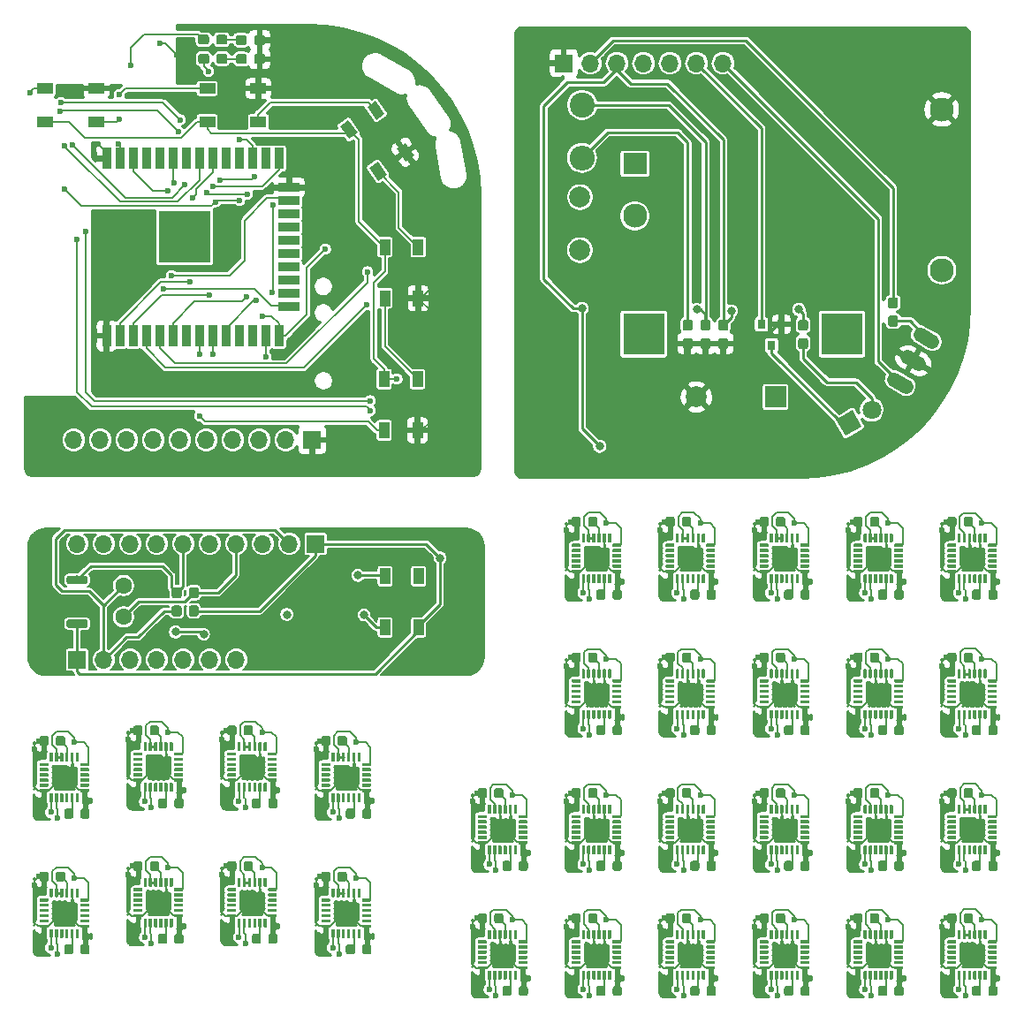
<source format=gbl>
%MOIN*%
%OFA0B0*%
%FSLAX46Y46*%
%IPPOS*%
%LPD*%
%ADD10C,0.0039370078740157488*%
%ADD11C,0.037401574803149609*%
%ADD12R,0.066929133858267723X0.066929133858267723*%
%ADD13O,0.066929133858267723X0.066929133858267723*%
%ADD14C,0.031496062992125991*%
%ADD15R,0.03937007874015748X0.059055118110236227*%
%ADD16C,0.062992125984251982*%
%ADD17R,0.059055118110236227X0.03937007874015748*%
%ADD18R,0.19685039370078741X0.19685039370078741*%
%ADD19R,0.035433070866141732X0.07874015748031496*%
%ADD20R,0.07874015748031496X0.035433070866141732*%
%ADD21C,0.03937007874015748*%
%ADD22C,0.0905511811023622*%
%ADD23R,0.0905511811023622X0.07874015748031496*%
%ADD24C,0.07874015748031496*%
%ADD25R,0.15748031496062992X0.15748031496062992*%
%ADD26C,0.052000000000000005*%
%ADD27C,0.052000000000000005*%
%ADD28R,0.031496062992125991X0.035433070866141732*%
%ADD29O,0.094488188976377951X0.094488188976377951*%
%ADD30C,0.094488188976377951*%
%ADD31R,0.07874015748031496X0.07874015748031496*%
%ADD32C,0.070866141732283464*%
%ADD33C,0.023622047244094488*%
%ADD34C,0.00984251968503937*%
%ADD35C,0.0078740157480314977*%
%ADD36C,0.011811023622047244*%
%ADD47C,0.0039370078740157488*%
%ADD48C,0.011811023622047244*%
%ADD49C,0.034448818897637797*%
%ADD50C,0.023622047244094488*%
%ADD51C,0.0078740157480314977*%
%ADD52C,0.00984251968503937*%
%ADD53C,0.01*%
%ADD54C,0.0039370078740157488*%
%ADD55C,0.011811023622047244*%
%ADD56C,0.034448818897637797*%
%ADD57C,0.023622047244094488*%
%ADD58C,0.0078740157480314977*%
%ADD59C,0.01*%
%ADD60C,0.0039370078740157488*%
%ADD61C,0.011811023622047244*%
%ADD62C,0.034448818897637797*%
%ADD63C,0.023622047244094488*%
%ADD64C,0.0078740157480314977*%
%ADD65C,0.01*%
%ADD66C,0.0039370078740157488*%
%ADD67C,0.011811023622047244*%
%ADD68C,0.034448818897637797*%
%ADD69C,0.023622047244094488*%
%ADD70C,0.0078740157480314977*%
%ADD71C,0.01*%
%ADD72C,0.0039370078740157488*%
%ADD73C,0.011811023622047244*%
%ADD74C,0.034448818897637797*%
%ADD75C,0.023622047244094488*%
%ADD76C,0.0078740157480314977*%
%ADD77C,0.01*%
%ADD78C,0.0039370078740157488*%
%ADD79C,0.011811023622047244*%
%ADD80C,0.034448818897637797*%
%ADD81C,0.023622047244094488*%
%ADD82C,0.0078740157480314977*%
%ADD83C,0.01*%
%ADD84C,0.0039370078740157488*%
%ADD85C,0.011811023622047244*%
%ADD86C,0.034448818897637797*%
%ADD87C,0.023622047244094488*%
%ADD88C,0.0078740157480314977*%
%ADD89C,0.01*%
%ADD90C,0.0039370078740157488*%
%ADD91C,0.011811023622047244*%
%ADD92C,0.034448818897637797*%
%ADD93C,0.023622047244094488*%
%ADD94C,0.0078740157480314977*%
%ADD95C,0.01*%
%ADD96C,0.0039370078740157488*%
%ADD97C,0.011811023622047244*%
%ADD98C,0.034448818897637797*%
%ADD99C,0.023622047244094488*%
%ADD100C,0.0078740157480314977*%
%ADD101C,0.01*%
%ADD102C,0.0039370078740157488*%
%ADD103C,0.011811023622047244*%
%ADD104C,0.034448818897637797*%
%ADD105C,0.023622047244094488*%
%ADD106C,0.0078740157480314977*%
%ADD107C,0.01*%
%ADD108C,0.0039370078740157488*%
%ADD109C,0.011811023622047244*%
%ADD110C,0.034448818897637797*%
%ADD111C,0.023622047244094488*%
%ADD112C,0.0078740157480314977*%
%ADD113C,0.01*%
%ADD114C,0.0039370078740157488*%
%ADD115C,0.011811023622047244*%
%ADD116C,0.034448818897637797*%
%ADD117C,0.023622047244094488*%
%ADD118C,0.0078740157480314977*%
%ADD119C,0.01*%
%ADD120C,0.0039370078740157488*%
%ADD121C,0.011811023622047244*%
%ADD122C,0.034448818897637797*%
%ADD123C,0.023622047244094488*%
%ADD124C,0.0078740157480314977*%
%ADD125C,0.01*%
%ADD126C,0.0039370078740157488*%
%ADD127C,0.011811023622047244*%
%ADD128C,0.034448818897637797*%
%ADD129C,0.023622047244094488*%
%ADD130C,0.0078740157480314977*%
%ADD131C,0.01*%
%ADD132C,0.0039370078740157488*%
%ADD133C,0.011811023622047244*%
%ADD134C,0.034448818897637797*%
%ADD135C,0.023622047244094488*%
%ADD136C,0.0078740157480314977*%
%ADD137C,0.01*%
%ADD138C,0.0039370078740157488*%
%ADD139C,0.011811023622047244*%
%ADD140C,0.034448818897637797*%
%ADD141C,0.023622047244094488*%
%ADD142C,0.0078740157480314977*%
%ADD143C,0.01*%
%ADD144C,0.0039370078740157488*%
%ADD145C,0.011811023622047244*%
%ADD146C,0.034448818897637797*%
%ADD147C,0.023622047244094488*%
%ADD148C,0.0078740157480314977*%
%ADD149C,0.00984251968503937*%
%ADD150C,0.01*%
%ADD151C,0.0039370078740157488*%
%ADD152C,0.011811023622047244*%
%ADD153C,0.034448818897637797*%
%ADD154C,0.023622047244094488*%
%ADD155C,0.0078740157480314977*%
%ADD156C,0.00984251968503937*%
%ADD157C,0.01*%
%ADD158C,0.0039370078740157488*%
%ADD159C,0.011811023622047244*%
%ADD160C,0.034448818897637797*%
%ADD161C,0.023622047244094488*%
%ADD162C,0.0078740157480314977*%
%ADD163C,0.00984251968503937*%
%ADD164C,0.01*%
%ADD165C,0.0039370078740157488*%
%ADD166C,0.011811023622047244*%
%ADD167C,0.034448818897637797*%
%ADD168C,0.023622047244094488*%
%ADD169C,0.0078740157480314977*%
%ADD170C,0.00984251968503937*%
%ADD171C,0.01*%
%ADD172C,0.0039370078740157488*%
%ADD173C,0.011811023622047244*%
%ADD174C,0.034448818897637797*%
%ADD175C,0.023622047244094488*%
%ADD176C,0.0078740157480314977*%
%ADD177C,0.00984251968503937*%
%ADD178C,0.01*%
%ADD179C,0.0039370078740157488*%
%ADD180C,0.011811023622047244*%
%ADD181C,0.034448818897637797*%
%ADD182C,0.023622047244094488*%
%ADD183C,0.0078740157480314977*%
%ADD184C,0.00984251968503937*%
%ADD185C,0.01*%
%ADD186C,0.0039370078740157488*%
%ADD187C,0.011811023622047244*%
%ADD188C,0.034448818897637797*%
%ADD189C,0.023622047244094488*%
%ADD190C,0.0078740157480314977*%
%ADD191C,0.00984251968503937*%
%ADD192C,0.01*%
%ADD193C,0.0039370078740157488*%
%ADD194C,0.011811023622047244*%
%ADD195C,0.034448818897637797*%
%ADD196C,0.023622047244094488*%
%ADD197C,0.0078740157480314977*%
%ADD198C,0.00984251968503937*%
%ADD199C,0.01*%
%ADD200C,0.0039370078740157488*%
%ADD201C,0.011811023622047244*%
%ADD202C,0.034448818897637797*%
%ADD203C,0.023622047244094488*%
%ADD204C,0.0078740157480314977*%
%ADD205C,0.00984251968503937*%
%ADD206C,0.01*%
%ADD207C,0.0039370078740157488*%
%ADD208C,0.011811023622047244*%
%ADD209C,0.034448818897637797*%
%ADD210C,0.023622047244094488*%
%ADD211C,0.0078740157480314977*%
%ADD212C,0.00984251968503937*%
%ADD213C,0.01*%
%ADD214C,0.0039370078740157488*%
%ADD215C,0.011811023622047244*%
%ADD216C,0.034448818897637797*%
%ADD217C,0.023622047244094488*%
%ADD218C,0.0078740157480314977*%
%ADD219C,0.00984251968503937*%
%ADD220C,0.01*%
%ADD221C,0.0039370078740157488*%
%ADD222C,0.011811023622047244*%
%ADD223C,0.034448818897637797*%
%ADD224C,0.023622047244094488*%
%ADD225C,0.0078740157480314977*%
%ADD226C,0.00984251968503937*%
%ADD227C,0.01*%
%ADD228C,0.0039370078740157488*%
%ADD229C,0.011811023622047244*%
%ADD230C,0.034448818897637797*%
%ADD231C,0.023622047244094488*%
%ADD232C,0.0078740157480314977*%
%ADD233C,0.00984251968503937*%
%ADD234C,0.01*%
%ADD235C,0.0039370078740157488*%
%ADD236C,0.011811023622047244*%
%ADD237C,0.034448818897637797*%
%ADD238C,0.023622047244094488*%
%ADD239C,0.0078740157480314977*%
%ADD240C,0.00984251968503937*%
%ADD241C,0.01*%
D10*
G36*
X0000748770Y0001717553D02*
G01*
X0000749678Y0001717418D01*
X0000750568Y0001717195D01*
X0000751432Y0001716886D01*
X0000752262Y0001716494D01*
X0000753049Y0001716022D01*
X0000753786Y0001715475D01*
X0000754466Y0001714859D01*
X0000755082Y0001714179D01*
X0000755628Y0001713442D01*
X0000756100Y0001712655D01*
X0000756492Y0001711826D01*
X0000756802Y0001710962D01*
X0000757025Y0001710072D01*
X0000757159Y0001709164D01*
X0000757204Y0001708248D01*
X0000757204Y0001685610D01*
X0000757159Y0001684693D01*
X0000757025Y0001683786D01*
X0000756802Y0001682895D01*
X0000756492Y0001682032D01*
X0000756100Y0001681202D01*
X0000755628Y0001680415D01*
X0000755082Y0001679678D01*
X0000754466Y0001678998D01*
X0000753786Y0001678382D01*
X0000753049Y0001677835D01*
X0000752262Y0001677363D01*
X0000751432Y0001676971D01*
X0000750568Y0001676662D01*
X0000749678Y0001676439D01*
X0000748770Y0001676304D01*
X0000747854Y0001676259D01*
X0000729153Y0001676259D01*
X0000728237Y0001676304D01*
X0000727329Y0001676439D01*
X0000726439Y0001676662D01*
X0000725575Y0001676971D01*
X0000724745Y0001677363D01*
X0000723958Y0001677835D01*
X0000723221Y0001678382D01*
X0000722541Y0001678998D01*
X0000721925Y0001679678D01*
X0000721378Y0001680415D01*
X0000720907Y0001681202D01*
X0000720514Y0001682032D01*
X0000720205Y0001682895D01*
X0000719982Y0001683786D01*
X0000719848Y0001684693D01*
X0000719803Y0001685610D01*
X0000719803Y0001708248D01*
X0000719848Y0001709164D01*
X0000719982Y0001710072D01*
X0000720205Y0001710962D01*
X0000720514Y0001711826D01*
X0000720907Y0001712655D01*
X0000721378Y0001713442D01*
X0000721925Y0001714179D01*
X0000722541Y0001714859D01*
X0000723221Y0001715475D01*
X0000723958Y0001716022D01*
X0000724745Y0001716494D01*
X0000725575Y0001716886D01*
X0000726439Y0001717195D01*
X0000727329Y0001717418D01*
X0000728237Y0001717553D01*
X0000729153Y0001717598D01*
X0000747854Y0001717598D01*
X0000748770Y0001717553D01*
X0000748770Y0001717553D01*
G37*
D11*
X0000738503Y0001696929D03*
D10*
G36*
X0000748770Y0001648655D02*
G01*
X0000749678Y0001648521D01*
X0000750568Y0001648298D01*
X0000751432Y0001647988D01*
X0000752262Y0001647596D01*
X0000753049Y0001647124D01*
X0000753786Y0001646578D01*
X0000754466Y0001645962D01*
X0000755082Y0001645282D01*
X0000755628Y0001644545D01*
X0000756100Y0001643758D01*
X0000756492Y0001642928D01*
X0000756802Y0001642064D01*
X0000757025Y0001641174D01*
X0000757159Y0001640266D01*
X0000757204Y0001639350D01*
X0000757204Y0001616712D01*
X0000757159Y0001615796D01*
X0000757025Y0001614888D01*
X0000756802Y0001613998D01*
X0000756492Y0001613134D01*
X0000756100Y0001612304D01*
X0000755628Y0001611517D01*
X0000755082Y0001610780D01*
X0000754466Y0001610100D01*
X0000753786Y0001609484D01*
X0000753049Y0001608937D01*
X0000752262Y0001608466D01*
X0000751432Y0001608073D01*
X0000750568Y0001607764D01*
X0000749678Y0001607541D01*
X0000748770Y0001607407D01*
X0000747854Y0001607362D01*
X0000729153Y0001607362D01*
X0000728237Y0001607407D01*
X0000727329Y0001607541D01*
X0000726439Y0001607764D01*
X0000725575Y0001608073D01*
X0000724745Y0001608466D01*
X0000723958Y0001608937D01*
X0000723221Y0001609484D01*
X0000722541Y0001610100D01*
X0000721925Y0001610780D01*
X0000721378Y0001611517D01*
X0000720907Y0001612304D01*
X0000720514Y0001613134D01*
X0000720205Y0001613998D01*
X0000719982Y0001614888D01*
X0000719848Y0001615796D01*
X0000719803Y0001616712D01*
X0000719803Y0001639350D01*
X0000719848Y0001640266D01*
X0000719982Y0001641174D01*
X0000720205Y0001642064D01*
X0000720514Y0001642928D01*
X0000720907Y0001643758D01*
X0000721378Y0001644545D01*
X0000721925Y0001645282D01*
X0000722541Y0001645962D01*
X0000723221Y0001646578D01*
X0000723958Y0001647124D01*
X0000724745Y0001647596D01*
X0000725575Y0001647988D01*
X0000726439Y0001648298D01*
X0000727329Y0001648521D01*
X0000728237Y0001648655D01*
X0000729153Y0001648700D01*
X0000747854Y0001648700D01*
X0000748770Y0001648655D01*
X0000748770Y0001648655D01*
G37*
D11*
X0000738503Y0001628031D03*
D12*
X0000363070Y0001444015D03*
D13*
X0000463070Y0001444015D03*
X0000563070Y0001444015D03*
X0000663070Y0001444015D03*
X0000763070Y0001444015D03*
X0000863070Y0001444015D03*
X0000963070Y0001444015D03*
D10*
G36*
X0000395338Y0001761300D02*
G01*
X0000396103Y0001761187D01*
X0000396852Y0001760999D01*
X0000397580Y0001760739D01*
X0000398278Y0001760408D01*
X0000398941Y0001760011D01*
X0000399562Y0001759551D01*
X0000400134Y0001759032D01*
X0000400653Y0001758459D01*
X0000401113Y0001757839D01*
X0000401511Y0001757176D01*
X0000401841Y0001756477D01*
X0000402101Y0001755750D01*
X0000402289Y0001755000D01*
X0000402402Y0001754236D01*
X0000402440Y0001753464D01*
X0000402440Y0001737716D01*
X0000402402Y0001736944D01*
X0000402289Y0001736180D01*
X0000402101Y0001735430D01*
X0000401841Y0001734703D01*
X0000401511Y0001734004D01*
X0000401113Y0001733341D01*
X0000400653Y0001732721D01*
X0000400134Y0001732148D01*
X0000399562Y0001731629D01*
X0000398941Y0001731169D01*
X0000398278Y0001730772D01*
X0000397580Y0001730441D01*
X0000396852Y0001730181D01*
X0000396103Y0001729993D01*
X0000395338Y0001729880D01*
X0000394566Y0001729842D01*
X0000331574Y0001729842D01*
X0000330803Y0001729880D01*
X0000330038Y0001729993D01*
X0000329289Y0001730181D01*
X0000328561Y0001730441D01*
X0000327862Y0001730772D01*
X0000327200Y0001731169D01*
X0000326579Y0001731629D01*
X0000326007Y0001732148D01*
X0000325488Y0001732721D01*
X0000325027Y0001733341D01*
X0000324630Y0001734004D01*
X0000324300Y0001734703D01*
X0000324039Y0001735430D01*
X0000323852Y0001736180D01*
X0000323738Y0001736944D01*
X0000323700Y0001737716D01*
X0000323700Y0001753464D01*
X0000323738Y0001754236D01*
X0000323852Y0001755000D01*
X0000324039Y0001755750D01*
X0000324300Y0001756477D01*
X0000324630Y0001757176D01*
X0000325027Y0001757839D01*
X0000325488Y0001758459D01*
X0000326007Y0001759032D01*
X0000326579Y0001759551D01*
X0000327200Y0001760011D01*
X0000327862Y0001760408D01*
X0000328561Y0001760739D01*
X0000329289Y0001760999D01*
X0000330038Y0001761187D01*
X0000330803Y0001761300D01*
X0000331574Y0001761338D01*
X0000394566Y0001761338D01*
X0000395338Y0001761300D01*
X0000395338Y0001761300D01*
G37*
D14*
X0000363070Y0001745590D03*
D10*
G36*
X0000395338Y0001595946D02*
G01*
X0000396103Y0001595832D01*
X0000396852Y0001595645D01*
X0000397580Y0001595384D01*
X0000398278Y0001595054D01*
X0000398941Y0001594657D01*
X0000399562Y0001594196D01*
X0000400134Y0001593677D01*
X0000400653Y0001593105D01*
X0000401113Y0001592484D01*
X0000401511Y0001591821D01*
X0000401841Y0001591123D01*
X0000402101Y0001590395D01*
X0000402289Y0001589646D01*
X0000402402Y0001588882D01*
X0000402440Y0001588110D01*
X0000402440Y0001572362D01*
X0000402402Y0001571590D01*
X0000402289Y0001570826D01*
X0000402101Y0001570076D01*
X0000401841Y0001569348D01*
X0000401511Y0001568650D01*
X0000401113Y0001567987D01*
X0000400653Y0001567366D01*
X0000400134Y0001566794D01*
X0000399562Y0001566275D01*
X0000398941Y0001565815D01*
X0000398278Y0001565417D01*
X0000397580Y0001565087D01*
X0000396852Y0001564827D01*
X0000396103Y0001564639D01*
X0000395338Y0001564526D01*
X0000394566Y0001564488D01*
X0000331574Y0001564488D01*
X0000330803Y0001564526D01*
X0000330038Y0001564639D01*
X0000329289Y0001564827D01*
X0000328561Y0001565087D01*
X0000327862Y0001565417D01*
X0000327200Y0001565815D01*
X0000326579Y0001566275D01*
X0000326007Y0001566794D01*
X0000325488Y0001567366D01*
X0000325027Y0001567987D01*
X0000324630Y0001568650D01*
X0000324300Y0001569348D01*
X0000324039Y0001570076D01*
X0000323852Y0001570826D01*
X0000323738Y0001571590D01*
X0000323700Y0001572362D01*
X0000323700Y0001588110D01*
X0000323738Y0001588882D01*
X0000323852Y0001589646D01*
X0000324039Y0001590395D01*
X0000324300Y0001591123D01*
X0000324630Y0001591821D01*
X0000325027Y0001592484D01*
X0000325488Y0001593105D01*
X0000326007Y0001593677D01*
X0000326579Y0001594196D01*
X0000327200Y0001594657D01*
X0000327862Y0001595054D01*
X0000328561Y0001595384D01*
X0000329289Y0001595645D01*
X0000330038Y0001595832D01*
X0000330803Y0001595946D01*
X0000331574Y0001595984D01*
X0000394566Y0001595984D01*
X0000395338Y0001595946D01*
X0000395338Y0001595946D01*
G37*
D14*
X0000363070Y0001580236D03*
D15*
X0001651181Y0001566456D03*
X0001525196Y0001566456D03*
X0001651181Y0001759370D03*
X0001525196Y0001759370D03*
D13*
X0000363070Y0001881811D03*
X0000463070Y0001881811D03*
X0000563070Y0001881811D03*
X0000663070Y0001881811D03*
X0000763070Y0001881811D03*
X0000863070Y0001881811D03*
X0000963070Y0001881811D03*
X0001063070Y0001881811D03*
X0001163070Y0001881811D03*
D12*
X0001263070Y0001881811D03*
D16*
X0000538543Y0001605551D03*
X0000538543Y0001723661D03*
D10*
G36*
X0000813534Y0001718065D02*
G01*
X0000814442Y0001717930D01*
X0000815332Y0001717707D01*
X0000816196Y0001717398D01*
X0000817025Y0001717006D01*
X0000817812Y0001716534D01*
X0000818549Y0001715987D01*
X0000819229Y0001715371D01*
X0000819846Y0001714691D01*
X0000820392Y0001713954D01*
X0000820864Y0001713167D01*
X0000821256Y0001712338D01*
X0000821565Y0001711474D01*
X0000821788Y0001710584D01*
X0000821923Y0001709676D01*
X0000821968Y0001708759D01*
X0000821968Y0001686122D01*
X0000821923Y0001685205D01*
X0000821788Y0001684297D01*
X0000821565Y0001683407D01*
X0000821256Y0001682543D01*
X0000820864Y0001681714D01*
X0000820392Y0001680927D01*
X0000819846Y0001680190D01*
X0000819229Y0001679510D01*
X0000818549Y0001678894D01*
X0000817812Y0001678347D01*
X0000817025Y0001677875D01*
X0000816196Y0001677483D01*
X0000815332Y0001677174D01*
X0000814442Y0001676951D01*
X0000813534Y0001676816D01*
X0000812618Y0001676771D01*
X0000793917Y0001676771D01*
X0000793000Y0001676816D01*
X0000792093Y0001676951D01*
X0000791202Y0001677174D01*
X0000790339Y0001677483D01*
X0000789509Y0001677875D01*
X0000788722Y0001678347D01*
X0000787985Y0001678894D01*
X0000787305Y0001679510D01*
X0000786689Y0001680190D01*
X0000786142Y0001680927D01*
X0000785670Y0001681714D01*
X0000785278Y0001682543D01*
X0000784969Y0001683407D01*
X0000784746Y0001684297D01*
X0000784611Y0001685205D01*
X0000784566Y0001686122D01*
X0000784566Y0001708759D01*
X0000784611Y0001709676D01*
X0000784746Y0001710584D01*
X0000784969Y0001711474D01*
X0000785278Y0001712338D01*
X0000785670Y0001713167D01*
X0000786142Y0001713954D01*
X0000786689Y0001714691D01*
X0000787305Y0001715371D01*
X0000787985Y0001715987D01*
X0000788722Y0001716534D01*
X0000789509Y0001717006D01*
X0000790339Y0001717398D01*
X0000791202Y0001717707D01*
X0000792093Y0001717930D01*
X0000793000Y0001718065D01*
X0000793917Y0001718110D01*
X0000812618Y0001718110D01*
X0000813534Y0001718065D01*
X0000813534Y0001718065D01*
G37*
D11*
X0000803267Y0001697440D03*
D10*
G36*
X0000813534Y0001649167D02*
G01*
X0000814442Y0001649032D01*
X0000815332Y0001648809D01*
X0000816196Y0001648500D01*
X0000817025Y0001648108D01*
X0000817812Y0001647636D01*
X0000818549Y0001647090D01*
X0000819229Y0001646473D01*
X0000819846Y0001645794D01*
X0000820392Y0001645057D01*
X0000820864Y0001644269D01*
X0000821256Y0001643440D01*
X0000821565Y0001642576D01*
X0000821788Y0001641686D01*
X0000821923Y0001640778D01*
X0000821968Y0001639862D01*
X0000821968Y0001617224D01*
X0000821923Y0001616307D01*
X0000821788Y0001615400D01*
X0000821565Y0001614510D01*
X0000821256Y0001613646D01*
X0000820864Y0001612816D01*
X0000820392Y0001612029D01*
X0000819846Y0001611292D01*
X0000819229Y0001610612D01*
X0000818549Y0001609996D01*
X0000817812Y0001609449D01*
X0000817025Y0001608978D01*
X0000816196Y0001608585D01*
X0000815332Y0001608276D01*
X0000814442Y0001608053D01*
X0000813534Y0001607919D01*
X0000812618Y0001607874D01*
X0000793917Y0001607874D01*
X0000793000Y0001607919D01*
X0000792093Y0001608053D01*
X0000791202Y0001608276D01*
X0000790339Y0001608585D01*
X0000789509Y0001608978D01*
X0000788722Y0001609449D01*
X0000787985Y0001609996D01*
X0000787305Y0001610612D01*
X0000786689Y0001611292D01*
X0000786142Y0001612029D01*
X0000785670Y0001612816D01*
X0000785278Y0001613646D01*
X0000784969Y0001614510D01*
X0000784746Y0001615400D01*
X0000784611Y0001616307D01*
X0000784566Y0001617224D01*
X0000784566Y0001639862D01*
X0000784611Y0001640778D01*
X0000784746Y0001641686D01*
X0000784969Y0001642576D01*
X0000785278Y0001643440D01*
X0000785670Y0001644269D01*
X0000786142Y0001645057D01*
X0000786689Y0001645794D01*
X0000787305Y0001646473D01*
X0000787985Y0001647090D01*
X0000788722Y0001647636D01*
X0000789509Y0001648108D01*
X0000790339Y0001648500D01*
X0000791202Y0001648809D01*
X0000792093Y0001649032D01*
X0000793000Y0001649167D01*
X0000793917Y0001649212D01*
X0000812618Y0001649212D01*
X0000813534Y0001649167D01*
X0000813534Y0001649167D01*
G37*
D11*
X0000803267Y0001628543D03*
D17*
X0000853936Y0003473779D03*
X0000853936Y0003599763D03*
X0001046850Y0003473779D03*
X0001046850Y0003599763D03*
D10*
G36*
X0000852077Y0003802671D02*
G01*
X0000852985Y0003802536D01*
X0000853875Y0003802313D01*
X0000854739Y0003802004D01*
X0000855569Y0003801612D01*
X0000856356Y0003801140D01*
X0000857093Y0003800594D01*
X0000857773Y0003799977D01*
X0000858389Y0003799297D01*
X0000858935Y0003798560D01*
X0000859407Y0003797773D01*
X0000859800Y0003796944D01*
X0000860109Y0003796080D01*
X0000860332Y0003795190D01*
X0000860466Y0003794282D01*
X0000860511Y0003793366D01*
X0000860511Y0003774665D01*
X0000860466Y0003773748D01*
X0000860332Y0003772841D01*
X0000860109Y0003771951D01*
X0000859800Y0003771087D01*
X0000859407Y0003770257D01*
X0000858935Y0003769470D01*
X0000858389Y0003768733D01*
X0000857773Y0003768053D01*
X0000857093Y0003767437D01*
X0000856356Y0003766890D01*
X0000855569Y0003766419D01*
X0000854739Y0003766026D01*
X0000853875Y0003765717D01*
X0000852985Y0003765494D01*
X0000852077Y0003765359D01*
X0000851161Y0003765314D01*
X0000828523Y0003765314D01*
X0000827607Y0003765359D01*
X0000826699Y0003765494D01*
X0000825809Y0003765717D01*
X0000824945Y0003766026D01*
X0000824115Y0003766419D01*
X0000823328Y0003766890D01*
X0000822591Y0003767437D01*
X0000821911Y0003768053D01*
X0000821295Y0003768733D01*
X0000820749Y0003769470D01*
X0000820277Y0003770257D01*
X0000819884Y0003771087D01*
X0000819575Y0003771951D01*
X0000819352Y0003772841D01*
X0000819218Y0003773748D01*
X0000819173Y0003774665D01*
X0000819173Y0003793366D01*
X0000819218Y0003794282D01*
X0000819352Y0003795190D01*
X0000819575Y0003796080D01*
X0000819884Y0003796944D01*
X0000820277Y0003797773D01*
X0000820749Y0003798560D01*
X0000821295Y0003799297D01*
X0000821911Y0003799977D01*
X0000822591Y0003800594D01*
X0000823328Y0003801140D01*
X0000824115Y0003801612D01*
X0000824945Y0003802004D01*
X0000825809Y0003802313D01*
X0000826699Y0003802536D01*
X0000827607Y0003802671D01*
X0000828523Y0003802716D01*
X0000851161Y0003802716D01*
X0000852077Y0003802671D01*
X0000852077Y0003802671D01*
G37*
D11*
X0000839842Y0003784015D03*
D10*
G36*
X0000920975Y0003802671D02*
G01*
X0000921883Y0003802536D01*
X0000922773Y0003802313D01*
X0000923637Y0003802004D01*
X0000924466Y0003801612D01*
X0000925253Y0003801140D01*
X0000925990Y0003800594D01*
X0000926670Y0003799977D01*
X0000927286Y0003799297D01*
X0000927833Y0003798560D01*
X0000928305Y0003797773D01*
X0000928697Y0003796944D01*
X0000929006Y0003796080D01*
X0000929229Y0003795190D01*
X0000929364Y0003794282D01*
X0000929409Y0003793366D01*
X0000929409Y0003774665D01*
X0000929364Y0003773748D01*
X0000929229Y0003772841D01*
X0000929006Y0003771951D01*
X0000928697Y0003771087D01*
X0000928305Y0003770257D01*
X0000927833Y0003769470D01*
X0000927286Y0003768733D01*
X0000926670Y0003768053D01*
X0000925990Y0003767437D01*
X0000925253Y0003766890D01*
X0000924466Y0003766419D01*
X0000923637Y0003766026D01*
X0000922773Y0003765717D01*
X0000921883Y0003765494D01*
X0000920975Y0003765359D01*
X0000920059Y0003765314D01*
X0000897421Y0003765314D01*
X0000896504Y0003765359D01*
X0000895597Y0003765494D01*
X0000894706Y0003765717D01*
X0000893842Y0003766026D01*
X0000893013Y0003766419D01*
X0000892226Y0003766890D01*
X0000891489Y0003767437D01*
X0000890809Y0003768053D01*
X0000890193Y0003768733D01*
X0000889646Y0003769470D01*
X0000889174Y0003770257D01*
X0000888782Y0003771087D01*
X0000888473Y0003771951D01*
X0000888250Y0003772841D01*
X0000888115Y0003773748D01*
X0000888070Y0003774665D01*
X0000888070Y0003793366D01*
X0000888115Y0003794282D01*
X0000888250Y0003795190D01*
X0000888473Y0003796080D01*
X0000888782Y0003796944D01*
X0000889174Y0003797773D01*
X0000889646Y0003798560D01*
X0000890193Y0003799297D01*
X0000890809Y0003799977D01*
X0000891489Y0003800594D01*
X0000892226Y0003801140D01*
X0000893013Y0003801612D01*
X0000893842Y0003802004D01*
X0000894706Y0003802313D01*
X0000895597Y0003802536D01*
X0000896504Y0003802671D01*
X0000897421Y0003802716D01*
X0000920059Y0003802716D01*
X0000920975Y0003802671D01*
X0000920975Y0003802671D01*
G37*
D11*
X0000908740Y0003784015D03*
D10*
G36*
X0000994912Y0003801096D02*
G01*
X0000995820Y0003800962D01*
X0000996710Y0003800739D01*
X0000997574Y0003800429D01*
X0000998403Y0003800037D01*
X0000999190Y0003799565D01*
X0000999927Y0003799019D01*
X0001000607Y0003798403D01*
X0001001224Y0003797723D01*
X0001001770Y0003796986D01*
X0001002242Y0003796199D01*
X0001002634Y0003795369D01*
X0001002943Y0003794505D01*
X0001003166Y0003793615D01*
X0001003301Y0003792707D01*
X0001003346Y0003791791D01*
X0001003346Y0003773090D01*
X0001003301Y0003772174D01*
X0001003166Y0003771266D01*
X0001002943Y0003770376D01*
X0001002634Y0003769512D01*
X0001002242Y0003768682D01*
X0001001770Y0003767895D01*
X0001001224Y0003767158D01*
X0001000607Y0003766478D01*
X0000999927Y0003765862D01*
X0000999190Y0003765315D01*
X0000998403Y0003764844D01*
X0000997574Y0003764451D01*
X0000996710Y0003764142D01*
X0000995820Y0003763919D01*
X0000994912Y0003763785D01*
X0000993996Y0003763740D01*
X0000971358Y0003763740D01*
X0000970441Y0003763785D01*
X0000969534Y0003763919D01*
X0000968643Y0003764142D01*
X0000967780Y0003764451D01*
X0000966950Y0003764844D01*
X0000966163Y0003765315D01*
X0000965426Y0003765862D01*
X0000964746Y0003766478D01*
X0000964130Y0003767158D01*
X0000963583Y0003767895D01*
X0000963111Y0003768682D01*
X0000962719Y0003769512D01*
X0000962410Y0003770376D01*
X0000962187Y0003771266D01*
X0000962052Y0003772174D01*
X0000962007Y0003773090D01*
X0000962007Y0003791791D01*
X0000962052Y0003792707D01*
X0000962187Y0003793615D01*
X0000962410Y0003794505D01*
X0000962719Y0003795369D01*
X0000963111Y0003796199D01*
X0000963583Y0003796986D01*
X0000964130Y0003797723D01*
X0000964746Y0003798403D01*
X0000965426Y0003799019D01*
X0000966163Y0003799565D01*
X0000966950Y0003800037D01*
X0000967780Y0003800429D01*
X0000968643Y0003800739D01*
X0000969534Y0003800962D01*
X0000970441Y0003801096D01*
X0000971358Y0003801141D01*
X0000993996Y0003801141D01*
X0000994912Y0003801096D01*
X0000994912Y0003801096D01*
G37*
D11*
X0000982677Y0003782440D03*
D10*
G36*
X0001063810Y0003801096D02*
G01*
X0001064717Y0003800962D01*
X0001065607Y0003800739D01*
X0001066471Y0003800429D01*
X0001067301Y0003800037D01*
X0001068088Y0003799565D01*
X0001068825Y0003799019D01*
X0001069505Y0003798403D01*
X0001070121Y0003797723D01*
X0001070668Y0003796986D01*
X0001071139Y0003796199D01*
X0001071532Y0003795369D01*
X0001071841Y0003794505D01*
X0001072064Y0003793615D01*
X0001072199Y0003792707D01*
X0001072244Y0003791791D01*
X0001072244Y0003773090D01*
X0001072199Y0003772174D01*
X0001072064Y0003771266D01*
X0001071841Y0003770376D01*
X0001071532Y0003769512D01*
X0001071139Y0003768682D01*
X0001070668Y0003767895D01*
X0001070121Y0003767158D01*
X0001069505Y0003766478D01*
X0001068825Y0003765862D01*
X0001068088Y0003765315D01*
X0001067301Y0003764844D01*
X0001066471Y0003764451D01*
X0001065607Y0003764142D01*
X0001064717Y0003763919D01*
X0001063810Y0003763785D01*
X0001062893Y0003763740D01*
X0001040255Y0003763740D01*
X0001039339Y0003763785D01*
X0001038431Y0003763919D01*
X0001037541Y0003764142D01*
X0001036677Y0003764451D01*
X0001035848Y0003764844D01*
X0001035061Y0003765315D01*
X0001034324Y0003765862D01*
X0001033644Y0003766478D01*
X0001033027Y0003767158D01*
X0001032481Y0003767895D01*
X0001032009Y0003768682D01*
X0001031617Y0003769512D01*
X0001031308Y0003770376D01*
X0001031085Y0003771266D01*
X0001030950Y0003772174D01*
X0001030905Y0003773090D01*
X0001030905Y0003791791D01*
X0001030950Y0003792707D01*
X0001031085Y0003793615D01*
X0001031308Y0003794505D01*
X0001031617Y0003795369D01*
X0001032009Y0003796199D01*
X0001032481Y0003796986D01*
X0001033027Y0003797723D01*
X0001033644Y0003798403D01*
X0001034324Y0003799019D01*
X0001035061Y0003799565D01*
X0001035848Y0003800037D01*
X0001036677Y0003800429D01*
X0001037541Y0003800739D01*
X0001038431Y0003800962D01*
X0001039339Y0003801096D01*
X0001040255Y0003801141D01*
X0001062893Y0003801141D01*
X0001063810Y0003801096D01*
X0001063810Y0003801096D01*
G37*
D11*
X0001051574Y0003782440D03*
D15*
X0001647519Y0002310157D03*
X0001521535Y0002310157D03*
X0001647519Y0002503070D03*
X0001521535Y0002503070D03*
D18*
X0000769370Y0003040393D03*
D19*
X0000474094Y0003335669D03*
X0000524094Y0003335669D03*
X0000574094Y0003335669D03*
X0000624094Y0003335669D03*
X0000674094Y0003335669D03*
X0000724094Y0003335669D03*
X0000774094Y0003335669D03*
X0000824094Y0003335669D03*
X0000874094Y0003335669D03*
X0000924094Y0003335669D03*
X0000974094Y0003335669D03*
X0001024094Y0003335669D03*
X0001074094Y0003335669D03*
X0001124094Y0003335669D03*
D20*
X0001163464Y0003226023D03*
X0001163464Y0003176023D03*
X0001163464Y0003126023D03*
X0001163464Y0003076023D03*
X0001163464Y0003026023D03*
X0001163464Y0002976023D03*
X0001163464Y0002926023D03*
X0001163464Y0002876023D03*
X0001163464Y0002826023D03*
X0001163464Y0002776023D03*
D19*
X0001124094Y0002666377D03*
X0001074094Y0002666377D03*
X0001024094Y0002666377D03*
X0000974094Y0002666377D03*
X0000924094Y0002666377D03*
X0000874094Y0002666377D03*
X0000824094Y0002666377D03*
X0000774094Y0002666377D03*
X0000724094Y0002666377D03*
X0000674094Y0002666377D03*
X0000624094Y0002666377D03*
X0000574094Y0002666377D03*
X0000524094Y0002666377D03*
X0000474094Y0002666377D03*
D10*
G36*
X0001064125Y0003729679D02*
G01*
X0001065032Y0003729544D01*
X0001065922Y0003729321D01*
X0001066786Y0003729012D01*
X0001067616Y0003728620D01*
X0001068403Y0003728148D01*
X0001069140Y0003727601D01*
X0001069820Y0003726985D01*
X0001070436Y0003726305D01*
X0001070983Y0003725568D01*
X0001071454Y0003724781D01*
X0001071847Y0003723952D01*
X0001072156Y0003723088D01*
X0001072379Y0003722198D01*
X0001072514Y0003721290D01*
X0001072559Y0003720374D01*
X0001072559Y0003701673D01*
X0001072514Y0003700756D01*
X0001072379Y0003699849D01*
X0001072156Y0003698958D01*
X0001071847Y0003698095D01*
X0001071454Y0003697265D01*
X0001070983Y0003696478D01*
X0001070436Y0003695741D01*
X0001069820Y0003695061D01*
X0001069140Y0003694445D01*
X0001068403Y0003693898D01*
X0001067616Y0003693426D01*
X0001066786Y0003693034D01*
X0001065922Y0003692725D01*
X0001065032Y0003692502D01*
X0001064125Y0003692367D01*
X0001063208Y0003692322D01*
X0001040570Y0003692322D01*
X0001039654Y0003692367D01*
X0001038746Y0003692502D01*
X0001037856Y0003692725D01*
X0001036992Y0003693034D01*
X0001036163Y0003693426D01*
X0001035376Y0003693898D01*
X0001034639Y0003694445D01*
X0001033959Y0003695061D01*
X0001033342Y0003695741D01*
X0001032796Y0003696478D01*
X0001032324Y0003697265D01*
X0001031932Y0003698095D01*
X0001031623Y0003698958D01*
X0001031400Y0003699849D01*
X0001031265Y0003700756D01*
X0001031220Y0003701673D01*
X0001031220Y0003720374D01*
X0001031265Y0003721290D01*
X0001031400Y0003722198D01*
X0001031623Y0003723088D01*
X0001031932Y0003723952D01*
X0001032324Y0003724781D01*
X0001032796Y0003725568D01*
X0001033342Y0003726305D01*
X0001033959Y0003726985D01*
X0001034639Y0003727601D01*
X0001035376Y0003728148D01*
X0001036163Y0003728620D01*
X0001036992Y0003729012D01*
X0001037856Y0003729321D01*
X0001038746Y0003729544D01*
X0001039654Y0003729679D01*
X0001040570Y0003729724D01*
X0001063208Y0003729724D01*
X0001064125Y0003729679D01*
X0001064125Y0003729679D01*
G37*
D11*
X0001051889Y0003711023D03*
D10*
G36*
X0000995227Y0003729679D02*
G01*
X0000996135Y0003729544D01*
X0000997025Y0003729321D01*
X0000997889Y0003729012D01*
X0000998718Y0003728620D01*
X0000999505Y0003728148D01*
X0001000242Y0003727601D01*
X0001000922Y0003726985D01*
X0001001538Y0003726305D01*
X0001002085Y0003725568D01*
X0001002557Y0003724781D01*
X0001002949Y0003723952D01*
X0001003258Y0003723088D01*
X0001003481Y0003722198D01*
X0001003616Y0003721290D01*
X0001003661Y0003720374D01*
X0001003661Y0003701673D01*
X0001003616Y0003700756D01*
X0001003481Y0003699849D01*
X0001003258Y0003698958D01*
X0001002949Y0003698095D01*
X0001002557Y0003697265D01*
X0001002085Y0003696478D01*
X0001001538Y0003695741D01*
X0001000922Y0003695061D01*
X0001000242Y0003694445D01*
X0000999505Y0003693898D01*
X0000998718Y0003693426D01*
X0000997889Y0003693034D01*
X0000997025Y0003692725D01*
X0000996135Y0003692502D01*
X0000995227Y0003692367D01*
X0000994311Y0003692322D01*
X0000971673Y0003692322D01*
X0000970756Y0003692367D01*
X0000969849Y0003692502D01*
X0000968958Y0003692725D01*
X0000968095Y0003693034D01*
X0000967265Y0003693426D01*
X0000966478Y0003693898D01*
X0000965741Y0003694445D01*
X0000965061Y0003695061D01*
X0000964445Y0003695741D01*
X0000963898Y0003696478D01*
X0000963426Y0003697265D01*
X0000963034Y0003698095D01*
X0000962725Y0003698958D01*
X0000962502Y0003699849D01*
X0000962367Y0003700756D01*
X0000962322Y0003701673D01*
X0000962322Y0003720374D01*
X0000962367Y0003721290D01*
X0000962502Y0003722198D01*
X0000962725Y0003723088D01*
X0000963034Y0003723952D01*
X0000963426Y0003724781D01*
X0000963898Y0003725568D01*
X0000964445Y0003726305D01*
X0000965061Y0003726985D01*
X0000965741Y0003727601D01*
X0000966478Y0003728148D01*
X0000967265Y0003728620D01*
X0000968095Y0003729012D01*
X0000968958Y0003729321D01*
X0000969849Y0003729544D01*
X0000970756Y0003729679D01*
X0000971673Y0003729724D01*
X0000994311Y0003729724D01*
X0000995227Y0003729679D01*
X0000995227Y0003729679D01*
G37*
D11*
X0000982992Y0003711023D03*
D10*
G36*
X0000921920Y0003730230D02*
G01*
X0000922828Y0003730095D01*
X0000923718Y0003729872D01*
X0000924582Y0003729563D01*
X0000925411Y0003729171D01*
X0000926198Y0003728699D01*
X0000926935Y0003728153D01*
X0000927615Y0003727536D01*
X0000928231Y0003726857D01*
X0000928778Y0003726120D01*
X0000929250Y0003725332D01*
X0000929642Y0003724503D01*
X0000929951Y0003723639D01*
X0000930174Y0003722749D01*
X0000930309Y0003721841D01*
X0000930354Y0003720925D01*
X0000930354Y0003702224D01*
X0000930309Y0003701307D01*
X0000930174Y0003700400D01*
X0000929951Y0003699510D01*
X0000929642Y0003698646D01*
X0000929250Y0003697816D01*
X0000928778Y0003697029D01*
X0000928231Y0003696292D01*
X0000927615Y0003695612D01*
X0000926935Y0003694996D01*
X0000926198Y0003694449D01*
X0000925411Y0003693978D01*
X0000924582Y0003693585D01*
X0000923718Y0003693276D01*
X0000922828Y0003693053D01*
X0000921920Y0003692919D01*
X0000921003Y0003692874D01*
X0000898366Y0003692874D01*
X0000897449Y0003692919D01*
X0000896541Y0003693053D01*
X0000895651Y0003693276D01*
X0000894787Y0003693585D01*
X0000893958Y0003693978D01*
X0000893171Y0003694449D01*
X0000892434Y0003694996D01*
X0000891754Y0003695612D01*
X0000891138Y0003696292D01*
X0000890591Y0003697029D01*
X0000890119Y0003697816D01*
X0000889727Y0003698646D01*
X0000889418Y0003699510D01*
X0000889195Y0003700400D01*
X0000889060Y0003701307D01*
X0000889015Y0003702224D01*
X0000889015Y0003720925D01*
X0000889060Y0003721841D01*
X0000889195Y0003722749D01*
X0000889418Y0003723639D01*
X0000889727Y0003724503D01*
X0000890119Y0003725332D01*
X0000890591Y0003726120D01*
X0000891138Y0003726857D01*
X0000891754Y0003727536D01*
X0000892434Y0003728153D01*
X0000893171Y0003728699D01*
X0000893958Y0003729171D01*
X0000894787Y0003729563D01*
X0000895651Y0003729872D01*
X0000896541Y0003730095D01*
X0000897449Y0003730230D01*
X0000898366Y0003730275D01*
X0000921003Y0003730275D01*
X0000921920Y0003730230D01*
X0000921920Y0003730230D01*
G37*
D11*
X0000909685Y0003711574D03*
D10*
G36*
X0000853022Y0003730230D02*
G01*
X0000853930Y0003730095D01*
X0000854820Y0003729872D01*
X0000855684Y0003729563D01*
X0000856514Y0003729171D01*
X0000857301Y0003728699D01*
X0000858038Y0003728153D01*
X0000858718Y0003727536D01*
X0000859334Y0003726857D01*
X0000859880Y0003726120D01*
X0000860352Y0003725332D01*
X0000860744Y0003724503D01*
X0000861054Y0003723639D01*
X0000861277Y0003722749D01*
X0000861411Y0003721841D01*
X0000861456Y0003720925D01*
X0000861456Y0003702224D01*
X0000861411Y0003701307D01*
X0000861277Y0003700400D01*
X0000861054Y0003699510D01*
X0000860744Y0003698646D01*
X0000860352Y0003697816D01*
X0000859880Y0003697029D01*
X0000859334Y0003696292D01*
X0000858718Y0003695612D01*
X0000858038Y0003694996D01*
X0000857301Y0003694449D01*
X0000856514Y0003693978D01*
X0000855684Y0003693585D01*
X0000854820Y0003693276D01*
X0000853930Y0003693053D01*
X0000853022Y0003692919D01*
X0000852106Y0003692874D01*
X0000829468Y0003692874D01*
X0000828551Y0003692919D01*
X0000827644Y0003693053D01*
X0000826754Y0003693276D01*
X0000825890Y0003693585D01*
X0000825060Y0003693978D01*
X0000824273Y0003694449D01*
X0000823536Y0003694996D01*
X0000822856Y0003695612D01*
X0000822240Y0003696292D01*
X0000821693Y0003697029D01*
X0000821222Y0003697816D01*
X0000820829Y0003698646D01*
X0000820520Y0003699510D01*
X0000820297Y0003700400D01*
X0000820163Y0003701307D01*
X0000820118Y0003702224D01*
X0000820118Y0003720925D01*
X0000820163Y0003721841D01*
X0000820297Y0003722749D01*
X0000820520Y0003723639D01*
X0000820829Y0003724503D01*
X0000821222Y0003725332D01*
X0000821693Y0003726120D01*
X0000822240Y0003726857D01*
X0000822856Y0003727536D01*
X0000823536Y0003728153D01*
X0000824273Y0003728699D01*
X0000825060Y0003729171D01*
X0000825890Y0003729563D01*
X0000826754Y0003729872D01*
X0000827644Y0003730095D01*
X0000828551Y0003730230D01*
X0000829468Y0003730275D01*
X0000852106Y0003730275D01*
X0000853022Y0003730230D01*
X0000853022Y0003730230D01*
G37*
D11*
X0000840787Y0003711574D03*
D15*
X0001523897Y0003000984D03*
X0001649881Y0003000984D03*
X0001523897Y0002808070D03*
X0001649881Y0002808070D03*
D17*
X0000436496Y0003600669D03*
X0000436496Y0003474685D03*
X0000243582Y0003600669D03*
X0000243582Y0003474685D03*
D21*
X0001601334Y0003359283D03*
D10*
G36*
X0001568273Y0003372180D02*
G01*
X0001600523Y0003394761D01*
X0001634396Y0003346386D01*
X0001602146Y0003323805D01*
X0001568273Y0003372180D01*
X0001568273Y0003372180D01*
G37*
D21*
X0001498134Y0003287021D03*
D10*
G36*
X0001465073Y0003299918D02*
G01*
X0001497323Y0003322500D01*
X0001531195Y0003274125D01*
X0001498945Y0003251543D01*
X0001465073Y0003299918D01*
X0001465073Y0003299918D01*
G37*
D21*
X0001490684Y0003517308D03*
D10*
G36*
X0001457622Y0003530205D02*
G01*
X0001489872Y0003552787D01*
X0001523745Y0003504412D01*
X0001491495Y0003481830D01*
X0001457622Y0003530205D01*
X0001457622Y0003530205D01*
G37*
D21*
X0001387484Y0003445047D03*
D10*
G36*
X0001354422Y0003457943D02*
G01*
X0001386672Y0003480525D01*
X0001420545Y0003432150D01*
X0001388295Y0003409568D01*
X0001354422Y0003457943D01*
X0001354422Y0003457943D01*
G37*
D12*
X0001250196Y0002273582D03*
D13*
X0001150196Y0002273582D03*
X0001050196Y0002273582D03*
X0000950196Y0002273582D03*
X0000850196Y0002273582D03*
X0000750196Y0002273582D03*
X0000650196Y0002273582D03*
X0000550196Y0002273582D03*
X0000450196Y0002273582D03*
X0000350196Y0002273582D03*
D10*
G36*
X0003112196Y0002658183D02*
G01*
X0003113103Y0002658048D01*
X0003113993Y0002657825D01*
X0003114857Y0002657516D01*
X0003115687Y0002657124D01*
X0003116474Y0002656652D01*
X0003117211Y0002656105D01*
X0003117891Y0002655489D01*
X0003118507Y0002654809D01*
X0003119054Y0002654072D01*
X0003119525Y0002653285D01*
X0003119918Y0002652456D01*
X0003120227Y0002651592D01*
X0003120450Y0002650702D01*
X0003120584Y0002649794D01*
X0003120629Y0002648877D01*
X0003120629Y0002626240D01*
X0003120584Y0002625323D01*
X0003120450Y0002624415D01*
X0003120227Y0002623525D01*
X0003119918Y0002622661D01*
X0003119525Y0002621832D01*
X0003119054Y0002621045D01*
X0003118507Y0002620308D01*
X0003117891Y0002619628D01*
X0003117211Y0002619012D01*
X0003116474Y0002618465D01*
X0003115687Y0002617993D01*
X0003114857Y0002617601D01*
X0003113993Y0002617292D01*
X0003113103Y0002617069D01*
X0003112196Y0002616934D01*
X0003111279Y0002616889D01*
X0003092578Y0002616889D01*
X0003091662Y0002616934D01*
X0003090754Y0002617069D01*
X0003089864Y0002617292D01*
X0003089000Y0002617601D01*
X0003088170Y0002617993D01*
X0003087383Y0002618465D01*
X0003086646Y0002619012D01*
X0003085967Y0002619628D01*
X0003085350Y0002620308D01*
X0003084804Y0002621045D01*
X0003084332Y0002621832D01*
X0003083940Y0002622661D01*
X0003083630Y0002623525D01*
X0003083407Y0002624415D01*
X0003083273Y0002625323D01*
X0003083228Y0002626240D01*
X0003083228Y0002648877D01*
X0003083273Y0002649794D01*
X0003083407Y0002650702D01*
X0003083630Y0002651592D01*
X0003083940Y0002652456D01*
X0003084332Y0002653285D01*
X0003084804Y0002654072D01*
X0003085350Y0002654809D01*
X0003085967Y0002655489D01*
X0003086646Y0002656105D01*
X0003087383Y0002656652D01*
X0003088170Y0002657124D01*
X0003089000Y0002657516D01*
X0003089864Y0002657825D01*
X0003090754Y0002658048D01*
X0003091662Y0002658183D01*
X0003092578Y0002658228D01*
X0003111279Y0002658228D01*
X0003112196Y0002658183D01*
X0003112196Y0002658183D01*
G37*
D11*
X0003101929Y0002637559D03*
D10*
G36*
X0003112196Y0002727080D02*
G01*
X0003113103Y0002726946D01*
X0003113993Y0002726723D01*
X0003114857Y0002726414D01*
X0003115687Y0002726021D01*
X0003116474Y0002725550D01*
X0003117211Y0002725003D01*
X0003117891Y0002724387D01*
X0003118507Y0002723707D01*
X0003119054Y0002722970D01*
X0003119525Y0002722183D01*
X0003119918Y0002721353D01*
X0003120227Y0002720489D01*
X0003120450Y0002719599D01*
X0003120584Y0002718692D01*
X0003120629Y0002717775D01*
X0003120629Y0002695137D01*
X0003120584Y0002694221D01*
X0003120450Y0002693313D01*
X0003120227Y0002692423D01*
X0003119918Y0002691559D01*
X0003119525Y0002690730D01*
X0003119054Y0002689942D01*
X0003118507Y0002689205D01*
X0003117891Y0002688526D01*
X0003117211Y0002687909D01*
X0003116474Y0002687363D01*
X0003115687Y0002686891D01*
X0003114857Y0002686499D01*
X0003113993Y0002686190D01*
X0003113103Y0002685967D01*
X0003112196Y0002685832D01*
X0003111279Y0002685787D01*
X0003092578Y0002685787D01*
X0003091662Y0002685832D01*
X0003090754Y0002685967D01*
X0003089864Y0002686190D01*
X0003089000Y0002686499D01*
X0003088170Y0002686891D01*
X0003087383Y0002687363D01*
X0003086646Y0002687909D01*
X0003085967Y0002688526D01*
X0003085350Y0002689205D01*
X0003084804Y0002689942D01*
X0003084332Y0002690730D01*
X0003083940Y0002691559D01*
X0003083630Y0002692423D01*
X0003083407Y0002693313D01*
X0003083273Y0002694221D01*
X0003083228Y0002695137D01*
X0003083228Y0002717775D01*
X0003083273Y0002718692D01*
X0003083407Y0002719599D01*
X0003083630Y0002720489D01*
X0003083940Y0002721353D01*
X0003084332Y0002722183D01*
X0003084804Y0002722970D01*
X0003085350Y0002723707D01*
X0003085967Y0002724387D01*
X0003086646Y0002725003D01*
X0003087383Y0002725550D01*
X0003088170Y0002726021D01*
X0003089000Y0002726414D01*
X0003089864Y0002726723D01*
X0003090754Y0002726946D01*
X0003091662Y0002727080D01*
X0003092578Y0002727125D01*
X0003111279Y0002727125D01*
X0003112196Y0002727080D01*
X0003112196Y0002727080D01*
G37*
D11*
X0003101929Y0002706456D03*
D10*
G36*
X0002811428Y0002726923D02*
G01*
X0002812335Y0002726788D01*
X0002813226Y0002726565D01*
X0002814090Y0002726256D01*
X0002814919Y0002725864D01*
X0002815706Y0002725392D01*
X0002816443Y0002724846D01*
X0002817123Y0002724229D01*
X0002817739Y0002723549D01*
X0002818286Y0002722812D01*
X0002818758Y0002722025D01*
X0002819150Y0002721196D01*
X0002819459Y0002720332D01*
X0002819682Y0002719442D01*
X0002819817Y0002718534D01*
X0002819862Y0002717618D01*
X0002819862Y0002694980D01*
X0002819817Y0002694063D01*
X0002819682Y0002693156D01*
X0002819459Y0002692266D01*
X0002819150Y0002691402D01*
X0002818758Y0002690572D01*
X0002818286Y0002689785D01*
X0002817739Y0002689048D01*
X0002817123Y0002688368D01*
X0002816443Y0002687752D01*
X0002815706Y0002687205D01*
X0002814919Y0002686734D01*
X0002814090Y0002686341D01*
X0002813226Y0002686032D01*
X0002812335Y0002685809D01*
X0002811428Y0002685674D01*
X0002810511Y0002685629D01*
X0002791811Y0002685629D01*
X0002790894Y0002685674D01*
X0002789986Y0002685809D01*
X0002789096Y0002686032D01*
X0002788232Y0002686341D01*
X0002787403Y0002686734D01*
X0002786616Y0002687205D01*
X0002785879Y0002687752D01*
X0002785199Y0002688368D01*
X0002784583Y0002689048D01*
X0002784036Y0002689785D01*
X0002783564Y0002690572D01*
X0002783172Y0002691402D01*
X0002782863Y0002692266D01*
X0002782640Y0002693156D01*
X0002782505Y0002694063D01*
X0002782460Y0002694980D01*
X0002782460Y0002717618D01*
X0002782505Y0002718534D01*
X0002782640Y0002719442D01*
X0002782863Y0002720332D01*
X0002783172Y0002721196D01*
X0002783564Y0002722025D01*
X0002784036Y0002722812D01*
X0002784583Y0002723549D01*
X0002785199Y0002724229D01*
X0002785879Y0002724846D01*
X0002786616Y0002725392D01*
X0002787403Y0002725864D01*
X0002788232Y0002726256D01*
X0002789096Y0002726565D01*
X0002789986Y0002726788D01*
X0002790894Y0002726923D01*
X0002791811Y0002726968D01*
X0002810511Y0002726968D01*
X0002811428Y0002726923D01*
X0002811428Y0002726923D01*
G37*
D11*
X0002801161Y0002706299D03*
D10*
G36*
X0002811428Y0002658025D02*
G01*
X0002812335Y0002657891D01*
X0002813226Y0002657668D01*
X0002814090Y0002657359D01*
X0002814919Y0002656966D01*
X0002815706Y0002656495D01*
X0002816443Y0002655948D01*
X0002817123Y0002655332D01*
X0002817739Y0002654652D01*
X0002818286Y0002653915D01*
X0002818758Y0002653128D01*
X0002819150Y0002652298D01*
X0002819459Y0002651434D01*
X0002819682Y0002650544D01*
X0002819817Y0002649636D01*
X0002819862Y0002648720D01*
X0002819862Y0002626082D01*
X0002819817Y0002625166D01*
X0002819682Y0002624258D01*
X0002819459Y0002623368D01*
X0002819150Y0002622504D01*
X0002818758Y0002621674D01*
X0002818286Y0002620887D01*
X0002817739Y0002620150D01*
X0002817123Y0002619470D01*
X0002816443Y0002618854D01*
X0002815706Y0002618308D01*
X0002814919Y0002617836D01*
X0002814090Y0002617444D01*
X0002813226Y0002617134D01*
X0002812335Y0002616911D01*
X0002811428Y0002616777D01*
X0002810511Y0002616732D01*
X0002791811Y0002616732D01*
X0002790894Y0002616777D01*
X0002789986Y0002616911D01*
X0002789096Y0002617134D01*
X0002788232Y0002617444D01*
X0002787403Y0002617836D01*
X0002786616Y0002618308D01*
X0002785879Y0002618854D01*
X0002785199Y0002619470D01*
X0002784583Y0002620150D01*
X0002784036Y0002620887D01*
X0002783564Y0002621674D01*
X0002783172Y0002622504D01*
X0002782863Y0002623368D01*
X0002782640Y0002624258D01*
X0002782505Y0002625166D01*
X0002782460Y0002626082D01*
X0002782460Y0002648720D01*
X0002782505Y0002649636D01*
X0002782640Y0002650544D01*
X0002782863Y0002651434D01*
X0002783172Y0002652298D01*
X0002783564Y0002653128D01*
X0002784036Y0002653915D01*
X0002784583Y0002654652D01*
X0002785199Y0002655332D01*
X0002785879Y0002655948D01*
X0002786616Y0002656495D01*
X0002787403Y0002656966D01*
X0002788232Y0002657359D01*
X0002789096Y0002657668D01*
X0002789986Y0002657891D01*
X0002790894Y0002658025D01*
X0002791811Y0002658070D01*
X0002810511Y0002658070D01*
X0002811428Y0002658025D01*
X0002811428Y0002658025D01*
G37*
D11*
X0002801161Y0002637401D03*
D10*
G36*
X0002676762Y0002726923D02*
G01*
X0002677670Y0002726788D01*
X0002678560Y0002726565D01*
X0002679424Y0002726256D01*
X0002680254Y0002725864D01*
X0002681041Y0002725392D01*
X0002681778Y0002724846D01*
X0002682458Y0002724229D01*
X0002683074Y0002723549D01*
X0002683621Y0002722812D01*
X0002684092Y0002722025D01*
X0002684485Y0002721196D01*
X0002684794Y0002720332D01*
X0002685017Y0002719442D01*
X0002685151Y0002718534D01*
X0002685196Y0002717618D01*
X0002685196Y0002694980D01*
X0002685151Y0002694063D01*
X0002685017Y0002693156D01*
X0002684794Y0002692266D01*
X0002684485Y0002691402D01*
X0002684092Y0002690572D01*
X0002683621Y0002689785D01*
X0002683074Y0002689048D01*
X0002682458Y0002688368D01*
X0002681778Y0002687752D01*
X0002681041Y0002687205D01*
X0002680254Y0002686734D01*
X0002679424Y0002686341D01*
X0002678560Y0002686032D01*
X0002677670Y0002685809D01*
X0002676762Y0002685674D01*
X0002675846Y0002685629D01*
X0002657145Y0002685629D01*
X0002656229Y0002685674D01*
X0002655321Y0002685809D01*
X0002654431Y0002686032D01*
X0002653567Y0002686341D01*
X0002652737Y0002686734D01*
X0002651950Y0002687205D01*
X0002651213Y0002687752D01*
X0002650533Y0002688368D01*
X0002649917Y0002689048D01*
X0002649371Y0002689785D01*
X0002648899Y0002690572D01*
X0002648507Y0002691402D01*
X0002648197Y0002692266D01*
X0002647974Y0002693156D01*
X0002647840Y0002694063D01*
X0002647795Y0002694980D01*
X0002647795Y0002717618D01*
X0002647840Y0002718534D01*
X0002647974Y0002719442D01*
X0002648197Y0002720332D01*
X0002648507Y0002721196D01*
X0002648899Y0002722025D01*
X0002649371Y0002722812D01*
X0002649917Y0002723549D01*
X0002650533Y0002724229D01*
X0002651213Y0002724846D01*
X0002651950Y0002725392D01*
X0002652737Y0002725864D01*
X0002653567Y0002726256D01*
X0002654431Y0002726565D01*
X0002655321Y0002726788D01*
X0002656229Y0002726923D01*
X0002657145Y0002726968D01*
X0002675846Y0002726968D01*
X0002676762Y0002726923D01*
X0002676762Y0002726923D01*
G37*
D11*
X0002666496Y0002706299D03*
D10*
G36*
X0002676762Y0002658025D02*
G01*
X0002677670Y0002657891D01*
X0002678560Y0002657668D01*
X0002679424Y0002657359D01*
X0002680254Y0002656966D01*
X0002681041Y0002656495D01*
X0002681778Y0002655948D01*
X0002682458Y0002655332D01*
X0002683074Y0002654652D01*
X0002683621Y0002653915D01*
X0002684092Y0002653128D01*
X0002684485Y0002652298D01*
X0002684794Y0002651434D01*
X0002685017Y0002650544D01*
X0002685151Y0002649636D01*
X0002685196Y0002648720D01*
X0002685196Y0002626082D01*
X0002685151Y0002625166D01*
X0002685017Y0002624258D01*
X0002684794Y0002623368D01*
X0002684485Y0002622504D01*
X0002684092Y0002621674D01*
X0002683621Y0002620887D01*
X0002683074Y0002620150D01*
X0002682458Y0002619470D01*
X0002681778Y0002618854D01*
X0002681041Y0002618308D01*
X0002680254Y0002617836D01*
X0002679424Y0002617444D01*
X0002678560Y0002617134D01*
X0002677670Y0002616911D01*
X0002676762Y0002616777D01*
X0002675846Y0002616732D01*
X0002657145Y0002616732D01*
X0002656229Y0002616777D01*
X0002655321Y0002616911D01*
X0002654431Y0002617134D01*
X0002653567Y0002617444D01*
X0002652737Y0002617836D01*
X0002651950Y0002618308D01*
X0002651213Y0002618854D01*
X0002650533Y0002619470D01*
X0002649917Y0002620150D01*
X0002649371Y0002620887D01*
X0002648899Y0002621674D01*
X0002648507Y0002622504D01*
X0002648197Y0002623368D01*
X0002647974Y0002624258D01*
X0002647840Y0002625166D01*
X0002647795Y0002626082D01*
X0002647795Y0002648720D01*
X0002647840Y0002649636D01*
X0002647974Y0002650544D01*
X0002648197Y0002651434D01*
X0002648507Y0002652298D01*
X0002648899Y0002653128D01*
X0002649371Y0002653915D01*
X0002649917Y0002654652D01*
X0002650533Y0002655332D01*
X0002651213Y0002655948D01*
X0002651950Y0002656495D01*
X0002652737Y0002656966D01*
X0002653567Y0002657359D01*
X0002654431Y0002657668D01*
X0002655321Y0002657891D01*
X0002656229Y0002658025D01*
X0002657145Y0002658070D01*
X0002675846Y0002658070D01*
X0002676762Y0002658025D01*
X0002676762Y0002658025D01*
G37*
D11*
X0002666496Y0002637401D03*
D10*
G36*
X0002744095Y0002658025D02*
G01*
X0002745003Y0002657891D01*
X0002745893Y0002657668D01*
X0002746757Y0002657359D01*
X0002747586Y0002656966D01*
X0002748373Y0002656495D01*
X0002749110Y0002655948D01*
X0002749790Y0002655332D01*
X0002750407Y0002654652D01*
X0002750953Y0002653915D01*
X0002751425Y0002653128D01*
X0002751817Y0002652298D01*
X0002752126Y0002651434D01*
X0002752349Y0002650544D01*
X0002752484Y0002649636D01*
X0002752529Y0002648720D01*
X0002752529Y0002626082D01*
X0002752484Y0002625166D01*
X0002752349Y0002624258D01*
X0002752126Y0002623368D01*
X0002751817Y0002622504D01*
X0002751425Y0002621674D01*
X0002750953Y0002620887D01*
X0002750407Y0002620150D01*
X0002749790Y0002619470D01*
X0002749110Y0002618854D01*
X0002748373Y0002618308D01*
X0002747586Y0002617836D01*
X0002746757Y0002617444D01*
X0002745893Y0002617134D01*
X0002745003Y0002616911D01*
X0002744095Y0002616777D01*
X0002743179Y0002616732D01*
X0002724478Y0002616732D01*
X0002723561Y0002616777D01*
X0002722654Y0002616911D01*
X0002721764Y0002617134D01*
X0002720900Y0002617444D01*
X0002720070Y0002617836D01*
X0002719283Y0002618308D01*
X0002718546Y0002618854D01*
X0002717866Y0002619470D01*
X0002717250Y0002620150D01*
X0002716703Y0002620887D01*
X0002716232Y0002621674D01*
X0002715839Y0002622504D01*
X0002715530Y0002623368D01*
X0002715307Y0002624258D01*
X0002715172Y0002625166D01*
X0002715127Y0002626082D01*
X0002715127Y0002648720D01*
X0002715172Y0002649636D01*
X0002715307Y0002650544D01*
X0002715530Y0002651434D01*
X0002715839Y0002652298D01*
X0002716232Y0002653128D01*
X0002716703Y0002653915D01*
X0002717250Y0002654652D01*
X0002717866Y0002655332D01*
X0002718546Y0002655948D01*
X0002719283Y0002656495D01*
X0002720070Y0002656966D01*
X0002720900Y0002657359D01*
X0002721764Y0002657668D01*
X0002722654Y0002657891D01*
X0002723561Y0002658025D01*
X0002724478Y0002658070D01*
X0002743179Y0002658070D01*
X0002744095Y0002658025D01*
X0002744095Y0002658025D01*
G37*
D11*
X0002733828Y0002637401D03*
D10*
G36*
X0002744095Y0002726923D02*
G01*
X0002745003Y0002726788D01*
X0002745893Y0002726565D01*
X0002746757Y0002726256D01*
X0002747586Y0002725864D01*
X0002748373Y0002725392D01*
X0002749110Y0002724846D01*
X0002749790Y0002724229D01*
X0002750407Y0002723549D01*
X0002750953Y0002722812D01*
X0002751425Y0002722025D01*
X0002751817Y0002721196D01*
X0002752126Y0002720332D01*
X0002752349Y0002719442D01*
X0002752484Y0002718534D01*
X0002752529Y0002717618D01*
X0002752529Y0002694980D01*
X0002752484Y0002694063D01*
X0002752349Y0002693156D01*
X0002752126Y0002692266D01*
X0002751817Y0002691402D01*
X0002751425Y0002690572D01*
X0002750953Y0002689785D01*
X0002750407Y0002689048D01*
X0002749790Y0002688368D01*
X0002749110Y0002687752D01*
X0002748373Y0002687205D01*
X0002747586Y0002686734D01*
X0002746757Y0002686341D01*
X0002745893Y0002686032D01*
X0002745003Y0002685809D01*
X0002744095Y0002685674D01*
X0002743179Y0002685629D01*
X0002724478Y0002685629D01*
X0002723561Y0002685674D01*
X0002722654Y0002685809D01*
X0002721764Y0002686032D01*
X0002720900Y0002686341D01*
X0002720070Y0002686734D01*
X0002719283Y0002687205D01*
X0002718546Y0002687752D01*
X0002717866Y0002688368D01*
X0002717250Y0002689048D01*
X0002716703Y0002689785D01*
X0002716232Y0002690572D01*
X0002715839Y0002691402D01*
X0002715530Y0002692266D01*
X0002715307Y0002693156D01*
X0002715172Y0002694063D01*
X0002715127Y0002694980D01*
X0002715127Y0002717618D01*
X0002715172Y0002718534D01*
X0002715307Y0002719442D01*
X0002715530Y0002720332D01*
X0002715839Y0002721196D01*
X0002716232Y0002722025D01*
X0002716703Y0002722812D01*
X0002717250Y0002723549D01*
X0002717866Y0002724229D01*
X0002718546Y0002724846D01*
X0002719283Y0002725392D01*
X0002720070Y0002725864D01*
X0002720900Y0002726256D01*
X0002721764Y0002726565D01*
X0002722654Y0002726788D01*
X0002723561Y0002726923D01*
X0002724478Y0002726968D01*
X0002743179Y0002726968D01*
X0002744095Y0002726923D01*
X0002744095Y0002726923D01*
G37*
D11*
X0002733828Y0002706299D03*
D22*
X0003625275Y0003520472D03*
D23*
X0002467795Y0003315748D03*
D22*
X0002467795Y0003118897D03*
X0003625275Y0002914173D03*
D24*
X0002259960Y0002989921D03*
X0002260354Y0003189921D03*
D25*
X0002500787Y0002672873D03*
D26*
X0003517300Y0002572899D03*
D27*
X0003539817Y0002559900D02*
X0003494783Y0002585900D01*
D26*
X0003566513Y0002658138D03*
D27*
X0003589029Y0002645138D02*
X0003543996Y0002671138D01*
D26*
X0003468088Y0002487661D03*
D27*
X0003490604Y0002474661D02*
X0003445571Y0002500661D01*
D28*
X0002945314Y0002709409D03*
X0003020118Y0002709409D03*
X0002982716Y0002630669D03*
D29*
X0002268228Y0003337913D03*
D30*
X0002268228Y0003537913D03*
D31*
X0002998543Y0002435747D03*
D24*
X0002699330Y0002435747D03*
D32*
X0003274645Y0002337086D03*
D10*
G36*
X0003261676Y0002288684D02*
G01*
X0003226243Y0002350056D01*
X0003287615Y0002385489D01*
X0003323048Y0002324117D01*
X0003261676Y0002288684D01*
X0003261676Y0002288684D01*
G37*
D32*
X0003361248Y0002387086D03*
D10*
G36*
X0003451487Y0002742671D02*
G01*
X0003452395Y0002742536D01*
X0003453285Y0002742313D01*
X0003454149Y0002742004D01*
X0003454978Y0002741612D01*
X0003455765Y0002741140D01*
X0003456502Y0002740594D01*
X0003457182Y0002739977D01*
X0003457798Y0002739297D01*
X0003458345Y0002738560D01*
X0003458817Y0002737773D01*
X0003459209Y0002736944D01*
X0003459518Y0002736080D01*
X0003459741Y0002735190D01*
X0003459876Y0002734282D01*
X0003459921Y0002733366D01*
X0003459921Y0002710728D01*
X0003459876Y0002709811D01*
X0003459741Y0002708904D01*
X0003459518Y0002708014D01*
X0003459209Y0002707150D01*
X0003458817Y0002706320D01*
X0003458345Y0002705533D01*
X0003457798Y0002704796D01*
X0003457182Y0002704116D01*
X0003456502Y0002703500D01*
X0003455765Y0002702953D01*
X0003454978Y0002702482D01*
X0003454149Y0002702089D01*
X0003453285Y0002701780D01*
X0003452395Y0002701557D01*
X0003451487Y0002701422D01*
X0003450570Y0002701377D01*
X0003431870Y0002701377D01*
X0003430953Y0002701422D01*
X0003430045Y0002701557D01*
X0003429155Y0002701780D01*
X0003428291Y0002702089D01*
X0003427462Y0002702482D01*
X0003426675Y0002702953D01*
X0003425938Y0002703500D01*
X0003425258Y0002704116D01*
X0003424642Y0002704796D01*
X0003424095Y0002705533D01*
X0003423623Y0002706320D01*
X0003423231Y0002707150D01*
X0003422922Y0002708014D01*
X0003422699Y0002708904D01*
X0003422564Y0002709811D01*
X0003422519Y0002710728D01*
X0003422519Y0002733366D01*
X0003422564Y0002734282D01*
X0003422699Y0002735190D01*
X0003422922Y0002736080D01*
X0003423231Y0002736944D01*
X0003423623Y0002737773D01*
X0003424095Y0002738560D01*
X0003424642Y0002739297D01*
X0003425258Y0002739977D01*
X0003425938Y0002740594D01*
X0003426675Y0002741140D01*
X0003427462Y0002741612D01*
X0003428291Y0002742004D01*
X0003429155Y0002742313D01*
X0003430045Y0002742536D01*
X0003430953Y0002742671D01*
X0003431870Y0002742716D01*
X0003450570Y0002742716D01*
X0003451487Y0002742671D01*
X0003451487Y0002742671D01*
G37*
D11*
X0003441220Y0002722047D03*
D10*
G36*
X0003451487Y0002811569D02*
G01*
X0003452395Y0002811434D01*
X0003453285Y0002811211D01*
X0003454149Y0002810902D01*
X0003454978Y0002810510D01*
X0003455765Y0002810038D01*
X0003456502Y0002809491D01*
X0003457182Y0002808875D01*
X0003457798Y0002808195D01*
X0003458345Y0002807458D01*
X0003458817Y0002806671D01*
X0003459209Y0002805841D01*
X0003459518Y0002804978D01*
X0003459741Y0002804087D01*
X0003459876Y0002803180D01*
X0003459921Y0002802263D01*
X0003459921Y0002779625D01*
X0003459876Y0002778709D01*
X0003459741Y0002777801D01*
X0003459518Y0002776911D01*
X0003459209Y0002776047D01*
X0003458817Y0002775218D01*
X0003458345Y0002774431D01*
X0003457798Y0002773694D01*
X0003457182Y0002773014D01*
X0003456502Y0002772398D01*
X0003455765Y0002771851D01*
X0003454978Y0002771379D01*
X0003454149Y0002770987D01*
X0003453285Y0002770678D01*
X0003452395Y0002770455D01*
X0003451487Y0002770320D01*
X0003450570Y0002770275D01*
X0003431870Y0002770275D01*
X0003430953Y0002770320D01*
X0003430045Y0002770455D01*
X0003429155Y0002770678D01*
X0003428291Y0002770987D01*
X0003427462Y0002771379D01*
X0003426675Y0002771851D01*
X0003425938Y0002772398D01*
X0003425258Y0002773014D01*
X0003424642Y0002773694D01*
X0003424095Y0002774431D01*
X0003423623Y0002775218D01*
X0003423231Y0002776047D01*
X0003422922Y0002776911D01*
X0003422699Y0002777801D01*
X0003422564Y0002778709D01*
X0003422519Y0002779625D01*
X0003422519Y0002802263D01*
X0003422564Y0002803180D01*
X0003422699Y0002804087D01*
X0003422922Y0002804978D01*
X0003423231Y0002805841D01*
X0003423623Y0002806671D01*
X0003424095Y0002807458D01*
X0003424642Y0002808195D01*
X0003425258Y0002808875D01*
X0003425938Y0002809491D01*
X0003426675Y0002810038D01*
X0003427462Y0002810510D01*
X0003428291Y0002810902D01*
X0003429155Y0002811211D01*
X0003430045Y0002811434D01*
X0003430953Y0002811569D01*
X0003431870Y0002811614D01*
X0003450570Y0002811614D01*
X0003451487Y0002811569D01*
X0003451487Y0002811569D01*
G37*
D11*
X0003441220Y0002790944D03*
D12*
X0002199606Y0003694921D03*
D13*
X0002299606Y0003694921D03*
X0002399606Y0003694921D03*
X0002499606Y0003694921D03*
X0002599606Y0003694921D03*
X0002699606Y0003694921D03*
X0002799606Y0003694921D03*
D25*
X0003248818Y0002672873D03*
D14*
X0001422165Y0001762755D03*
X0000840472Y0001540277D03*
X0001445433Y0001612913D03*
X0000734527Y0001549290D03*
X0001154448Y0001615118D03*
X0001732637Y0001828307D03*
X0002831220Y0002760314D03*
X0003085787Y0002765590D03*
X0002334133Y0002250000D03*
X0002268188Y0002769960D03*
X0002700669Y0002765866D03*
D33*
X0000706377Y0003212204D03*
X0000850905Y0003207952D03*
X0001004921Y0003201338D03*
X0000440747Y0003606968D03*
X0001596968Y0002309133D03*
X0000738779Y0003726889D03*
X0000441850Y0003389842D03*
X0000935590Y0002974370D03*
X0000674094Y0003770551D03*
X0000472873Y0003131692D03*
X0001102677Y0003781692D03*
X0000824606Y0002597716D03*
X0000825000Y0002364448D03*
X0001570157Y0002503307D03*
X0000522637Y0003575866D03*
X0000521417Y0003484173D03*
X0000184291Y0003583661D03*
X0000719803Y0002893346D03*
X0000730393Y0003241968D03*
X0000799842Y0003188503D03*
X0000689330Y0002844960D03*
X0000875314Y0002595708D03*
X0001075984Y0002585669D03*
X0000885000Y0003171850D03*
X0000316692Y0003220078D03*
X0000518622Y0003389842D03*
X0000976377Y0003177879D03*
X0001458818Y0002907992D03*
X0001455511Y0002783307D03*
X0001469055Y0002421062D03*
X0000394685Y0003060393D03*
X0000362676Y0003031299D03*
X0001469058Y0002384487D03*
X0000301220Y0003545826D03*
X0000751220Y0003481141D03*
X0001003149Y0002814212D03*
X0000297373Y0003514566D03*
X0000744173Y0003437086D03*
X0000861141Y0002820157D03*
X0001061850Y0002740708D03*
X0001299960Y0002993267D03*
X0000974724Y0003406416D03*
X0000859094Y0003663976D03*
X0000563976Y0003688503D03*
X0000315118Y0003383188D03*
X0000769645Y0003235826D03*
X0000875590Y0003231102D03*
X0000346481Y0003386083D03*
X0001097204Y0002831496D03*
X0001038700Y0002800748D03*
X0001101920Y0003159479D03*
X0000901417Y0003255196D03*
X0001033722Y0003265394D03*
X0000790354Y0002869723D03*
D34*
X0001445433Y0001612913D02*
X0001491889Y0001566456D01*
X0001263070Y0001838503D02*
X0001263070Y0001881811D01*
X0001521811Y0001762755D02*
X0001525196Y0001759370D01*
X0001491889Y0001566456D02*
X0001525196Y0001566456D01*
X0001422165Y0001762755D02*
X0001521811Y0001762755D01*
X0000831459Y0001549290D02*
X0000840472Y0001540277D01*
X0000363070Y0001444015D02*
X0000363070Y0001580236D01*
X0001053110Y0001628543D02*
X0001263070Y0001838503D01*
X0000803267Y0001628543D02*
X0001053110Y0001628543D01*
X0000734527Y0001549290D02*
X0000831459Y0001549290D01*
X0001163070Y0001881811D02*
X0001109685Y0001935196D01*
X0000316929Y0001935196D02*
X0000281456Y0001899724D01*
X0000463070Y0001648188D02*
X0000533503Y0001718622D01*
X0000718855Y0001762798D02*
X0000718855Y0001716577D01*
X0001732637Y0001654409D02*
X0001652440Y0001574212D01*
X0000803267Y0001697440D02*
X0000895393Y0001697440D01*
X0000760866Y0001719291D02*
X0000738503Y0001696929D01*
X0000684881Y0001796771D02*
X0000718855Y0001762798D01*
X0000464645Y0001444015D02*
X0000463070Y0001444015D01*
X0001650157Y0001552519D02*
X0001650157Y0001574488D01*
X0000363070Y0001444015D02*
X0000363070Y0001400708D01*
X0001732637Y0001828307D02*
X0001732637Y0001828307D01*
X0001652440Y0001574212D02*
X0001652440Y0001553149D01*
X0000533503Y0001718622D02*
X0000538543Y0001723661D01*
X0000768267Y0001662440D02*
X0000595433Y0001662440D01*
X0001263070Y0001881811D02*
X0001679133Y0001881811D01*
X0000738503Y0001628031D02*
X0000692125Y0001628031D01*
X0000306968Y0001702913D02*
X0000408858Y0001702913D01*
X0000692125Y0001628031D02*
X0000593228Y0001529133D01*
X0001109685Y0001935196D02*
X0000316929Y0001935196D01*
X0000463070Y0001444015D02*
X0000463070Y0001648188D01*
X0000281456Y0001728425D02*
X0000306968Y0001702913D01*
X0000549763Y0001529133D02*
X0000464645Y0001444015D01*
X0001679133Y0001881811D02*
X0001732637Y0001828307D01*
X0000281456Y0001899724D02*
X0000281456Y0001728425D01*
X0000718855Y0001716577D02*
X0000738503Y0001696929D01*
X0000570039Y0001637047D02*
X0000538543Y0001605551D01*
X0000593228Y0001529133D02*
X0000549763Y0001529133D01*
X0000373503Y0001390275D02*
X0001487913Y0001390275D01*
X0000408858Y0001702913D02*
X0000464055Y0001647716D01*
X0000595433Y0001662440D02*
X0000570039Y0001637047D01*
X0000363070Y0001400708D02*
X0000373503Y0001390275D01*
X0000895393Y0001697440D02*
X0000963070Y0001765118D01*
X0000763070Y0001881811D02*
X0000760866Y0001879606D01*
X0000963070Y0001765118D02*
X0000963070Y0001881811D01*
X0000760866Y0001879606D02*
X0000760866Y0001719291D01*
X0000803267Y0001697440D02*
X0000768267Y0001662440D01*
X0000414251Y0001796771D02*
X0000684881Y0001796771D01*
X0001487913Y0001390275D02*
X0001650157Y0001552519D01*
X0000363070Y0001745590D02*
X0000414251Y0001796771D01*
X0001732637Y0001828307D02*
X0001732637Y0001654409D01*
X0003274645Y0002337086D02*
X0003247244Y0002337086D01*
X0003247244Y0002337086D02*
X0002982716Y0002601614D01*
X0002982716Y0002601614D02*
X0002982716Y0002630669D01*
X0003192440Y0002491417D02*
X0003102047Y0002581811D01*
X0003102047Y0002581811D02*
X0003102047Y0002637440D01*
X0003300629Y0002491417D02*
X0003192440Y0002491417D01*
X0003361248Y0002387086D02*
X0003361248Y0002430799D01*
X0003361248Y0002430799D02*
X0003300629Y0002491417D01*
X0003102047Y0002637440D02*
X0003101929Y0002637559D01*
X0002656141Y0002627047D02*
X0002666496Y0002637401D01*
X0002699330Y0002435747D02*
X0002656141Y0002478937D01*
X0002656141Y0002478937D02*
X0002656141Y0002627047D01*
X0003020118Y0002709409D02*
X0003004960Y0002709409D01*
X0002823799Y0002637401D02*
X0002801161Y0002637401D01*
X0003004960Y0002709409D02*
X0002932952Y0002637401D01*
X0002932952Y0002637401D02*
X0002823799Y0002637401D01*
X0002801161Y0002637401D02*
X0002666496Y0002637401D01*
X0002349488Y0003622204D02*
X0002399606Y0003672322D01*
X0002123267Y0002881417D02*
X0002123267Y0003533149D01*
X0002212322Y0003622204D02*
X0002349488Y0003622204D01*
X0002123267Y0003533149D02*
X0002212322Y0003622204D01*
X0002268188Y0002769960D02*
X0002234724Y0002769960D01*
X0002234724Y0002769960D02*
X0002123267Y0002881417D01*
X0002399606Y0003672322D02*
X0002399606Y0003694921D01*
X0002399606Y0003669488D02*
X0002399606Y0003694921D01*
X0002450708Y0003618385D02*
X0002399606Y0003669488D01*
X0002801161Y0003406492D02*
X0002589268Y0003618385D01*
X0002801161Y0002706299D02*
X0002801161Y0003406492D01*
X0002589268Y0003618385D02*
X0002450708Y0003618385D01*
X0003101929Y0002706456D02*
X0003101929Y0002749448D01*
X0002831220Y0002760314D02*
X0002831220Y0002736358D01*
X0002831220Y0002736358D02*
X0002801161Y0002706299D01*
X0003101929Y0002749448D02*
X0003085787Y0002765590D01*
X0002268188Y0002769960D02*
X0002268188Y0002315944D01*
X0002268188Y0002315944D02*
X0002334133Y0002250000D01*
X0002733740Y0002747204D02*
X0002733740Y0002706387D01*
X0002733740Y0002706387D02*
X0002733828Y0002706299D01*
X0002700669Y0002765866D02*
X0002715078Y0002765866D01*
X0002715078Y0002765866D02*
X0002733740Y0002747204D01*
X0002733828Y0002706299D02*
X0002733828Y0003398454D01*
X0002594370Y0003537913D02*
X0002335041Y0003537913D01*
X0002335041Y0003537913D02*
X0002268228Y0003537913D01*
X0002733828Y0003398454D02*
X0002594370Y0003537913D01*
X0002886315Y0003779488D02*
X0002384173Y0003779488D01*
X0003441220Y0003224583D02*
X0002886315Y0003779488D01*
X0002384173Y0003779488D02*
X0002333070Y0003728385D01*
X0003441220Y0002790944D02*
X0003441220Y0003224583D01*
X0002333070Y0003728385D02*
X0002299606Y0003694921D01*
D35*
X0000857356Y0003201501D02*
X0000988054Y0003201501D01*
X0000988054Y0003201501D02*
X0000988217Y0003201338D01*
X0000850905Y0003207952D02*
X0000857356Y0003201501D01*
X0000988217Y0003201338D02*
X0001004921Y0003201338D01*
X0000574094Y0003335669D02*
X0000574094Y0003288425D01*
X0000574094Y0003288425D02*
X0000650314Y0003212204D01*
X0000650314Y0003212204D02*
X0000689674Y0003212204D01*
X0000689674Y0003212204D02*
X0000706377Y0003212204D01*
X0001596968Y0002309133D02*
X0001646496Y0002309133D01*
X0001646496Y0002309133D02*
X0001647519Y0002310157D01*
X0000923779Y0002962559D02*
X0000935590Y0002974370D01*
X0000878188Y0002916968D02*
X0000923779Y0002962559D01*
X0000677440Y0002916968D02*
X0000878188Y0002916968D01*
X0000474094Y0002666377D02*
X0000474094Y0002713622D01*
X0000474094Y0002713622D02*
X0000677440Y0002916968D01*
X0000674094Y0003770551D02*
X0000695118Y0003770551D01*
X0000726968Y0003738700D02*
X0000738779Y0003726889D01*
X0000695118Y0003770551D02*
X0000726968Y0003738700D01*
X0001663582Y0002310157D02*
X0001647519Y0002310157D01*
X0001649881Y0002806732D02*
X0001700708Y0002755905D01*
X0001700708Y0002347283D02*
X0001663582Y0002310157D01*
X0001649881Y0002808070D02*
X0001649881Y0002806732D01*
X0001700708Y0002755905D02*
X0001700708Y0002347283D01*
X0001659291Y0002808070D02*
X0001703818Y0002852598D01*
X0001649881Y0002808070D02*
X0001659291Y0002808070D01*
X0001703818Y0002852598D02*
X0001703818Y0003256799D01*
X0001625319Y0003335298D02*
X0001601334Y0003359283D01*
X0001703818Y0003256799D02*
X0001625319Y0003335298D01*
X0000441850Y0003389566D02*
X0000441850Y0003389842D01*
X0000474094Y0003335669D02*
X0000474094Y0003357322D01*
X0000474094Y0003357322D02*
X0000441850Y0003389566D01*
X0000935590Y0003082283D02*
X0000935590Y0002991073D01*
X0001079330Y0003226023D02*
X0000935590Y0003082283D01*
X0001163464Y0003226023D02*
X0001079330Y0003226023D01*
X0000935590Y0002991073D02*
X0000935590Y0002974370D01*
X0001101929Y0003782440D02*
X0001102677Y0003781692D01*
X0001051574Y0003782440D02*
X0001101929Y0003782440D01*
X0000474094Y0002666377D02*
X0000474094Y0003130472D01*
X0000474094Y0003130472D02*
X0000472873Y0003131692D01*
X0000436496Y0003602716D02*
X0000440747Y0003606968D01*
X0000436496Y0003600669D02*
X0000436496Y0003602716D01*
X0001046850Y0003705984D02*
X0001051889Y0003711023D01*
X0001046850Y0003599763D02*
X0001046850Y0003705984D01*
X0001051889Y0003711023D02*
X0001051889Y0003782125D01*
X0001051889Y0003782125D02*
X0001051574Y0003782440D01*
X0001480866Y0003599763D02*
X0001084251Y0003599763D01*
X0001577349Y0003383268D02*
X0001577349Y0003503280D01*
X0001084251Y0003599763D02*
X0001046850Y0003599763D01*
X0001577349Y0003503280D02*
X0001480866Y0003599763D01*
X0001601334Y0003359283D02*
X0001577349Y0003383268D01*
X0000910236Y0003711023D02*
X0000909685Y0003711574D01*
X0000982992Y0003711023D02*
X0000910236Y0003711023D01*
X0000981102Y0003784015D02*
X0000982677Y0003782440D01*
X0000908740Y0003784015D02*
X0000981102Y0003784015D01*
X0000825000Y0002364448D02*
X0000846141Y0002343307D01*
X0001460826Y0002343307D02*
X0001493976Y0002310157D01*
X0001493976Y0002310157D02*
X0001521535Y0002310157D01*
X0000824094Y0002666377D02*
X0000824094Y0002598228D01*
X0000846141Y0002343307D02*
X0001460826Y0002343307D01*
X0000824094Y0002598228D02*
X0000824606Y0002597716D01*
X0001647519Y0002503070D02*
X0001523897Y0002626692D01*
X0001523897Y0002626692D02*
X0001523897Y0002808070D01*
X0001570157Y0002503307D02*
X0001521771Y0002503307D01*
X0001521771Y0002503307D02*
X0001521535Y0002503070D01*
X0001372480Y0003430039D02*
X0001387484Y0003445043D01*
X0001387484Y0003445043D02*
X0001387484Y0003445047D01*
X0000853936Y0003473779D02*
X0000853936Y0003446220D01*
X0000853936Y0003446220D02*
X0000870118Y0003430039D01*
X0000870118Y0003430039D02*
X0001372480Y0003430039D01*
X0001425944Y0003407204D02*
X0001388102Y0003445047D01*
X0001425944Y0003098188D02*
X0001425944Y0003407204D01*
X0001388102Y0003445047D02*
X0001387484Y0003445047D01*
X0001523149Y0003000984D02*
X0001425944Y0003098188D01*
X0001523897Y0003000984D02*
X0001523149Y0003000984D01*
X0000243582Y0003474685D02*
X0000331614Y0003474685D01*
X0000331614Y0003474685D02*
X0000392834Y0003413464D01*
X0000816535Y0003473779D02*
X0000853936Y0003473779D01*
X0000392834Y0003413464D02*
X0000756220Y0003413464D01*
X0000756220Y0003413464D02*
X0000816535Y0003473779D01*
X0001521535Y0002540472D02*
X0001482440Y0002579566D01*
X0001521535Y0002503070D02*
X0001521535Y0002540472D01*
X0001482440Y0002867637D02*
X0001523897Y0002909094D01*
X0001482440Y0002579566D02*
X0001482440Y0002867637D01*
X0001523897Y0002909094D02*
X0001523897Y0003000984D01*
X0001577125Y0003208030D02*
X0001498134Y0003287021D01*
X0001577125Y0003073740D02*
X0001577125Y0003208030D01*
X0001649881Y0003000984D02*
X0001577125Y0003073740D01*
X0001490684Y0003517308D02*
X0001460749Y0003547244D01*
X0001460749Y0003547244D02*
X0001092755Y0003547244D01*
X0001092755Y0003547244D02*
X0001046850Y0003501338D01*
X0001046850Y0003501338D02*
X0001046850Y0003473779D01*
X0000436496Y0003474685D02*
X0000511929Y0003474685D01*
X0000511929Y0003474685D02*
X0000521417Y0003484173D01*
X0000522637Y0003575866D02*
X0000546535Y0003599763D01*
X0000546535Y0003599763D02*
X0000853936Y0003599763D01*
X0000201299Y0003600669D02*
X0000196102Y0003595472D01*
X0000196102Y0003595472D02*
X0000184291Y0003583661D01*
X0000243582Y0003600669D02*
X0000201299Y0003600669D01*
D34*
X0002666496Y0002706299D02*
X0002666496Y0003396614D01*
X0002628779Y0003434330D02*
X0002364645Y0003434330D01*
X0002364645Y0003434330D02*
X0002268228Y0003337913D01*
X0002666496Y0003396614D02*
X0002628779Y0003434330D01*
D35*
X0001080433Y0003185944D02*
X0000995511Y0003101023D01*
X0001153543Y0003185944D02*
X0001080433Y0003185944D01*
X0000736506Y0002893346D02*
X0000719803Y0002893346D01*
X0000995511Y0002951614D02*
X0000937243Y0002893346D01*
X0000937243Y0002893346D02*
X0000736506Y0002893346D01*
X0000995511Y0003101023D02*
X0000995511Y0002951614D01*
X0001163464Y0003176023D02*
X0001153543Y0003185944D01*
X0000724094Y0003248267D02*
X0000730393Y0003241968D01*
X0000724094Y0003335669D02*
X0000724094Y0003248267D01*
X0000811653Y0003200314D02*
X0000799842Y0003188503D01*
X0000874094Y0003335669D02*
X0000874094Y0003282873D01*
X0000874094Y0003282873D02*
X0000811653Y0003220433D01*
X0000811653Y0003220433D02*
X0000811653Y0003200314D01*
X0001159645Y0002779842D02*
X0001096889Y0002779842D01*
X0001163464Y0002776023D02*
X0001159645Y0002779842D01*
X0001031771Y0002844960D02*
X0000689330Y0002844960D01*
X0001096889Y0002779842D02*
X0001031771Y0002844960D01*
X0000875314Y0002665157D02*
X0000874094Y0002666377D01*
X0000875314Y0002595708D02*
X0000875314Y0002665157D01*
X0001075984Y0002664488D02*
X0001074094Y0002666377D01*
X0001075984Y0002585669D02*
X0001075984Y0002664488D01*
X0000524094Y0003335669D02*
X0000524094Y0003384369D01*
X0000524094Y0003384369D02*
X0000518622Y0003389842D01*
X0000891028Y0003177879D02*
X0000885000Y0003171850D01*
X0000976377Y0003177879D02*
X0000891028Y0003177879D01*
X0000873189Y0003160039D02*
X0000885000Y0003171850D01*
X0000316692Y0003220078D02*
X0000379882Y0003156888D01*
X0000379882Y0003156888D02*
X0000870038Y0003156888D01*
X0000870038Y0003156888D02*
X0000873189Y0003160039D01*
X0001458818Y0002867574D02*
X0001458818Y0002891288D01*
X0000674094Y0002666377D02*
X0000674094Y0002619133D01*
X0000674094Y0002619133D02*
X0000731181Y0002562047D01*
X0000731181Y0002562047D02*
X0001153291Y0002562047D01*
X0001153291Y0002562047D02*
X0001458818Y0002867574D01*
X0001458818Y0002891288D02*
X0001458818Y0002907992D01*
X0000624094Y0002619133D02*
X0000696929Y0002546298D01*
X0001218503Y0002546298D02*
X0001443700Y0002771496D01*
X0000696929Y0002546298D02*
X0001218503Y0002546298D01*
X0000624094Y0002666377D02*
X0000624094Y0002619133D01*
X0001443700Y0002771496D02*
X0001455511Y0002783307D01*
X0000427952Y0002421062D02*
X0001452351Y0002421062D01*
X0000394685Y0003060393D02*
X0000394685Y0002454330D01*
X0001452351Y0002421062D02*
X0001469055Y0002421062D01*
X0000394685Y0002454330D02*
X0000427952Y0002421062D01*
X0000362676Y0003031299D02*
X0000362676Y0002454488D01*
X0001457247Y0002396298D02*
X0001469058Y0002384487D01*
X0000362676Y0002454488D02*
X0000417322Y0002399842D01*
X0000417322Y0002399842D02*
X0001453703Y0002399842D01*
X0001453703Y0002399842D02*
X0001457247Y0002396298D01*
X0000806496Y0002796023D02*
X0000984960Y0002796023D01*
X0000984960Y0002796023D02*
X0000991338Y0002802401D01*
X0000991338Y0002802401D02*
X0001003149Y0002814212D01*
X0000724094Y0002713622D02*
X0000806496Y0002796023D01*
X0000724094Y0002666377D02*
X0000724094Y0002713622D01*
X0000301220Y0003545826D02*
X0000686535Y0003545826D01*
X0000686535Y0003545826D02*
X0000751220Y0003481141D01*
X0000680629Y0002820157D02*
X0000844438Y0002820157D01*
X0000574094Y0002666377D02*
X0000574094Y0002713622D01*
X0000574094Y0002713622D02*
X0000680629Y0002820157D01*
X0000844438Y0002820157D02*
X0000861141Y0002820157D01*
X0000665590Y0003515669D02*
X0000744173Y0003437086D01*
X0000298475Y0003515669D02*
X0000665590Y0003515669D01*
X0000297373Y0003514566D02*
X0000298475Y0003515669D01*
X0001230433Y0002747125D02*
X0001230433Y0002923740D01*
X0001124094Y0002666377D02*
X0001149685Y0002666377D01*
X0001230433Y0002923740D02*
X0001299960Y0002993267D01*
X0001149685Y0002666377D02*
X0001230433Y0002747125D01*
X0001124094Y0002666377D02*
X0001124094Y0002713622D01*
X0001097007Y0002740708D02*
X0001061850Y0002740708D01*
X0001124094Y0002713622D02*
X0001097007Y0002740708D01*
X0000840787Y0003682283D02*
X0000847283Y0003675787D01*
X0000840787Y0003711574D02*
X0000840787Y0003682283D01*
X0000847283Y0003675787D02*
X0000859094Y0003663976D01*
X0000991427Y0003406416D02*
X0000974724Y0003406416D01*
X0001000590Y0003406416D02*
X0000991427Y0003406416D01*
X0001024094Y0003382913D02*
X0001000590Y0003406416D01*
X0001024094Y0003335669D02*
X0001024094Y0003382913D01*
X0000818622Y0003805236D02*
X0000615866Y0003805236D01*
X0000563976Y0003753346D02*
X0000563976Y0003688503D01*
X0000615866Y0003805236D02*
X0000563976Y0003753346D01*
X0000839842Y0003784015D02*
X0000818622Y0003805236D01*
X0000525669Y0003172637D02*
X0000326929Y0003371377D01*
X0000741586Y0003172637D02*
X0000525669Y0003172637D01*
X0000326929Y0003371377D02*
X0000315118Y0003383188D01*
X0000824094Y0003335669D02*
X0000824094Y0003255145D01*
X0000824094Y0003255145D02*
X0000741586Y0003172637D01*
X0000892293Y0003231102D02*
X0000875590Y0003231102D01*
X0001124094Y0003293059D02*
X0001062137Y0003231102D01*
X0001062137Y0003231102D02*
X0000892293Y0003231102D01*
X0001124094Y0003335669D02*
X0001124094Y0003293059D01*
X0000358292Y0003374272D02*
X0000346481Y0003386083D01*
X0000722204Y0003188385D02*
X0000544179Y0003188385D01*
X0000544179Y0003188385D02*
X0000358292Y0003374272D01*
X0000769645Y0003235826D02*
X0000722204Y0003188385D01*
X0000924094Y0002694724D02*
X0001030117Y0002800748D01*
X0001030117Y0002800748D02*
X0001038700Y0002800748D01*
X0000924094Y0002666377D02*
X0000924094Y0002694724D01*
X0001101920Y0002836211D02*
X0001097204Y0002831496D01*
X0001101920Y0003159479D02*
X0001101920Y0002836211D01*
X0000680196Y0002869723D02*
X0000773650Y0002869723D01*
X0000524094Y0002713622D02*
X0000680196Y0002869723D01*
X0000524094Y0002666377D02*
X0000524094Y0002713622D01*
X0000773650Y0002869723D02*
X0000790354Y0002869723D01*
X0000901417Y0003255196D02*
X0000901574Y0003255354D01*
X0000901574Y0003255354D02*
X0001023681Y0003255354D01*
X0001023681Y0003255354D02*
X0001033722Y0003265394D01*
D34*
X0002945314Y0002709409D02*
X0002945314Y0003449212D01*
X0002945314Y0003449212D02*
X0002699606Y0003694921D01*
X0003386220Y0002569528D02*
X0003386220Y0003108307D01*
X0003468088Y0002487661D02*
X0003386220Y0002569528D01*
X0003386220Y0003108307D02*
X0002833070Y0003661456D01*
X0002833070Y0003661456D02*
X0002799606Y0003694921D01*
X0003566513Y0002661478D02*
X0003505944Y0002722047D01*
X0003566513Y0002658138D02*
X0003566513Y0002661478D01*
X0003505944Y0002722047D02*
X0003441220Y0002722047D01*
D36*
G36*
X0003711861Y0003826891D02*
G01*
X0003716076Y0003825619D01*
X0003719963Y0003823552D01*
X0003723375Y0003820770D01*
X0003726181Y0003817377D01*
X0003728275Y0003813505D01*
X0003729577Y0003809299D01*
X0003730118Y0003804152D01*
X0003730118Y0002773716D01*
X0003727043Y0002710781D01*
X0003717903Y0002648854D01*
X0003702762Y0002588113D01*
X0003681767Y0002529140D01*
X0003655117Y0002472498D01*
X0003623067Y0002418726D01*
X0003585923Y0002368338D01*
X0003544039Y0002321816D01*
X0003497815Y0002279602D01*
X0003447692Y0002242101D01*
X0003394149Y0002209670D01*
X0003337697Y0002182619D01*
X0003278875Y0002161205D01*
X0003218244Y0002145634D01*
X0003156382Y0002136053D01*
X0003093501Y0002132534D01*
X0003089344Y0002132519D01*
X0002042944Y0002132519D01*
X0002037744Y0002133029D01*
X0002033529Y0002134302D01*
X0002029642Y0002136368D01*
X0002026231Y0002139151D01*
X0002023424Y0002142543D01*
X0002021330Y0002146416D01*
X0002020029Y0002150621D01*
X0002019488Y0002155768D01*
X0002019488Y0003533149D01*
X0002102498Y0003533149D01*
X0002102598Y0003532134D01*
X0002102598Y0002882432D01*
X0002102498Y0002881417D01*
X0002102598Y0002880402D01*
X0002102598Y0002880402D01*
X0002102897Y0002877365D01*
X0002104079Y0002873469D01*
X0002105998Y0002869878D01*
X0002108581Y0002866731D01*
X0002109370Y0002866083D01*
X0002219391Y0002756063D01*
X0002220038Y0002755274D01*
X0002223185Y0002752691D01*
X0002226776Y0002750772D01*
X0002230672Y0002749590D01*
X0002233709Y0002749291D01*
X0002234724Y0002749191D01*
X0002235739Y0002749291D01*
X0002244316Y0002749291D01*
X0002247519Y0002746087D01*
X0002247519Y0002316960D01*
X0002247419Y0002315944D01*
X0002247818Y0002311893D01*
X0002249000Y0002307996D01*
X0002250919Y0002304406D01*
X0002250920Y0002304406D01*
X0002253502Y0002301258D01*
X0002254291Y0002300611D01*
X0002302637Y0002252265D01*
X0002302637Y0002246897D01*
X0002303848Y0002240812D01*
X0002306222Y0002235081D01*
X0002309669Y0002229922D01*
X0002314056Y0002225535D01*
X0002319214Y0002222088D01*
X0002324946Y0002219714D01*
X0002331031Y0002218503D01*
X0002337235Y0002218503D01*
X0002343320Y0002219714D01*
X0002349052Y0002222088D01*
X0002354211Y0002225535D01*
X0002358598Y0002229922D01*
X0002362045Y0002235081D01*
X0002364419Y0002240812D01*
X0002365629Y0002246897D01*
X0002365629Y0002253102D01*
X0002364419Y0002259187D01*
X0002362045Y0002264918D01*
X0002358598Y0002270077D01*
X0002354211Y0002274464D01*
X0002349052Y0002277911D01*
X0002343320Y0002280285D01*
X0002337235Y0002281496D01*
X0002331868Y0002281496D01*
X0002288858Y0002324506D01*
X0002288858Y0002391152D01*
X0002660525Y0002391152D01*
X0002664164Y0002380380D01*
X0002675642Y0002374583D01*
X0002688029Y0002371137D01*
X0002700851Y0002370174D01*
X0002713615Y0002371731D01*
X0002725830Y0002375747D01*
X0002734496Y0002380380D01*
X0002738135Y0002391152D01*
X0002699330Y0002429957D01*
X0002660525Y0002391152D01*
X0002288858Y0002391152D01*
X0002288858Y0002434226D01*
X0002633756Y0002434226D01*
X0002635313Y0002421463D01*
X0002639330Y0002409248D01*
X0002643962Y0002400582D01*
X0002654735Y0002396942D01*
X0002693540Y0002435747D01*
X0002705121Y0002435747D01*
X0002743926Y0002396942D01*
X0002754698Y0002400582D01*
X0002760495Y0002412059D01*
X0002763941Y0002424447D01*
X0002764904Y0002437269D01*
X0002763347Y0002450032D01*
X0002759330Y0002462247D01*
X0002754698Y0002470913D01*
X0002743926Y0002474552D01*
X0002705121Y0002435747D01*
X0002693540Y0002435747D01*
X0002654735Y0002474552D01*
X0002643962Y0002470913D01*
X0002638166Y0002459436D01*
X0002634720Y0002447048D01*
X0002633756Y0002434226D01*
X0002288858Y0002434226D01*
X0002288858Y0002480343D01*
X0002660525Y0002480343D01*
X0002699330Y0002441538D01*
X0002732910Y0002475118D01*
X0002943349Y0002475118D01*
X0002943349Y0002396377D01*
X0002943653Y0002393290D01*
X0002944553Y0002390322D01*
X0002946015Y0002387586D01*
X0002947983Y0002385188D01*
X0002950381Y0002383220D01*
X0002953117Y0002381758D01*
X0002956086Y0002380857D01*
X0002959173Y0002380553D01*
X0003037913Y0002380553D01*
X0003041000Y0002380857D01*
X0003043969Y0002381758D01*
X0003046704Y0002383220D01*
X0003049102Y0002385188D01*
X0003051070Y0002387586D01*
X0003052533Y0002390322D01*
X0003053433Y0002393290D01*
X0003053737Y0002396377D01*
X0003053737Y0002475118D01*
X0003053433Y0002478205D01*
X0003052533Y0002481173D01*
X0003051070Y0002483909D01*
X0003049102Y0002486307D01*
X0003046704Y0002488275D01*
X0003043969Y0002489737D01*
X0003041000Y0002490638D01*
X0003037913Y0002490942D01*
X0002959173Y0002490942D01*
X0002956086Y0002490638D01*
X0002953117Y0002489737D01*
X0002950381Y0002488275D01*
X0002947983Y0002486307D01*
X0002946015Y0002483909D01*
X0002944553Y0002481173D01*
X0002943653Y0002478205D01*
X0002943349Y0002475118D01*
X0002732910Y0002475118D01*
X0002738135Y0002480343D01*
X0002734496Y0002491115D01*
X0002723019Y0002496912D01*
X0002710631Y0002500358D01*
X0002697809Y0002501321D01*
X0002685045Y0002499765D01*
X0002672831Y0002495748D01*
X0002664164Y0002491115D01*
X0002660525Y0002480343D01*
X0002288858Y0002480343D01*
X0002288858Y0002746087D01*
X0002292653Y0002749883D01*
X0002293810Y0002751614D01*
X0002406223Y0002751614D01*
X0002406223Y0002594133D01*
X0002406527Y0002591046D01*
X0002407427Y0002588078D01*
X0002408889Y0002585342D01*
X0002410857Y0002582944D01*
X0002413255Y0002580976D01*
X0002415991Y0002579514D01*
X0002418960Y0002578613D01*
X0002422047Y0002578309D01*
X0002579527Y0002578309D01*
X0002582614Y0002578613D01*
X0002585583Y0002579514D01*
X0002588319Y0002580976D01*
X0002590716Y0002582944D01*
X0002592684Y0002585342D01*
X0002594147Y0002588078D01*
X0002595047Y0002591046D01*
X0002595351Y0002594133D01*
X0002595351Y0002616732D01*
X0002621764Y0002616732D01*
X0002622264Y0002611653D01*
X0002623745Y0002606770D01*
X0002626151Y0002602270D01*
X0002629388Y0002598325D01*
X0002633333Y0002595088D01*
X0002637833Y0002592682D01*
X0002642716Y0002591201D01*
X0002647795Y0002590701D01*
X0002655925Y0002590826D01*
X0002662401Y0002597303D01*
X0002662401Y0002633307D01*
X0002670590Y0002633307D01*
X0002670590Y0002597303D01*
X0002677066Y0002590826D01*
X0002685196Y0002590701D01*
X0002690275Y0002591201D01*
X0002695158Y0002592682D01*
X0002699658Y0002595088D01*
X0002700162Y0002595501D01*
X0002700665Y0002595088D01*
X0002705166Y0002592682D01*
X0002710049Y0002591201D01*
X0002715127Y0002590701D01*
X0002723257Y0002590826D01*
X0002729734Y0002597303D01*
X0002729734Y0002633307D01*
X0002737923Y0002633307D01*
X0002737923Y0002597303D01*
X0002744399Y0002590826D01*
X0002752529Y0002590701D01*
X0002757607Y0002591201D01*
X0002762491Y0002592682D01*
X0002766991Y0002595088D01*
X0002767495Y0002595501D01*
X0002767998Y0002595088D01*
X0002772499Y0002592682D01*
X0002777382Y0002591201D01*
X0002782460Y0002590701D01*
X0002790590Y0002590826D01*
X0002797066Y0002597303D01*
X0002797066Y0002633307D01*
X0002805255Y0002633307D01*
X0002805255Y0002597303D01*
X0002811732Y0002590826D01*
X0002819862Y0002590701D01*
X0002824940Y0002591201D01*
X0002829823Y0002592682D01*
X0002834324Y0002595088D01*
X0002838268Y0002598325D01*
X0002841506Y0002602270D01*
X0002843911Y0002606770D01*
X0002845392Y0002611653D01*
X0002845893Y0002616732D01*
X0002845767Y0002626830D01*
X0002839291Y0002633307D01*
X0002805255Y0002633307D01*
X0002797066Y0002633307D01*
X0002737923Y0002633307D01*
X0002729734Y0002633307D01*
X0002670590Y0002633307D01*
X0002662401Y0002633307D01*
X0002628366Y0002633307D01*
X0002621889Y0002626830D01*
X0002621764Y0002616732D01*
X0002595351Y0002616732D01*
X0002595351Y0002751614D01*
X0002595047Y0002754701D01*
X0002594147Y0002757669D01*
X0002592684Y0002760405D01*
X0002590716Y0002762803D01*
X0002588319Y0002764771D01*
X0002585583Y0002766233D01*
X0002582614Y0002767134D01*
X0002579527Y0002767438D01*
X0002422047Y0002767438D01*
X0002418960Y0002767134D01*
X0002415991Y0002766233D01*
X0002413255Y0002764771D01*
X0002410857Y0002762803D01*
X0002408889Y0002760405D01*
X0002407427Y0002757669D01*
X0002406527Y0002754701D01*
X0002406223Y0002751614D01*
X0002293810Y0002751614D01*
X0002296100Y0002755041D01*
X0002298474Y0002760773D01*
X0002299685Y0002766858D01*
X0002299685Y0002773062D01*
X0002298474Y0002779147D01*
X0002296100Y0002784879D01*
X0002292653Y0002790038D01*
X0002288266Y0002794425D01*
X0002283107Y0002797872D01*
X0002277375Y0002800246D01*
X0002271291Y0002801456D01*
X0002265086Y0002801456D01*
X0002259001Y0002800246D01*
X0002253270Y0002797872D01*
X0002248111Y0002794425D01*
X0002244316Y0002790629D01*
X0002243285Y0002790629D01*
X0002143936Y0002889978D01*
X0002143936Y0002995349D01*
X0002204842Y0002995349D01*
X0002204842Y0002984492D01*
X0002206960Y0002973843D01*
X0002211115Y0002963813D01*
X0002217147Y0002954785D01*
X0002224824Y0002947108D01*
X0002233852Y0002941076D01*
X0002243883Y0002936921D01*
X0002254531Y0002934803D01*
X0002265389Y0002934803D01*
X0002276037Y0002936921D01*
X0002286068Y0002941076D01*
X0002295096Y0002947108D01*
X0002302773Y0002954785D01*
X0002308805Y0002963813D01*
X0002312960Y0002973843D01*
X0002315078Y0002984492D01*
X0002315078Y0002995349D01*
X0002312960Y0003005998D01*
X0002308805Y0003016029D01*
X0002302773Y0003025056D01*
X0002295096Y0003032734D01*
X0002286068Y0003038766D01*
X0002276037Y0003042921D01*
X0002265389Y0003045039D01*
X0002254531Y0003045039D01*
X0002243883Y0003042921D01*
X0002233852Y0003038766D01*
X0002224824Y0003032734D01*
X0002217147Y0003025056D01*
X0002211115Y0003016029D01*
X0002206960Y0003005998D01*
X0002204842Y0002995349D01*
X0002143936Y0002995349D01*
X0002143936Y0003124907D01*
X0002406771Y0003124907D01*
X0002406771Y0003112887D01*
X0002409116Y0003101097D01*
X0002413716Y0003089992D01*
X0002420395Y0003079997D01*
X0002428894Y0003071497D01*
X0002438889Y0003064819D01*
X0002449995Y0003060219D01*
X0002461784Y0003057874D01*
X0002473805Y0003057874D01*
X0002485595Y0003060219D01*
X0002496700Y0003064819D01*
X0002506695Y0003071497D01*
X0002515195Y0003079997D01*
X0002521873Y0003089992D01*
X0002526473Y0003101097D01*
X0002528818Y0003112887D01*
X0002528818Y0003124907D01*
X0002526473Y0003136697D01*
X0002521873Y0003147803D01*
X0002515195Y0003157797D01*
X0002506695Y0003166297D01*
X0002496700Y0003172976D01*
X0002485595Y0003177576D01*
X0002473805Y0003179921D01*
X0002461784Y0003179921D01*
X0002449995Y0003177576D01*
X0002438889Y0003172976D01*
X0002428894Y0003166297D01*
X0002420395Y0003157797D01*
X0002413716Y0003147803D01*
X0002409116Y0003136697D01*
X0002406771Y0003124907D01*
X0002143936Y0003124907D01*
X0002143936Y0003195349D01*
X0002205236Y0003195349D01*
X0002205236Y0003184492D01*
X0002207354Y0003173843D01*
X0002211509Y0003163813D01*
X0002217541Y0003154785D01*
X0002225218Y0003147108D01*
X0002234246Y0003141076D01*
X0002244276Y0003136921D01*
X0002254925Y0003134803D01*
X0002265782Y0003134803D01*
X0002276431Y0003136921D01*
X0002286462Y0003141076D01*
X0002295490Y0003147108D01*
X0002303167Y0003154785D01*
X0002309199Y0003163813D01*
X0002313354Y0003173843D01*
X0002315472Y0003184492D01*
X0002315472Y0003195349D01*
X0002313354Y0003205998D01*
X0002309199Y0003216029D01*
X0002303167Y0003225057D01*
X0002295490Y0003232734D01*
X0002286462Y0003238766D01*
X0002276431Y0003242921D01*
X0002265782Y0003245039D01*
X0002254925Y0003245039D01*
X0002244276Y0003242921D01*
X0002234246Y0003238766D01*
X0002225218Y0003232734D01*
X0002217541Y0003225057D01*
X0002211509Y0003216029D01*
X0002207354Y0003205998D01*
X0002205236Y0003195349D01*
X0002143936Y0003195349D01*
X0002143936Y0003524588D01*
X0002220884Y0003601535D01*
X0002348473Y0003601535D01*
X0002349488Y0003601435D01*
X0002350503Y0003601535D01*
X0002350503Y0003601535D01*
X0002353540Y0003601834D01*
X0002357436Y0003603016D01*
X0002361027Y0003604935D01*
X0002364174Y0003607518D01*
X0002364821Y0003608307D01*
X0002398189Y0003641674D01*
X0002435375Y0003604488D01*
X0002436022Y0003603699D01*
X0002439169Y0003601116D01*
X0002442760Y0003599197D01*
X0002446656Y0003598015D01*
X0002449693Y0003597716D01*
X0002449693Y0003597716D01*
X0002450708Y0003597616D01*
X0002451723Y0003597716D01*
X0002580706Y0003597716D01*
X0002780492Y0003397931D01*
X0002780492Y0002739975D01*
X0002777824Y0002738550D01*
X0002774009Y0002735419D01*
X0002770879Y0002731604D01*
X0002768552Y0002727252D01*
X0002767495Y0002723765D01*
X0002766437Y0002727252D01*
X0002764111Y0002731604D01*
X0002760980Y0002735419D01*
X0002757165Y0002738550D01*
X0002754498Y0002739975D01*
X0002754498Y0002747089D01*
X0002754509Y0002747204D01*
X0002754498Y0002747320D01*
X0002754498Y0003397439D01*
X0002754597Y0003398454D01*
X0002754498Y0003399469D01*
X0002754498Y0003399470D01*
X0002754198Y0003402506D01*
X0002753017Y0003406402D01*
X0002751097Y0003409993D01*
X0002748514Y0003413140D01*
X0002747726Y0003413788D01*
X0002609703Y0003551810D01*
X0002609056Y0003552599D01*
X0002605908Y0003555182D01*
X0002602318Y0003557101D01*
X0002598421Y0003558283D01*
X0002595385Y0003558582D01*
X0002595385Y0003558582D01*
X0002594370Y0003558682D01*
X0002593355Y0003558582D01*
X0002327849Y0003558582D01*
X0002324051Y0003567751D01*
X0002317157Y0003578068D01*
X0002308383Y0003586842D01*
X0002298066Y0003593736D01*
X0002286602Y0003598484D01*
X0002274432Y0003600905D01*
X0002262024Y0003600905D01*
X0002249854Y0003598484D01*
X0002238390Y0003593736D01*
X0002228073Y0003586842D01*
X0002219299Y0003578068D01*
X0002212405Y0003567751D01*
X0002207656Y0003556287D01*
X0002205236Y0003544117D01*
X0002205236Y0003531709D01*
X0002207656Y0003519539D01*
X0002212405Y0003508075D01*
X0002219299Y0003497758D01*
X0002228073Y0003488984D01*
X0002238390Y0003482090D01*
X0002249854Y0003477342D01*
X0002262024Y0003474921D01*
X0002274432Y0003474921D01*
X0002286602Y0003477342D01*
X0002298066Y0003482090D01*
X0002308383Y0003488984D01*
X0002317157Y0003497758D01*
X0002324051Y0003508075D01*
X0002327849Y0003517244D01*
X0002585808Y0003517244D01*
X0002713159Y0003389893D01*
X0002713159Y0002794783D01*
X0002709856Y0002796151D01*
X0002703771Y0002797362D01*
X0002697567Y0002797362D01*
X0002691482Y0002796151D01*
X0002687165Y0002794363D01*
X0002687165Y0003395598D01*
X0002687265Y0003396614D01*
X0002686866Y0003400665D01*
X0002686307Y0003402506D01*
X0002685684Y0003404562D01*
X0002683765Y0003408152D01*
X0002681182Y0003411300D01*
X0002680393Y0003411947D01*
X0002644113Y0003448227D01*
X0002643465Y0003449016D01*
X0002640318Y0003451599D01*
X0002636727Y0003453519D01*
X0002632831Y0003454700D01*
X0002629794Y0003455000D01*
X0002629794Y0003455000D01*
X0002628779Y0003455099D01*
X0002627764Y0003455000D01*
X0002365660Y0003455000D01*
X0002364645Y0003455099D01*
X0002363630Y0003455000D01*
X0002363630Y0003455000D01*
X0002360593Y0003454700D01*
X0002356697Y0003453519D01*
X0002353106Y0003451599D01*
X0002349959Y0003449016D01*
X0002349312Y0003448228D01*
X0002295725Y0003394641D01*
X0002292450Y0003396392D01*
X0002280576Y0003399994D01*
X0002271322Y0003400905D01*
X0002265133Y0003400905D01*
X0002255879Y0003399994D01*
X0002244005Y0003396392D01*
X0002233062Y0003390542D01*
X0002223470Y0003382671D01*
X0002215598Y0003373079D01*
X0002209749Y0003362136D01*
X0002206147Y0003350262D01*
X0002204931Y0003337913D01*
X0002206147Y0003325564D01*
X0002209749Y0003313690D01*
X0002215598Y0003302747D01*
X0002223470Y0003293155D01*
X0002233062Y0003285283D01*
X0002244005Y0003279434D01*
X0002255879Y0003275832D01*
X0002265133Y0003274921D01*
X0002271322Y0003274921D01*
X0002280576Y0003275832D01*
X0002292450Y0003279434D01*
X0002303394Y0003285283D01*
X0002312985Y0003293155D01*
X0002320857Y0003302747D01*
X0002326707Y0003313690D01*
X0002330309Y0003325564D01*
X0002331525Y0003337913D01*
X0002330309Y0003350262D01*
X0002328835Y0003355118D01*
X0002406695Y0003355118D01*
X0002406695Y0003276377D01*
X0002406999Y0003273290D01*
X0002407900Y0003270322D01*
X0002409362Y0003267586D01*
X0002411330Y0003265188D01*
X0002413728Y0003263220D01*
X0002416464Y0003261758D01*
X0002419432Y0003260857D01*
X0002422519Y0003260553D01*
X0002513070Y0003260553D01*
X0002516158Y0003260857D01*
X0002519126Y0003261758D01*
X0002521862Y0003263220D01*
X0002524260Y0003265188D01*
X0002526228Y0003267586D01*
X0002527690Y0003270322D01*
X0002528591Y0003273290D01*
X0002528895Y0003276377D01*
X0002528895Y0003355118D01*
X0002528591Y0003358205D01*
X0002527690Y0003361173D01*
X0002526228Y0003363909D01*
X0002524260Y0003366307D01*
X0002521862Y0003368275D01*
X0002519126Y0003369737D01*
X0002516158Y0003370638D01*
X0002513070Y0003370942D01*
X0002422519Y0003370942D01*
X0002419432Y0003370638D01*
X0002416464Y0003369737D01*
X0002413728Y0003368275D01*
X0002411330Y0003366307D01*
X0002409362Y0003363909D01*
X0002407900Y0003361173D01*
X0002406999Y0003358205D01*
X0002406695Y0003355118D01*
X0002328835Y0003355118D01*
X0002326707Y0003362136D01*
X0002324956Y0003365410D01*
X0002373207Y0003413661D01*
X0002620218Y0003413661D01*
X0002645826Y0003388052D01*
X0002645826Y0002739975D01*
X0002643159Y0002738550D01*
X0002639344Y0002735419D01*
X0002636213Y0002731604D01*
X0002633887Y0002727252D01*
X0002632454Y0002722529D01*
X0002631971Y0002717618D01*
X0002631971Y0002694980D01*
X0002632454Y0002690068D01*
X0002633887Y0002685346D01*
X0002636105Y0002681196D01*
X0002633333Y0002679714D01*
X0002629388Y0002676477D01*
X0002626151Y0002672532D01*
X0002623745Y0002668032D01*
X0002622264Y0002663149D01*
X0002621764Y0002658070D01*
X0002621889Y0002647972D01*
X0002628366Y0002641496D01*
X0002662401Y0002641496D01*
X0002662401Y0002642283D01*
X0002670590Y0002642283D01*
X0002670590Y0002641496D01*
X0002729734Y0002641496D01*
X0002729734Y0002642283D01*
X0002737923Y0002642283D01*
X0002737923Y0002641496D01*
X0002797066Y0002641496D01*
X0002797066Y0002642283D01*
X0002805255Y0002642283D01*
X0002805255Y0002641496D01*
X0002839291Y0002641496D01*
X0002845767Y0002647972D01*
X0002845772Y0002648385D01*
X0002951144Y0002648385D01*
X0002951144Y0002612952D01*
X0002951448Y0002609865D01*
X0002952348Y0002606897D01*
X0002953811Y0002604161D01*
X0002955779Y0002601763D01*
X0002958177Y0002599795D01*
X0002960912Y0002598333D01*
X0002962312Y0002597908D01*
X0002962346Y0002597562D01*
X0002963528Y0002593666D01*
X0002965447Y0002590075D01*
X0002968030Y0002586928D01*
X0002968819Y0002586280D01*
X0003212193Y0002342906D01*
X0003212539Y0002342143D01*
X0003247972Y0002280772D01*
X0003249778Y0002278250D01*
X0003252043Y0002276129D01*
X0003254677Y0002274491D01*
X0003257580Y0002273399D01*
X0003260641Y0002272893D01*
X0003263741Y0002272995D01*
X0003266762Y0002273699D01*
X0003269588Y0002274979D01*
X0003330960Y0002310412D01*
X0003333481Y0002312219D01*
X0003335602Y0002314483D01*
X0003337240Y0002317118D01*
X0003338333Y0002320021D01*
X0003338838Y0002323082D01*
X0003338736Y0002326182D01*
X0003338032Y0002329203D01*
X0003336752Y0002332029D01*
X0003326954Y0002348998D01*
X0003328622Y0002347331D01*
X0003337004Y0002341730D01*
X0003346319Y0002337872D01*
X0003356207Y0002335905D01*
X0003366289Y0002335905D01*
X0003376177Y0002337872D01*
X0003385491Y0002341730D01*
X0003393874Y0002347331D01*
X0003401003Y0002354460D01*
X0003406604Y0002362843D01*
X0003410462Y0002372157D01*
X0003412429Y0002382045D01*
X0003412429Y0002392127D01*
X0003410462Y0002402015D01*
X0003406604Y0002411329D01*
X0003401003Y0002419712D01*
X0003393874Y0002426841D01*
X0003385491Y0002432442D01*
X0003381700Y0002434012D01*
X0003381618Y0002434850D01*
X0003380436Y0002438747D01*
X0003378944Y0002441538D01*
X0003378517Y0002442337D01*
X0003375934Y0002445485D01*
X0003375145Y0002446132D01*
X0003315963Y0002505314D01*
X0003315315Y0002506103D01*
X0003312168Y0002508686D01*
X0003308577Y0002510605D01*
X0003304681Y0002511787D01*
X0003301645Y0002512086D01*
X0003301644Y0002512086D01*
X0003300629Y0002512186D01*
X0003299614Y0002512086D01*
X0003201002Y0002512086D01*
X0003122716Y0002590372D01*
X0003122716Y0002603945D01*
X0003125265Y0002605308D01*
X0003129080Y0002608439D01*
X0003132211Y0002612253D01*
X0003134537Y0002616606D01*
X0003135970Y0002621328D01*
X0003136454Y0002626240D01*
X0003136454Y0002648877D01*
X0003135970Y0002653789D01*
X0003134537Y0002658511D01*
X0003132211Y0002662864D01*
X0003129080Y0002666679D01*
X0003125265Y0002669809D01*
X0003121153Y0002672007D01*
X0003125265Y0002674205D01*
X0003129080Y0002677336D01*
X0003132211Y0002681151D01*
X0003134537Y0002685503D01*
X0003135970Y0002690226D01*
X0003136454Y0002695137D01*
X0003136454Y0002717775D01*
X0003135970Y0002722686D01*
X0003134537Y0002727409D01*
X0003132211Y0002731761D01*
X0003129080Y0002735576D01*
X0003125265Y0002738707D01*
X0003122598Y0002740133D01*
X0003122598Y0002748433D01*
X0003122698Y0002749448D01*
X0003122485Y0002751614D01*
X0003154254Y0002751614D01*
X0003154254Y0002594133D01*
X0003154558Y0002591046D01*
X0003155459Y0002588078D01*
X0003156921Y0002585342D01*
X0003158889Y0002582944D01*
X0003161287Y0002580976D01*
X0003164023Y0002579514D01*
X0003166991Y0002578613D01*
X0003170078Y0002578309D01*
X0003327559Y0002578309D01*
X0003330646Y0002578613D01*
X0003333614Y0002579514D01*
X0003336350Y0002580976D01*
X0003338748Y0002582944D01*
X0003340716Y0002585342D01*
X0003342178Y0002588078D01*
X0003343079Y0002591046D01*
X0003343383Y0002594133D01*
X0003343383Y0002751614D01*
X0003343079Y0002754701D01*
X0003342178Y0002757669D01*
X0003340716Y0002760405D01*
X0003338748Y0002762803D01*
X0003336350Y0002764771D01*
X0003333614Y0002766233D01*
X0003330646Y0002767134D01*
X0003327559Y0002767438D01*
X0003170078Y0002767438D01*
X0003166991Y0002767134D01*
X0003164023Y0002766233D01*
X0003161287Y0002764771D01*
X0003158889Y0002762803D01*
X0003156921Y0002760405D01*
X0003155459Y0002757669D01*
X0003154558Y0002754701D01*
X0003154254Y0002751614D01*
X0003122485Y0002751614D01*
X0003122450Y0002751968D01*
X0003122299Y0002753500D01*
X0003121117Y0002757396D01*
X0003119198Y0002760987D01*
X0003117283Y0002763320D01*
X0003117283Y0002768692D01*
X0003116073Y0002774777D01*
X0003113698Y0002780509D01*
X0003110252Y0002785668D01*
X0003105864Y0002790055D01*
X0003100706Y0002793502D01*
X0003094974Y0002795876D01*
X0003088889Y0002797086D01*
X0003082685Y0002797086D01*
X0003076600Y0002795876D01*
X0003070868Y0002793502D01*
X0003065709Y0002790055D01*
X0003061322Y0002785668D01*
X0003057875Y0002780509D01*
X0003055501Y0002774777D01*
X0003054291Y0002768692D01*
X0003054291Y0002762488D01*
X0003055501Y0002756403D01*
X0003057875Y0002750671D01*
X0003061322Y0002745512D01*
X0003065709Y0002741125D01*
X0003070868Y0002737679D01*
X0003075168Y0002735897D01*
X0003074777Y0002735576D01*
X0003071646Y0002731761D01*
X0003069320Y0002727409D01*
X0003067887Y0002722686D01*
X0003067404Y0002717775D01*
X0003067404Y0002695137D01*
X0003067887Y0002690226D01*
X0003069320Y0002685503D01*
X0003071646Y0002681151D01*
X0003074777Y0002677336D01*
X0003078592Y0002674205D01*
X0003082704Y0002672007D01*
X0003078592Y0002669809D01*
X0003074777Y0002666679D01*
X0003071646Y0002662864D01*
X0003069320Y0002658511D01*
X0003067887Y0002653789D01*
X0003067404Y0002648877D01*
X0003067404Y0002626240D01*
X0003067887Y0002621328D01*
X0003069320Y0002616606D01*
X0003071646Y0002612253D01*
X0003074777Y0002608439D01*
X0003078592Y0002605308D01*
X0003081377Y0002603819D01*
X0003081377Y0002582825D01*
X0003081277Y0002581811D01*
X0003081377Y0002580796D01*
X0003081377Y0002580795D01*
X0003081677Y0002577759D01*
X0003082858Y0002573862D01*
X0003084778Y0002570272D01*
X0003087361Y0002567124D01*
X0003088150Y0002566477D01*
X0003177107Y0002477519D01*
X0003177754Y0002476731D01*
X0003180902Y0002474148D01*
X0003184492Y0002472229D01*
X0003188389Y0002471047D01*
X0003191425Y0002470748D01*
X0003191425Y0002470748D01*
X0003192440Y0002470648D01*
X0003193455Y0002470748D01*
X0003292068Y0002470748D01*
X0003333029Y0002429786D01*
X0003328622Y0002426841D01*
X0003321493Y0002419712D01*
X0003315892Y0002411329D01*
X0003312033Y0002402015D01*
X0003310067Y0002392127D01*
X0003310067Y0002382045D01*
X0003311219Y0002376254D01*
X0003301319Y0002393401D01*
X0003299512Y0002395922D01*
X0003297248Y0002398043D01*
X0003294613Y0002399681D01*
X0003291710Y0002400774D01*
X0003288650Y0002401279D01*
X0003285549Y0002401177D01*
X0003282528Y0002400473D01*
X0003279702Y0002399193D01*
X0003238282Y0002375279D01*
X0003010620Y0002602940D01*
X0003011621Y0002604161D01*
X0003013084Y0002606897D01*
X0003013984Y0002609865D01*
X0003014288Y0002612952D01*
X0003014288Y0002648385D01*
X0003013984Y0002651472D01*
X0003013084Y0002654441D01*
X0003011621Y0002657177D01*
X0003009653Y0002659575D01*
X0003007255Y0002661543D01*
X0003004520Y0002663005D01*
X0003001551Y0002663905D01*
X0002998464Y0002664210D01*
X0002966968Y0002664210D01*
X0002963881Y0002663905D01*
X0002960912Y0002663005D01*
X0002958177Y0002661543D01*
X0002955779Y0002659575D01*
X0002953811Y0002657177D01*
X0002952348Y0002654441D01*
X0002951448Y0002651472D01*
X0002951144Y0002648385D01*
X0002845772Y0002648385D01*
X0002845893Y0002658070D01*
X0002845392Y0002663149D01*
X0002843911Y0002668032D01*
X0002841506Y0002672532D01*
X0002838268Y0002676477D01*
X0002834324Y0002679714D01*
X0002831551Y0002681196D01*
X0002833770Y0002685346D01*
X0002835202Y0002690068D01*
X0002835686Y0002694980D01*
X0002835686Y0002711593D01*
X0002845117Y0002721024D01*
X0002845906Y0002721672D01*
X0002848489Y0002724819D01*
X0002850408Y0002728410D01*
X0002851590Y0002732306D01*
X0002851889Y0002735342D01*
X0002851889Y0002735343D01*
X0002851989Y0002736358D01*
X0002851973Y0002736525D01*
X0002855685Y0002740237D01*
X0002859131Y0002745395D01*
X0002861506Y0002751127D01*
X0002862716Y0002757212D01*
X0002862716Y0002763417D01*
X0002861506Y0002769502D01*
X0002859131Y0002775233D01*
X0002855685Y0002780392D01*
X0002851297Y0002784779D01*
X0002846139Y0002788226D01*
X0002840407Y0002790600D01*
X0002834322Y0002791811D01*
X0002828118Y0002791811D01*
X0002822033Y0002790600D01*
X0002821830Y0002790516D01*
X0002821830Y0003405477D01*
X0002821930Y0003406492D01*
X0002821830Y0003407507D01*
X0002821830Y0003407507D01*
X0002821531Y0003410544D01*
X0002820349Y0003414440D01*
X0002818430Y0003418031D01*
X0002815847Y0003421178D01*
X0002815058Y0003421825D01*
X0002604601Y0003632283D01*
X0002603954Y0003633071D01*
X0002600806Y0003635654D01*
X0002597216Y0003637574D01*
X0002593320Y0003638756D01*
X0002590283Y0003639055D01*
X0002590283Y0003639055D01*
X0002589268Y0003639155D01*
X0002588253Y0003639055D01*
X0002459270Y0003639055D01*
X0002436285Y0003662040D01*
X0002440723Y0003667447D01*
X0002445292Y0003675997D01*
X0002448106Y0003685273D01*
X0002449057Y0003694921D01*
X0002450155Y0003694921D01*
X0002451105Y0003685273D01*
X0002453919Y0003675997D01*
X0002458489Y0003667447D01*
X0002464639Y0003659954D01*
X0002472132Y0003653804D01*
X0002480682Y0003649234D01*
X0002489958Y0003646420D01*
X0002497188Y0003645708D01*
X0002502023Y0003645708D01*
X0002509253Y0003646420D01*
X0002518530Y0003649234D01*
X0002527079Y0003653804D01*
X0002534573Y0003659954D01*
X0002540723Y0003667447D01*
X0002545292Y0003675997D01*
X0002548106Y0003685273D01*
X0002549057Y0003694921D01*
X0002550155Y0003694921D01*
X0002551105Y0003685273D01*
X0002553919Y0003675997D01*
X0002558489Y0003667447D01*
X0002564639Y0003659954D01*
X0002572132Y0003653804D01*
X0002580682Y0003649234D01*
X0002589958Y0003646420D01*
X0002597188Y0003645708D01*
X0002602023Y0003645708D01*
X0002609253Y0003646420D01*
X0002618530Y0003649234D01*
X0002627079Y0003653804D01*
X0002634573Y0003659954D01*
X0002640723Y0003667447D01*
X0002645292Y0003675997D01*
X0002648106Y0003685273D01*
X0002649057Y0003694921D01*
X0002650155Y0003694921D01*
X0002651105Y0003685273D01*
X0002653919Y0003675997D01*
X0002658489Y0003667447D01*
X0002664639Y0003659954D01*
X0002672132Y0003653804D01*
X0002680682Y0003649234D01*
X0002689958Y0003646420D01*
X0002697188Y0003645708D01*
X0002702023Y0003645708D01*
X0002709253Y0003646420D01*
X0002716636Y0003648660D01*
X0002924645Y0003440651D01*
X0002924645Y0002742089D01*
X0002923511Y0002741745D01*
X0002920775Y0002740283D01*
X0002918377Y0002738315D01*
X0002916409Y0002735917D01*
X0002914947Y0002733181D01*
X0002914046Y0002730213D01*
X0002913742Y0002727125D01*
X0002913742Y0002691692D01*
X0002914046Y0002688605D01*
X0002914947Y0002685637D01*
X0002916409Y0002682901D01*
X0002918377Y0002680503D01*
X0002920775Y0002678535D01*
X0002923511Y0002677073D01*
X0002926479Y0002676172D01*
X0002929566Y0002675868D01*
X0002961062Y0002675868D01*
X0002964150Y0002676172D01*
X0002967118Y0002677073D01*
X0002969854Y0002678535D01*
X0002972252Y0002680503D01*
X0002974220Y0002682901D01*
X0002975682Y0002685637D01*
X0002976583Y0002688605D01*
X0002976887Y0002691692D01*
X0002978339Y0002691692D01*
X0002978839Y0002686614D01*
X0002980320Y0002681731D01*
X0002982726Y0002677230D01*
X0002985963Y0002673286D01*
X0002989908Y0002670049D01*
X0002994408Y0002667643D01*
X0002999291Y0002666162D01*
X0003004370Y0002665662D01*
X0003009547Y0002665787D01*
X0003016023Y0002672263D01*
X0003016023Y0002705314D01*
X0003024212Y0002705314D01*
X0003024212Y0002672263D01*
X0003030688Y0002665787D01*
X0003035866Y0002665662D01*
X0003040944Y0002666162D01*
X0003045827Y0002667643D01*
X0003050328Y0002670049D01*
X0003054272Y0002673286D01*
X0003057510Y0002677230D01*
X0003059915Y0002681731D01*
X0003061396Y0002686614D01*
X0003061897Y0002691692D01*
X0003061771Y0002698838D01*
X0003055295Y0002705314D01*
X0003024212Y0002705314D01*
X0003016023Y0002705314D01*
X0002984940Y0002705314D01*
X0002978464Y0002698838D01*
X0002978339Y0002691692D01*
X0002976887Y0002691692D01*
X0002976887Y0002727125D01*
X0002978339Y0002727125D01*
X0002978464Y0002719980D01*
X0002984940Y0002713503D01*
X0003016023Y0002713503D01*
X0003016023Y0002746555D01*
X0003024212Y0002746555D01*
X0003024212Y0002713503D01*
X0003055295Y0002713503D01*
X0003061771Y0002719980D01*
X0003061897Y0002727125D01*
X0003061396Y0002732204D01*
X0003059915Y0002737087D01*
X0003057510Y0002741587D01*
X0003054272Y0002745532D01*
X0003050328Y0002748769D01*
X0003045827Y0002751175D01*
X0003040944Y0002752656D01*
X0003035866Y0002753156D01*
X0003030688Y0002753031D01*
X0003024212Y0002746555D01*
X0003016023Y0002746555D01*
X0003009547Y0002753031D01*
X0003004370Y0002753156D01*
X0002999291Y0002752656D01*
X0002994408Y0002751175D01*
X0002989908Y0002748769D01*
X0002985963Y0002745532D01*
X0002982726Y0002741587D01*
X0002980320Y0002737087D01*
X0002978839Y0002732204D01*
X0002978339Y0002727125D01*
X0002976887Y0002727125D01*
X0002976583Y0002730213D01*
X0002975682Y0002733181D01*
X0002974220Y0002735917D01*
X0002972252Y0002738315D01*
X0002969854Y0002740283D01*
X0002967118Y0002741745D01*
X0002965984Y0002742089D01*
X0002965984Y0003448197D01*
X0002966084Y0003449212D01*
X0002965984Y0003450227D01*
X0002965984Y0003450227D01*
X0002965685Y0003453264D01*
X0002964503Y0003457160D01*
X0002962583Y0003460751D01*
X0002960648Y0003463110D01*
X0002960648Y0003463110D01*
X0002960001Y0003463898D01*
X0002959212Y0003464545D01*
X0002745867Y0003677891D01*
X0002748106Y0003685273D01*
X0002749056Y0003694921D01*
X0002748106Y0003704568D01*
X0002745292Y0003713845D01*
X0002740723Y0003722394D01*
X0002734573Y0003729888D01*
X0002727079Y0003736038D01*
X0002718530Y0003740607D01*
X0002709253Y0003743421D01*
X0002702023Y0003744133D01*
X0002697188Y0003744133D01*
X0002689958Y0003743421D01*
X0002680682Y0003740607D01*
X0002672132Y0003736038D01*
X0002664639Y0003729888D01*
X0002658489Y0003722394D01*
X0002653919Y0003713845D01*
X0002651105Y0003704568D01*
X0002650155Y0003694921D01*
X0002649057Y0003694921D01*
X0002648106Y0003704568D01*
X0002645292Y0003713845D01*
X0002640723Y0003722394D01*
X0002634573Y0003729888D01*
X0002627079Y0003736038D01*
X0002618530Y0003740607D01*
X0002609253Y0003743421D01*
X0002602023Y0003744133D01*
X0002597188Y0003744133D01*
X0002589958Y0003743421D01*
X0002580682Y0003740607D01*
X0002572132Y0003736038D01*
X0002564639Y0003729888D01*
X0002558489Y0003722394D01*
X0002553919Y0003713845D01*
X0002551105Y0003704568D01*
X0002550155Y0003694921D01*
X0002549057Y0003694921D01*
X0002548106Y0003704568D01*
X0002545292Y0003713845D01*
X0002540723Y0003722394D01*
X0002534573Y0003729888D01*
X0002527079Y0003736038D01*
X0002518530Y0003740607D01*
X0002509253Y0003743421D01*
X0002502023Y0003744133D01*
X0002497188Y0003744133D01*
X0002489958Y0003743421D01*
X0002480682Y0003740607D01*
X0002472132Y0003736038D01*
X0002464639Y0003729888D01*
X0002458489Y0003722394D01*
X0002453919Y0003713845D01*
X0002451105Y0003704568D01*
X0002450155Y0003694921D01*
X0002449057Y0003694921D01*
X0002448106Y0003704568D01*
X0002445292Y0003713845D01*
X0002440723Y0003722394D01*
X0002434573Y0003729888D01*
X0002427079Y0003736038D01*
X0002418530Y0003740607D01*
X0002409253Y0003743421D01*
X0002402023Y0003744133D01*
X0002397188Y0003744133D01*
X0002389958Y0003743421D01*
X0002380682Y0003740607D01*
X0002372132Y0003736038D01*
X0002364639Y0003729888D01*
X0002358489Y0003722394D01*
X0002353919Y0003713845D01*
X0002351105Y0003704568D01*
X0002350155Y0003694921D01*
X0002351105Y0003685273D01*
X0002353919Y0003675997D01*
X0002358489Y0003667447D01*
X0002361649Y0003663597D01*
X0002340926Y0003642874D01*
X0002251262Y0003642874D01*
X0002251477Y0003643050D01*
X0002254714Y0003646994D01*
X0002257120Y0003651495D01*
X0002258601Y0003656378D01*
X0002259101Y0003661456D01*
X0002259072Y0003666737D01*
X0002264639Y0003659954D01*
X0002272132Y0003653804D01*
X0002280682Y0003649234D01*
X0002289958Y0003646420D01*
X0002297188Y0003645708D01*
X0002302023Y0003645708D01*
X0002309253Y0003646420D01*
X0002318530Y0003649234D01*
X0002327079Y0003653804D01*
X0002334573Y0003659954D01*
X0002340723Y0003667447D01*
X0002345292Y0003675997D01*
X0002348106Y0003685273D01*
X0002349056Y0003694921D01*
X0002348106Y0003704568D01*
X0002345867Y0003711951D01*
X0002348404Y0003714488D01*
X0002348404Y0003714488D01*
X0002392734Y0003758818D01*
X0002877753Y0003758818D01*
X0003420551Y0003216021D01*
X0003420551Y0002824621D01*
X0003417883Y0002823195D01*
X0003414068Y0002820064D01*
X0003410938Y0002816249D01*
X0003408611Y0002811897D01*
X0003407179Y0002807175D01*
X0003406889Y0002804236D01*
X0003406889Y0003107292D01*
X0003406989Y0003108307D01*
X0003406889Y0003109322D01*
X0003406889Y0003109322D01*
X0003406590Y0003112358D01*
X0003405408Y0003116255D01*
X0003403489Y0003119845D01*
X0003400906Y0003122993D01*
X0003400117Y0003123640D01*
X0002848404Y0003675354D01*
X0002848404Y0003675354D01*
X0002845867Y0003677891D01*
X0002848106Y0003685273D01*
X0002849057Y0003694921D01*
X0002848106Y0003704568D01*
X0002845292Y0003713845D01*
X0002840723Y0003722394D01*
X0002834573Y0003729888D01*
X0002827079Y0003736038D01*
X0002818530Y0003740607D01*
X0002809253Y0003743421D01*
X0002802023Y0003744133D01*
X0002797188Y0003744133D01*
X0002789958Y0003743421D01*
X0002780682Y0003740607D01*
X0002772132Y0003736038D01*
X0002764639Y0003729888D01*
X0002758489Y0003722394D01*
X0002753919Y0003713845D01*
X0002751105Y0003704568D01*
X0002750155Y0003694921D01*
X0002751105Y0003685273D01*
X0002753919Y0003675997D01*
X0002758489Y0003667447D01*
X0002764639Y0003659954D01*
X0002772132Y0003653804D01*
X0002780682Y0003649234D01*
X0002789958Y0003646420D01*
X0002797188Y0003645708D01*
X0002802023Y0003645708D01*
X0002809253Y0003646420D01*
X0002816636Y0003648660D01*
X0002819173Y0003646123D01*
X0002819173Y0003646123D01*
X0003365551Y0003099745D01*
X0003365551Y0002570543D01*
X0003365451Y0002569528D01*
X0003365551Y0002568513D01*
X0003365551Y0002568513D01*
X0003365850Y0002565477D01*
X0003367032Y0002561580D01*
X0003368951Y0002557990D01*
X0003371534Y0002554842D01*
X0003372323Y0002554195D01*
X0003407882Y0002518636D01*
X0003405847Y0002514145D01*
X0003403980Y0002506136D01*
X0003403711Y0002497917D01*
X0003405050Y0002489803D01*
X0003407947Y0002482107D01*
X0003412290Y0002475123D01*
X0003417911Y0002469121D01*
X0003422921Y0002465531D01*
X0003471506Y0002437481D01*
X0003477120Y0002434937D01*
X0003485129Y0002433070D01*
X0003493348Y0002432801D01*
X0003501462Y0002434140D01*
X0003509158Y0002437037D01*
X0003516142Y0002441380D01*
X0003522144Y0002447001D01*
X0003526934Y0002453686D01*
X0003530328Y0002461176D01*
X0003532195Y0002469185D01*
X0003532464Y0002477404D01*
X0003531125Y0002485518D01*
X0003528228Y0002493215D01*
X0003523885Y0002500198D01*
X0003518264Y0002506200D01*
X0003513254Y0002509790D01*
X0003485350Y0002525901D01*
X0003494893Y0002525901D01*
X0003517410Y0002512901D01*
X0003527009Y0002509432D01*
X0003537101Y0002507904D01*
X0003547297Y0002508373D01*
X0003557206Y0002510822D01*
X0003566446Y0002515158D01*
X0003574663Y0002521213D01*
X0003577453Y0002524154D01*
X0003576952Y0002533731D01*
X0003518799Y0002567306D01*
X0003494893Y0002525901D01*
X0003485350Y0002525901D01*
X0003464669Y0002537841D01*
X0003459055Y0002540385D01*
X0003451046Y0002542252D01*
X0003442827Y0002542521D01*
X0003442510Y0002542469D01*
X0003406889Y0002578090D01*
X0003406889Y0002586590D01*
X0003442721Y0002586590D01*
X0003443587Y0002576420D01*
X0003446420Y0002566615D01*
X0003451111Y0002557550D01*
X0003457481Y0002549575D01*
X0003465285Y0002542995D01*
X0003487801Y0002529995D01*
X0003511707Y0002571401D01*
X0003506515Y0002574398D01*
X0003522893Y0002574398D01*
X0003581047Y0002540823D01*
X0003589591Y0002545179D01*
X0003590744Y0002549065D01*
X0003591879Y0002559209D01*
X0003591013Y0002569379D01*
X0003588180Y0002579184D01*
X0003583489Y0002588249D01*
X0003577119Y0002596225D01*
X0003569315Y0002602804D01*
X0003546799Y0002615804D01*
X0003522893Y0002574398D01*
X0003506515Y0002574398D01*
X0003453554Y0002604976D01*
X0003445009Y0002600620D01*
X0003443856Y0002596734D01*
X0003442721Y0002586590D01*
X0003406889Y0002586590D01*
X0003406889Y0002621645D01*
X0003457148Y0002621645D01*
X0003457648Y0002612068D01*
X0003515801Y0002578493D01*
X0003539707Y0002619898D01*
X0003517190Y0002632898D01*
X0003507591Y0002636367D01*
X0003497499Y0002637895D01*
X0003487303Y0002637426D01*
X0003477394Y0002634977D01*
X0003468154Y0002630641D01*
X0003459937Y0002624586D01*
X0003457148Y0002621645D01*
X0003406889Y0002621645D01*
X0003406889Y0002708755D01*
X0003407179Y0002705817D01*
X0003408611Y0002701094D01*
X0003410938Y0002696742D01*
X0003414068Y0002692927D01*
X0003417883Y0002689796D01*
X0003422236Y0002687470D01*
X0003426958Y0002686037D01*
X0003431870Y0002685553D01*
X0003450570Y0002685553D01*
X0003455482Y0002686037D01*
X0003460204Y0002687470D01*
X0003464557Y0002689796D01*
X0003468372Y0002692927D01*
X0003471502Y0002696742D01*
X0003473829Y0002701094D01*
X0003473915Y0002701377D01*
X0003497383Y0002701377D01*
X0003507349Y0002691412D01*
X0003504272Y0002684623D01*
X0003502405Y0002676614D01*
X0003502136Y0002668395D01*
X0003503476Y0002660281D01*
X0003506372Y0002652584D01*
X0003510715Y0002645601D01*
X0003516337Y0002639599D01*
X0003521346Y0002636009D01*
X0003569931Y0002607958D01*
X0003575545Y0002605415D01*
X0003583554Y0002603547D01*
X0003591773Y0002603278D01*
X0003599887Y0002604618D01*
X0003607583Y0002607514D01*
X0003614567Y0002611857D01*
X0003620569Y0002617479D01*
X0003625359Y0002624163D01*
X0003628753Y0002631654D01*
X0003630620Y0002639663D01*
X0003630890Y0002647882D01*
X0003629550Y0002655996D01*
X0003626653Y0002663692D01*
X0003622311Y0002670676D01*
X0003616689Y0002676678D01*
X0003611679Y0002680268D01*
X0003563094Y0002708318D01*
X0003557480Y0002710862D01*
X0003549472Y0002712729D01*
X0003544324Y0002712898D01*
X0003521278Y0002735944D01*
X0003520630Y0002736733D01*
X0003517483Y0002739316D01*
X0003513892Y0002741235D01*
X0003509996Y0002742417D01*
X0003506960Y0002742716D01*
X0003506959Y0002742716D01*
X0003505944Y0002742816D01*
X0003504929Y0002742716D01*
X0003473915Y0002742716D01*
X0003473829Y0002743000D01*
X0003471502Y0002747352D01*
X0003468372Y0002751167D01*
X0003464557Y0002754298D01*
X0003460444Y0002756496D01*
X0003464557Y0002758694D01*
X0003468372Y0002761824D01*
X0003471502Y0002765639D01*
X0003473829Y0002769992D01*
X0003475261Y0002774714D01*
X0003475745Y0002779625D01*
X0003475745Y0002802263D01*
X0003475261Y0002807175D01*
X0003473829Y0002811897D01*
X0003471502Y0002816249D01*
X0003468372Y0002820064D01*
X0003464557Y0002823195D01*
X0003461889Y0002824621D01*
X0003461889Y0002920183D01*
X0003564251Y0002920183D01*
X0003564251Y0002908162D01*
X0003566597Y0002896373D01*
X0003571197Y0002885267D01*
X0003577875Y0002875272D01*
X0003586375Y0002866773D01*
X0003596370Y0002860094D01*
X0003607475Y0002855494D01*
X0003619265Y0002853149D01*
X0003631285Y0002853149D01*
X0003643075Y0002855494D01*
X0003654181Y0002860094D01*
X0003664175Y0002866773D01*
X0003672675Y0002875272D01*
X0003679354Y0002885267D01*
X0003683954Y0002896373D01*
X0003686299Y0002908162D01*
X0003686299Y0002920183D01*
X0003683954Y0002931973D01*
X0003679354Y0002943078D01*
X0003672675Y0002953073D01*
X0003664175Y0002961573D01*
X0003654181Y0002968251D01*
X0003643075Y0002972851D01*
X0003631285Y0002975196D01*
X0003619265Y0002975196D01*
X0003607475Y0002972851D01*
X0003596370Y0002968251D01*
X0003586375Y0002961573D01*
X0003577875Y0002953073D01*
X0003571197Y0002943078D01*
X0003566597Y0002931973D01*
X0003564251Y0002920183D01*
X0003461889Y0002920183D01*
X0003461889Y0003223568D01*
X0003461989Y0003224583D01*
X0003461889Y0003225598D01*
X0003461889Y0003225598D01*
X0003461590Y0003228635D01*
X0003460408Y0003232531D01*
X0003458489Y0003236121D01*
X0003455906Y0003239269D01*
X0003455117Y0003239916D01*
X0003223362Y0003471671D01*
X0003582265Y0003471671D01*
X0003586615Y0003460295D01*
X0003599098Y0003453909D01*
X0003612587Y0003450081D01*
X0003626563Y0003448958D01*
X0003640490Y0003450583D01*
X0003653832Y0003454895D01*
X0003663935Y0003460295D01*
X0003668285Y0003471671D01*
X0003625275Y0003514681D01*
X0003582265Y0003471671D01*
X0003223362Y0003471671D01*
X0003175849Y0003519184D01*
X0003553761Y0003519184D01*
X0003555386Y0003505257D01*
X0003559698Y0003491915D01*
X0003565098Y0003481812D01*
X0003576474Y0003477462D01*
X0003619485Y0003520472D01*
X0003631066Y0003520472D01*
X0003674076Y0003477462D01*
X0003685452Y0003481812D01*
X0003691838Y0003494295D01*
X0003695666Y0003507783D01*
X0003696789Y0003521760D01*
X0003695164Y0003535687D01*
X0003690852Y0003549029D01*
X0003685452Y0003559132D01*
X0003674076Y0003563482D01*
X0003631066Y0003520472D01*
X0003619485Y0003520472D01*
X0003576474Y0003563482D01*
X0003565098Y0003559132D01*
X0003558712Y0003546649D01*
X0003554884Y0003533160D01*
X0003553761Y0003519184D01*
X0003175849Y0003519184D01*
X0003125761Y0003569273D01*
X0003582265Y0003569273D01*
X0003625275Y0003526262D01*
X0003668285Y0003569273D01*
X0003663935Y0003580649D01*
X0003651452Y0003587035D01*
X0003637964Y0003590863D01*
X0003623987Y0003591986D01*
X0003610060Y0003590360D01*
X0003596718Y0003586049D01*
X0003586615Y0003580649D01*
X0003582265Y0003569273D01*
X0003125761Y0003569273D01*
X0002901648Y0003793385D01*
X0002901001Y0003794174D01*
X0002897854Y0003796757D01*
X0002894263Y0003798676D01*
X0002890367Y0003799858D01*
X0002887330Y0003800157D01*
X0002887330Y0003800157D01*
X0002886315Y0003800257D01*
X0002885300Y0003800157D01*
X0002385188Y0003800157D01*
X0002384173Y0003800257D01*
X0002383157Y0003800157D01*
X0002380121Y0003799858D01*
X0002376225Y0003798676D01*
X0002372634Y0003796757D01*
X0002369487Y0003794174D01*
X0002368839Y0003793385D01*
X0002319173Y0003743719D01*
X0002319173Y0003743719D01*
X0002316636Y0003741182D01*
X0002309253Y0003743421D01*
X0002302023Y0003744133D01*
X0002297188Y0003744133D01*
X0002289958Y0003743421D01*
X0002280682Y0003740607D01*
X0002272132Y0003736038D01*
X0002264639Y0003729888D01*
X0002259072Y0003723105D01*
X0002259101Y0003728385D01*
X0002258601Y0003733464D01*
X0002257120Y0003738347D01*
X0002254714Y0003742847D01*
X0002251477Y0003746792D01*
X0002247532Y0003750029D01*
X0002243032Y0003752435D01*
X0002238149Y0003753916D01*
X0002233070Y0003754416D01*
X0002210177Y0003754291D01*
X0002203700Y0003747814D01*
X0002203700Y0003699015D01*
X0002204488Y0003699015D01*
X0002204488Y0003690826D01*
X0002203700Y0003690826D01*
X0002203700Y0003690039D01*
X0002195511Y0003690039D01*
X0002195511Y0003690826D01*
X0002146712Y0003690826D01*
X0002140236Y0003684350D01*
X0002140110Y0003661456D01*
X0002140611Y0003656378D01*
X0002142092Y0003651495D01*
X0002144497Y0003646994D01*
X0002147735Y0003643050D01*
X0002151679Y0003639812D01*
X0002156180Y0003637407D01*
X0002161063Y0003635925D01*
X0002166141Y0003635425D01*
X0002189035Y0003635551D01*
X0002195511Y0003642027D01*
X0002195511Y0003635551D01*
X0002196438Y0003635551D01*
X0002109370Y0003548482D01*
X0002108581Y0003547835D01*
X0002107934Y0003547047D01*
X0002105998Y0003544688D01*
X0002104079Y0003541097D01*
X0002102897Y0003537201D01*
X0002102498Y0003533149D01*
X0002019488Y0003533149D01*
X0002019488Y0003728385D01*
X0002140110Y0003728385D01*
X0002140236Y0003705492D01*
X0002146712Y0003699015D01*
X0002195511Y0003699015D01*
X0002195511Y0003747814D01*
X0002189035Y0003754291D01*
X0002166141Y0003754416D01*
X0002161063Y0003753916D01*
X0002156180Y0003752435D01*
X0002151679Y0003750029D01*
X0002147735Y0003746792D01*
X0002144497Y0003742847D01*
X0002142092Y0003738347D01*
X0002140611Y0003733464D01*
X0002140110Y0003728385D01*
X0002019488Y0003728385D01*
X0002019488Y0003803945D01*
X0002019998Y0003809145D01*
X0002021270Y0003813359D01*
X0002023337Y0003817247D01*
X0002026119Y0003820658D01*
X0002029512Y0003823464D01*
X0002033384Y0003825558D01*
X0002037589Y0003826860D01*
X0002042737Y0003827401D01*
X0003706661Y0003827401D01*
X0003711861Y0003826891D01*
X0003711861Y0003826891D01*
G37*
X0003711861Y0003826891D02*
X0003716076Y0003825619D01*
X0003719963Y0003823552D01*
X0003723375Y0003820770D01*
X0003726181Y0003817377D01*
X0003728275Y0003813505D01*
X0003729577Y0003809299D01*
X0003730118Y0003804152D01*
X0003730118Y0002773716D01*
X0003727043Y0002710781D01*
X0003717903Y0002648854D01*
X0003702762Y0002588113D01*
X0003681767Y0002529140D01*
X0003655117Y0002472498D01*
X0003623067Y0002418726D01*
X0003585923Y0002368338D01*
X0003544039Y0002321816D01*
X0003497815Y0002279602D01*
X0003447692Y0002242101D01*
X0003394149Y0002209670D01*
X0003337697Y0002182619D01*
X0003278875Y0002161205D01*
X0003218244Y0002145634D01*
X0003156382Y0002136053D01*
X0003093501Y0002132534D01*
X0003089344Y0002132519D01*
X0002042944Y0002132519D01*
X0002037744Y0002133029D01*
X0002033529Y0002134302D01*
X0002029642Y0002136368D01*
X0002026231Y0002139151D01*
X0002023424Y0002142543D01*
X0002021330Y0002146416D01*
X0002020029Y0002150621D01*
X0002019488Y0002155768D01*
X0002019488Y0003533149D01*
X0002102498Y0003533149D01*
X0002102598Y0003532134D01*
X0002102598Y0002882432D01*
X0002102498Y0002881417D01*
X0002102598Y0002880402D01*
X0002102598Y0002880402D01*
X0002102897Y0002877365D01*
X0002104079Y0002873469D01*
X0002105998Y0002869878D01*
X0002108581Y0002866731D01*
X0002109370Y0002866083D01*
X0002219391Y0002756063D01*
X0002220038Y0002755274D01*
X0002223185Y0002752691D01*
X0002226776Y0002750772D01*
X0002230672Y0002749590D01*
X0002233709Y0002749291D01*
X0002234724Y0002749191D01*
X0002235739Y0002749291D01*
X0002244316Y0002749291D01*
X0002247519Y0002746087D01*
X0002247519Y0002316960D01*
X0002247419Y0002315944D01*
X0002247818Y0002311893D01*
X0002249000Y0002307996D01*
X0002250919Y0002304406D01*
X0002250920Y0002304406D01*
X0002253502Y0002301258D01*
X0002254291Y0002300611D01*
X0002302637Y0002252265D01*
X0002302637Y0002246897D01*
X0002303848Y0002240812D01*
X0002306222Y0002235081D01*
X0002309669Y0002229922D01*
X0002314056Y0002225535D01*
X0002319214Y0002222088D01*
X0002324946Y0002219714D01*
X0002331031Y0002218503D01*
X0002337235Y0002218503D01*
X0002343320Y0002219714D01*
X0002349052Y0002222088D01*
X0002354211Y0002225535D01*
X0002358598Y0002229922D01*
X0002362045Y0002235081D01*
X0002364419Y0002240812D01*
X0002365629Y0002246897D01*
X0002365629Y0002253102D01*
X0002364419Y0002259187D01*
X0002362045Y0002264918D01*
X0002358598Y0002270077D01*
X0002354211Y0002274464D01*
X0002349052Y0002277911D01*
X0002343320Y0002280285D01*
X0002337235Y0002281496D01*
X0002331868Y0002281496D01*
X0002288858Y0002324506D01*
X0002288858Y0002391152D01*
X0002660525Y0002391152D01*
X0002664164Y0002380380D01*
X0002675642Y0002374583D01*
X0002688029Y0002371137D01*
X0002700851Y0002370174D01*
X0002713615Y0002371731D01*
X0002725830Y0002375747D01*
X0002734496Y0002380380D01*
X0002738135Y0002391152D01*
X0002699330Y0002429957D01*
X0002660525Y0002391152D01*
X0002288858Y0002391152D01*
X0002288858Y0002434226D01*
X0002633756Y0002434226D01*
X0002635313Y0002421463D01*
X0002639330Y0002409248D01*
X0002643962Y0002400582D01*
X0002654735Y0002396942D01*
X0002693540Y0002435747D01*
X0002705121Y0002435747D01*
X0002743926Y0002396942D01*
X0002754698Y0002400582D01*
X0002760495Y0002412059D01*
X0002763941Y0002424447D01*
X0002764904Y0002437269D01*
X0002763347Y0002450032D01*
X0002759330Y0002462247D01*
X0002754698Y0002470913D01*
X0002743926Y0002474552D01*
X0002705121Y0002435747D01*
X0002693540Y0002435747D01*
X0002654735Y0002474552D01*
X0002643962Y0002470913D01*
X0002638166Y0002459436D01*
X0002634720Y0002447048D01*
X0002633756Y0002434226D01*
X0002288858Y0002434226D01*
X0002288858Y0002480343D01*
X0002660525Y0002480343D01*
X0002699330Y0002441538D01*
X0002732910Y0002475118D01*
X0002943349Y0002475118D01*
X0002943349Y0002396377D01*
X0002943653Y0002393290D01*
X0002944553Y0002390322D01*
X0002946015Y0002387586D01*
X0002947983Y0002385188D01*
X0002950381Y0002383220D01*
X0002953117Y0002381758D01*
X0002956086Y0002380857D01*
X0002959173Y0002380553D01*
X0003037913Y0002380553D01*
X0003041000Y0002380857D01*
X0003043969Y0002381758D01*
X0003046704Y0002383220D01*
X0003049102Y0002385188D01*
X0003051070Y0002387586D01*
X0003052533Y0002390322D01*
X0003053433Y0002393290D01*
X0003053737Y0002396377D01*
X0003053737Y0002475118D01*
X0003053433Y0002478205D01*
X0003052533Y0002481173D01*
X0003051070Y0002483909D01*
X0003049102Y0002486307D01*
X0003046704Y0002488275D01*
X0003043969Y0002489737D01*
X0003041000Y0002490638D01*
X0003037913Y0002490942D01*
X0002959173Y0002490942D01*
X0002956086Y0002490638D01*
X0002953117Y0002489737D01*
X0002950381Y0002488275D01*
X0002947983Y0002486307D01*
X0002946015Y0002483909D01*
X0002944553Y0002481173D01*
X0002943653Y0002478205D01*
X0002943349Y0002475118D01*
X0002732910Y0002475118D01*
X0002738135Y0002480343D01*
X0002734496Y0002491115D01*
X0002723019Y0002496912D01*
X0002710631Y0002500358D01*
X0002697809Y0002501321D01*
X0002685045Y0002499765D01*
X0002672831Y0002495748D01*
X0002664164Y0002491115D01*
X0002660525Y0002480343D01*
X0002288858Y0002480343D01*
X0002288858Y0002746087D01*
X0002292653Y0002749883D01*
X0002293810Y0002751614D01*
X0002406223Y0002751614D01*
X0002406223Y0002594133D01*
X0002406527Y0002591046D01*
X0002407427Y0002588078D01*
X0002408889Y0002585342D01*
X0002410857Y0002582944D01*
X0002413255Y0002580976D01*
X0002415991Y0002579514D01*
X0002418960Y0002578613D01*
X0002422047Y0002578309D01*
X0002579527Y0002578309D01*
X0002582614Y0002578613D01*
X0002585583Y0002579514D01*
X0002588319Y0002580976D01*
X0002590716Y0002582944D01*
X0002592684Y0002585342D01*
X0002594147Y0002588078D01*
X0002595047Y0002591046D01*
X0002595351Y0002594133D01*
X0002595351Y0002616732D01*
X0002621764Y0002616732D01*
X0002622264Y0002611653D01*
X0002623745Y0002606770D01*
X0002626151Y0002602270D01*
X0002629388Y0002598325D01*
X0002633333Y0002595088D01*
X0002637833Y0002592682D01*
X0002642716Y0002591201D01*
X0002647795Y0002590701D01*
X0002655925Y0002590826D01*
X0002662401Y0002597303D01*
X0002662401Y0002633307D01*
X0002670590Y0002633307D01*
X0002670590Y0002597303D01*
X0002677066Y0002590826D01*
X0002685196Y0002590701D01*
X0002690275Y0002591201D01*
X0002695158Y0002592682D01*
X0002699658Y0002595088D01*
X0002700162Y0002595501D01*
X0002700665Y0002595088D01*
X0002705166Y0002592682D01*
X0002710049Y0002591201D01*
X0002715127Y0002590701D01*
X0002723257Y0002590826D01*
X0002729734Y0002597303D01*
X0002729734Y0002633307D01*
X0002737923Y0002633307D01*
X0002737923Y0002597303D01*
X0002744399Y0002590826D01*
X0002752529Y0002590701D01*
X0002757607Y0002591201D01*
X0002762491Y0002592682D01*
X0002766991Y0002595088D01*
X0002767495Y0002595501D01*
X0002767998Y0002595088D01*
X0002772499Y0002592682D01*
X0002777382Y0002591201D01*
X0002782460Y0002590701D01*
X0002790590Y0002590826D01*
X0002797066Y0002597303D01*
X0002797066Y0002633307D01*
X0002805255Y0002633307D01*
X0002805255Y0002597303D01*
X0002811732Y0002590826D01*
X0002819862Y0002590701D01*
X0002824940Y0002591201D01*
X0002829823Y0002592682D01*
X0002834324Y0002595088D01*
X0002838268Y0002598325D01*
X0002841506Y0002602270D01*
X0002843911Y0002606770D01*
X0002845392Y0002611653D01*
X0002845893Y0002616732D01*
X0002845767Y0002626830D01*
X0002839291Y0002633307D01*
X0002805255Y0002633307D01*
X0002797066Y0002633307D01*
X0002737923Y0002633307D01*
X0002729734Y0002633307D01*
X0002670590Y0002633307D01*
X0002662401Y0002633307D01*
X0002628366Y0002633307D01*
X0002621889Y0002626830D01*
X0002621764Y0002616732D01*
X0002595351Y0002616732D01*
X0002595351Y0002751614D01*
X0002595047Y0002754701D01*
X0002594147Y0002757669D01*
X0002592684Y0002760405D01*
X0002590716Y0002762803D01*
X0002588319Y0002764771D01*
X0002585583Y0002766233D01*
X0002582614Y0002767134D01*
X0002579527Y0002767438D01*
X0002422047Y0002767438D01*
X0002418960Y0002767134D01*
X0002415991Y0002766233D01*
X0002413255Y0002764771D01*
X0002410857Y0002762803D01*
X0002408889Y0002760405D01*
X0002407427Y0002757669D01*
X0002406527Y0002754701D01*
X0002406223Y0002751614D01*
X0002293810Y0002751614D01*
X0002296100Y0002755041D01*
X0002298474Y0002760773D01*
X0002299685Y0002766858D01*
X0002299685Y0002773062D01*
X0002298474Y0002779147D01*
X0002296100Y0002784879D01*
X0002292653Y0002790038D01*
X0002288266Y0002794425D01*
X0002283107Y0002797872D01*
X0002277375Y0002800246D01*
X0002271291Y0002801456D01*
X0002265086Y0002801456D01*
X0002259001Y0002800246D01*
X0002253270Y0002797872D01*
X0002248111Y0002794425D01*
X0002244316Y0002790629D01*
X0002243285Y0002790629D01*
X0002143936Y0002889978D01*
X0002143936Y0002995349D01*
X0002204842Y0002995349D01*
X0002204842Y0002984492D01*
X0002206960Y0002973843D01*
X0002211115Y0002963813D01*
X0002217147Y0002954785D01*
X0002224824Y0002947108D01*
X0002233852Y0002941076D01*
X0002243883Y0002936921D01*
X0002254531Y0002934803D01*
X0002265389Y0002934803D01*
X0002276037Y0002936921D01*
X0002286068Y0002941076D01*
X0002295096Y0002947108D01*
X0002302773Y0002954785D01*
X0002308805Y0002963813D01*
X0002312960Y0002973843D01*
X0002315078Y0002984492D01*
X0002315078Y0002995349D01*
X0002312960Y0003005998D01*
X0002308805Y0003016029D01*
X0002302773Y0003025056D01*
X0002295096Y0003032734D01*
X0002286068Y0003038766D01*
X0002276037Y0003042921D01*
X0002265389Y0003045039D01*
X0002254531Y0003045039D01*
X0002243883Y0003042921D01*
X0002233852Y0003038766D01*
X0002224824Y0003032734D01*
X0002217147Y0003025056D01*
X0002211115Y0003016029D01*
X0002206960Y0003005998D01*
X0002204842Y0002995349D01*
X0002143936Y0002995349D01*
X0002143936Y0003124907D01*
X0002406771Y0003124907D01*
X0002406771Y0003112887D01*
X0002409116Y0003101097D01*
X0002413716Y0003089992D01*
X0002420395Y0003079997D01*
X0002428894Y0003071497D01*
X0002438889Y0003064819D01*
X0002449995Y0003060219D01*
X0002461784Y0003057874D01*
X0002473805Y0003057874D01*
X0002485595Y0003060219D01*
X0002496700Y0003064819D01*
X0002506695Y0003071497D01*
X0002515195Y0003079997D01*
X0002521873Y0003089992D01*
X0002526473Y0003101097D01*
X0002528818Y0003112887D01*
X0002528818Y0003124907D01*
X0002526473Y0003136697D01*
X0002521873Y0003147803D01*
X0002515195Y0003157797D01*
X0002506695Y0003166297D01*
X0002496700Y0003172976D01*
X0002485595Y0003177576D01*
X0002473805Y0003179921D01*
X0002461784Y0003179921D01*
X0002449995Y0003177576D01*
X0002438889Y0003172976D01*
X0002428894Y0003166297D01*
X0002420395Y0003157797D01*
X0002413716Y0003147803D01*
X0002409116Y0003136697D01*
X0002406771Y0003124907D01*
X0002143936Y0003124907D01*
X0002143936Y0003195349D01*
X0002205236Y0003195349D01*
X0002205236Y0003184492D01*
X0002207354Y0003173843D01*
X0002211509Y0003163813D01*
X0002217541Y0003154785D01*
X0002225218Y0003147108D01*
X0002234246Y0003141076D01*
X0002244276Y0003136921D01*
X0002254925Y0003134803D01*
X0002265782Y0003134803D01*
X0002276431Y0003136921D01*
X0002286462Y0003141076D01*
X0002295490Y0003147108D01*
X0002303167Y0003154785D01*
X0002309199Y0003163813D01*
X0002313354Y0003173843D01*
X0002315472Y0003184492D01*
X0002315472Y0003195349D01*
X0002313354Y0003205998D01*
X0002309199Y0003216029D01*
X0002303167Y0003225057D01*
X0002295490Y0003232734D01*
X0002286462Y0003238766D01*
X0002276431Y0003242921D01*
X0002265782Y0003245039D01*
X0002254925Y0003245039D01*
X0002244276Y0003242921D01*
X0002234246Y0003238766D01*
X0002225218Y0003232734D01*
X0002217541Y0003225057D01*
X0002211509Y0003216029D01*
X0002207354Y0003205998D01*
X0002205236Y0003195349D01*
X0002143936Y0003195349D01*
X0002143936Y0003524588D01*
X0002220884Y0003601535D01*
X0002348473Y0003601535D01*
X0002349488Y0003601435D01*
X0002350503Y0003601535D01*
X0002350503Y0003601535D01*
X0002353540Y0003601834D01*
X0002357436Y0003603016D01*
X0002361027Y0003604935D01*
X0002364174Y0003607518D01*
X0002364821Y0003608307D01*
X0002398189Y0003641674D01*
X0002435375Y0003604488D01*
X0002436022Y0003603699D01*
X0002439169Y0003601116D01*
X0002442760Y0003599197D01*
X0002446656Y0003598015D01*
X0002449693Y0003597716D01*
X0002449693Y0003597716D01*
X0002450708Y0003597616D01*
X0002451723Y0003597716D01*
X0002580706Y0003597716D01*
X0002780492Y0003397931D01*
X0002780492Y0002739975D01*
X0002777824Y0002738550D01*
X0002774009Y0002735419D01*
X0002770879Y0002731604D01*
X0002768552Y0002727252D01*
X0002767495Y0002723765D01*
X0002766437Y0002727252D01*
X0002764111Y0002731604D01*
X0002760980Y0002735419D01*
X0002757165Y0002738550D01*
X0002754498Y0002739975D01*
X0002754498Y0002747089D01*
X0002754509Y0002747204D01*
X0002754498Y0002747320D01*
X0002754498Y0003397439D01*
X0002754597Y0003398454D01*
X0002754498Y0003399469D01*
X0002754498Y0003399470D01*
X0002754198Y0003402506D01*
X0002753017Y0003406402D01*
X0002751097Y0003409993D01*
X0002748514Y0003413140D01*
X0002747726Y0003413788D01*
X0002609703Y0003551810D01*
X0002609056Y0003552599D01*
X0002605908Y0003555182D01*
X0002602318Y0003557101D01*
X0002598421Y0003558283D01*
X0002595385Y0003558582D01*
X0002595385Y0003558582D01*
X0002594370Y0003558682D01*
X0002593355Y0003558582D01*
X0002327849Y0003558582D01*
X0002324051Y0003567751D01*
X0002317157Y0003578068D01*
X0002308383Y0003586842D01*
X0002298066Y0003593736D01*
X0002286602Y0003598484D01*
X0002274432Y0003600905D01*
X0002262024Y0003600905D01*
X0002249854Y0003598484D01*
X0002238390Y0003593736D01*
X0002228073Y0003586842D01*
X0002219299Y0003578068D01*
X0002212405Y0003567751D01*
X0002207656Y0003556287D01*
X0002205236Y0003544117D01*
X0002205236Y0003531709D01*
X0002207656Y0003519539D01*
X0002212405Y0003508075D01*
X0002219299Y0003497758D01*
X0002228073Y0003488984D01*
X0002238390Y0003482090D01*
X0002249854Y0003477342D01*
X0002262024Y0003474921D01*
X0002274432Y0003474921D01*
X0002286602Y0003477342D01*
X0002298066Y0003482090D01*
X0002308383Y0003488984D01*
X0002317157Y0003497758D01*
X0002324051Y0003508075D01*
X0002327849Y0003517244D01*
X0002585808Y0003517244D01*
X0002713159Y0003389893D01*
X0002713159Y0002794783D01*
X0002709856Y0002796151D01*
X0002703771Y0002797362D01*
X0002697567Y0002797362D01*
X0002691482Y0002796151D01*
X0002687165Y0002794363D01*
X0002687165Y0003395598D01*
X0002687265Y0003396614D01*
X0002686866Y0003400665D01*
X0002686307Y0003402506D01*
X0002685684Y0003404562D01*
X0002683765Y0003408152D01*
X0002681182Y0003411300D01*
X0002680393Y0003411947D01*
X0002644113Y0003448227D01*
X0002643465Y0003449016D01*
X0002640318Y0003451599D01*
X0002636727Y0003453519D01*
X0002632831Y0003454700D01*
X0002629794Y0003455000D01*
X0002629794Y0003455000D01*
X0002628779Y0003455099D01*
X0002627764Y0003455000D01*
X0002365660Y0003455000D01*
X0002364645Y0003455099D01*
X0002363630Y0003455000D01*
X0002363630Y0003455000D01*
X0002360593Y0003454700D01*
X0002356697Y0003453519D01*
X0002353106Y0003451599D01*
X0002349959Y0003449016D01*
X0002349312Y0003448228D01*
X0002295725Y0003394641D01*
X0002292450Y0003396392D01*
X0002280576Y0003399994D01*
X0002271322Y0003400905D01*
X0002265133Y0003400905D01*
X0002255879Y0003399994D01*
X0002244005Y0003396392D01*
X0002233062Y0003390542D01*
X0002223470Y0003382671D01*
X0002215598Y0003373079D01*
X0002209749Y0003362136D01*
X0002206147Y0003350262D01*
X0002204931Y0003337913D01*
X0002206147Y0003325564D01*
X0002209749Y0003313690D01*
X0002215598Y0003302747D01*
X0002223470Y0003293155D01*
X0002233062Y0003285283D01*
X0002244005Y0003279434D01*
X0002255879Y0003275832D01*
X0002265133Y0003274921D01*
X0002271322Y0003274921D01*
X0002280576Y0003275832D01*
X0002292450Y0003279434D01*
X0002303394Y0003285283D01*
X0002312985Y0003293155D01*
X0002320857Y0003302747D01*
X0002326707Y0003313690D01*
X0002330309Y0003325564D01*
X0002331525Y0003337913D01*
X0002330309Y0003350262D01*
X0002328835Y0003355118D01*
X0002406695Y0003355118D01*
X0002406695Y0003276377D01*
X0002406999Y0003273290D01*
X0002407900Y0003270322D01*
X0002409362Y0003267586D01*
X0002411330Y0003265188D01*
X0002413728Y0003263220D01*
X0002416464Y0003261758D01*
X0002419432Y0003260857D01*
X0002422519Y0003260553D01*
X0002513070Y0003260553D01*
X0002516158Y0003260857D01*
X0002519126Y0003261758D01*
X0002521862Y0003263220D01*
X0002524260Y0003265188D01*
X0002526228Y0003267586D01*
X0002527690Y0003270322D01*
X0002528591Y0003273290D01*
X0002528895Y0003276377D01*
X0002528895Y0003355118D01*
X0002528591Y0003358205D01*
X0002527690Y0003361173D01*
X0002526228Y0003363909D01*
X0002524260Y0003366307D01*
X0002521862Y0003368275D01*
X0002519126Y0003369737D01*
X0002516158Y0003370638D01*
X0002513070Y0003370942D01*
X0002422519Y0003370942D01*
X0002419432Y0003370638D01*
X0002416464Y0003369737D01*
X0002413728Y0003368275D01*
X0002411330Y0003366307D01*
X0002409362Y0003363909D01*
X0002407900Y0003361173D01*
X0002406999Y0003358205D01*
X0002406695Y0003355118D01*
X0002328835Y0003355118D01*
X0002326707Y0003362136D01*
X0002324956Y0003365410D01*
X0002373207Y0003413661D01*
X0002620218Y0003413661D01*
X0002645826Y0003388052D01*
X0002645826Y0002739975D01*
X0002643159Y0002738550D01*
X0002639344Y0002735419D01*
X0002636213Y0002731604D01*
X0002633887Y0002727252D01*
X0002632454Y0002722529D01*
X0002631971Y0002717618D01*
X0002631971Y0002694980D01*
X0002632454Y0002690068D01*
X0002633887Y0002685346D01*
X0002636105Y0002681196D01*
X0002633333Y0002679714D01*
X0002629388Y0002676477D01*
X0002626151Y0002672532D01*
X0002623745Y0002668032D01*
X0002622264Y0002663149D01*
X0002621764Y0002658070D01*
X0002621889Y0002647972D01*
X0002628366Y0002641496D01*
X0002662401Y0002641496D01*
X0002662401Y0002642283D01*
X0002670590Y0002642283D01*
X0002670590Y0002641496D01*
X0002729734Y0002641496D01*
X0002729734Y0002642283D01*
X0002737923Y0002642283D01*
X0002737923Y0002641496D01*
X0002797066Y0002641496D01*
X0002797066Y0002642283D01*
X0002805255Y0002642283D01*
X0002805255Y0002641496D01*
X0002839291Y0002641496D01*
X0002845767Y0002647972D01*
X0002845772Y0002648385D01*
X0002951144Y0002648385D01*
X0002951144Y0002612952D01*
X0002951448Y0002609865D01*
X0002952348Y0002606897D01*
X0002953811Y0002604161D01*
X0002955779Y0002601763D01*
X0002958177Y0002599795D01*
X0002960912Y0002598333D01*
X0002962312Y0002597908D01*
X0002962346Y0002597562D01*
X0002963528Y0002593666D01*
X0002965447Y0002590075D01*
X0002968030Y0002586928D01*
X0002968819Y0002586280D01*
X0003212193Y0002342906D01*
X0003212539Y0002342143D01*
X0003247972Y0002280772D01*
X0003249778Y0002278250D01*
X0003252043Y0002276129D01*
X0003254677Y0002274491D01*
X0003257580Y0002273399D01*
X0003260641Y0002272893D01*
X0003263741Y0002272995D01*
X0003266762Y0002273699D01*
X0003269588Y0002274979D01*
X0003330960Y0002310412D01*
X0003333481Y0002312219D01*
X0003335602Y0002314483D01*
X0003337240Y0002317118D01*
X0003338333Y0002320021D01*
X0003338838Y0002323082D01*
X0003338736Y0002326182D01*
X0003338032Y0002329203D01*
X0003336752Y0002332029D01*
X0003326954Y0002348998D01*
X0003328622Y0002347331D01*
X0003337004Y0002341730D01*
X0003346319Y0002337872D01*
X0003356207Y0002335905D01*
X0003366289Y0002335905D01*
X0003376177Y0002337872D01*
X0003385491Y0002341730D01*
X0003393874Y0002347331D01*
X0003401003Y0002354460D01*
X0003406604Y0002362843D01*
X0003410462Y0002372157D01*
X0003412429Y0002382045D01*
X0003412429Y0002392127D01*
X0003410462Y0002402015D01*
X0003406604Y0002411329D01*
X0003401003Y0002419712D01*
X0003393874Y0002426841D01*
X0003385491Y0002432442D01*
X0003381700Y0002434012D01*
X0003381618Y0002434850D01*
X0003380436Y0002438747D01*
X0003378944Y0002441538D01*
X0003378517Y0002442337D01*
X0003375934Y0002445485D01*
X0003375145Y0002446132D01*
X0003315963Y0002505314D01*
X0003315315Y0002506103D01*
X0003312168Y0002508686D01*
X0003308577Y0002510605D01*
X0003304681Y0002511787D01*
X0003301645Y0002512086D01*
X0003301644Y0002512086D01*
X0003300629Y0002512186D01*
X0003299614Y0002512086D01*
X0003201002Y0002512086D01*
X0003122716Y0002590372D01*
X0003122716Y0002603945D01*
X0003125265Y0002605308D01*
X0003129080Y0002608439D01*
X0003132211Y0002612253D01*
X0003134537Y0002616606D01*
X0003135970Y0002621328D01*
X0003136454Y0002626240D01*
X0003136454Y0002648877D01*
X0003135970Y0002653789D01*
X0003134537Y0002658511D01*
X0003132211Y0002662864D01*
X0003129080Y0002666679D01*
X0003125265Y0002669809D01*
X0003121153Y0002672007D01*
X0003125265Y0002674205D01*
X0003129080Y0002677336D01*
X0003132211Y0002681151D01*
X0003134537Y0002685503D01*
X0003135970Y0002690226D01*
X0003136454Y0002695137D01*
X0003136454Y0002717775D01*
X0003135970Y0002722686D01*
X0003134537Y0002727409D01*
X0003132211Y0002731761D01*
X0003129080Y0002735576D01*
X0003125265Y0002738707D01*
X0003122598Y0002740133D01*
X0003122598Y0002748433D01*
X0003122698Y0002749448D01*
X0003122485Y0002751614D01*
X0003154254Y0002751614D01*
X0003154254Y0002594133D01*
X0003154558Y0002591046D01*
X0003155459Y0002588078D01*
X0003156921Y0002585342D01*
X0003158889Y0002582944D01*
X0003161287Y0002580976D01*
X0003164023Y0002579514D01*
X0003166991Y0002578613D01*
X0003170078Y0002578309D01*
X0003327559Y0002578309D01*
X0003330646Y0002578613D01*
X0003333614Y0002579514D01*
X0003336350Y0002580976D01*
X0003338748Y0002582944D01*
X0003340716Y0002585342D01*
X0003342178Y0002588078D01*
X0003343079Y0002591046D01*
X0003343383Y0002594133D01*
X0003343383Y0002751614D01*
X0003343079Y0002754701D01*
X0003342178Y0002757669D01*
X0003340716Y0002760405D01*
X0003338748Y0002762803D01*
X0003336350Y0002764771D01*
X0003333614Y0002766233D01*
X0003330646Y0002767134D01*
X0003327559Y0002767438D01*
X0003170078Y0002767438D01*
X0003166991Y0002767134D01*
X0003164023Y0002766233D01*
X0003161287Y0002764771D01*
X0003158889Y0002762803D01*
X0003156921Y0002760405D01*
X0003155459Y0002757669D01*
X0003154558Y0002754701D01*
X0003154254Y0002751614D01*
X0003122485Y0002751614D01*
X0003122450Y0002751968D01*
X0003122299Y0002753500D01*
X0003121117Y0002757396D01*
X0003119198Y0002760987D01*
X0003117283Y0002763320D01*
X0003117283Y0002768692D01*
X0003116073Y0002774777D01*
X0003113698Y0002780509D01*
X0003110252Y0002785668D01*
X0003105864Y0002790055D01*
X0003100706Y0002793502D01*
X0003094974Y0002795876D01*
X0003088889Y0002797086D01*
X0003082685Y0002797086D01*
X0003076600Y0002795876D01*
X0003070868Y0002793502D01*
X0003065709Y0002790055D01*
X0003061322Y0002785668D01*
X0003057875Y0002780509D01*
X0003055501Y0002774777D01*
X0003054291Y0002768692D01*
X0003054291Y0002762488D01*
X0003055501Y0002756403D01*
X0003057875Y0002750671D01*
X0003061322Y0002745512D01*
X0003065709Y0002741125D01*
X0003070868Y0002737679D01*
X0003075168Y0002735897D01*
X0003074777Y0002735576D01*
X0003071646Y0002731761D01*
X0003069320Y0002727409D01*
X0003067887Y0002722686D01*
X0003067404Y0002717775D01*
X0003067404Y0002695137D01*
X0003067887Y0002690226D01*
X0003069320Y0002685503D01*
X0003071646Y0002681151D01*
X0003074777Y0002677336D01*
X0003078592Y0002674205D01*
X0003082704Y0002672007D01*
X0003078592Y0002669809D01*
X0003074777Y0002666679D01*
X0003071646Y0002662864D01*
X0003069320Y0002658511D01*
X0003067887Y0002653789D01*
X0003067404Y0002648877D01*
X0003067404Y0002626240D01*
X0003067887Y0002621328D01*
X0003069320Y0002616606D01*
X0003071646Y0002612253D01*
X0003074777Y0002608439D01*
X0003078592Y0002605308D01*
X0003081377Y0002603819D01*
X0003081377Y0002582825D01*
X0003081277Y0002581811D01*
X0003081377Y0002580796D01*
X0003081377Y0002580795D01*
X0003081677Y0002577759D01*
X0003082858Y0002573862D01*
X0003084778Y0002570272D01*
X0003087361Y0002567124D01*
X0003088150Y0002566477D01*
X0003177107Y0002477519D01*
X0003177754Y0002476731D01*
X0003180902Y0002474148D01*
X0003184492Y0002472229D01*
X0003188389Y0002471047D01*
X0003191425Y0002470748D01*
X0003191425Y0002470748D01*
X0003192440Y0002470648D01*
X0003193455Y0002470748D01*
X0003292068Y0002470748D01*
X0003333029Y0002429786D01*
X0003328622Y0002426841D01*
X0003321493Y0002419712D01*
X0003315892Y0002411329D01*
X0003312033Y0002402015D01*
X0003310067Y0002392127D01*
X0003310067Y0002382045D01*
X0003311219Y0002376254D01*
X0003301319Y0002393401D01*
X0003299512Y0002395922D01*
X0003297248Y0002398043D01*
X0003294613Y0002399681D01*
X0003291710Y0002400774D01*
X0003288650Y0002401279D01*
X0003285549Y0002401177D01*
X0003282528Y0002400473D01*
X0003279702Y0002399193D01*
X0003238282Y0002375279D01*
X0003010620Y0002602940D01*
X0003011621Y0002604161D01*
X0003013084Y0002606897D01*
X0003013984Y0002609865D01*
X0003014288Y0002612952D01*
X0003014288Y0002648385D01*
X0003013984Y0002651472D01*
X0003013084Y0002654441D01*
X0003011621Y0002657177D01*
X0003009653Y0002659575D01*
X0003007255Y0002661543D01*
X0003004520Y0002663005D01*
X0003001551Y0002663905D01*
X0002998464Y0002664210D01*
X0002966968Y0002664210D01*
X0002963881Y0002663905D01*
X0002960912Y0002663005D01*
X0002958177Y0002661543D01*
X0002955779Y0002659575D01*
X0002953811Y0002657177D01*
X0002952348Y0002654441D01*
X0002951448Y0002651472D01*
X0002951144Y0002648385D01*
X0002845772Y0002648385D01*
X0002845893Y0002658070D01*
X0002845392Y0002663149D01*
X0002843911Y0002668032D01*
X0002841506Y0002672532D01*
X0002838268Y0002676477D01*
X0002834324Y0002679714D01*
X0002831551Y0002681196D01*
X0002833770Y0002685346D01*
X0002835202Y0002690068D01*
X0002835686Y0002694980D01*
X0002835686Y0002711593D01*
X0002845117Y0002721024D01*
X0002845906Y0002721672D01*
X0002848489Y0002724819D01*
X0002850408Y0002728410D01*
X0002851590Y0002732306D01*
X0002851889Y0002735342D01*
X0002851889Y0002735343D01*
X0002851989Y0002736358D01*
X0002851973Y0002736525D01*
X0002855685Y0002740237D01*
X0002859131Y0002745395D01*
X0002861506Y0002751127D01*
X0002862716Y0002757212D01*
X0002862716Y0002763417D01*
X0002861506Y0002769502D01*
X0002859131Y0002775233D01*
X0002855685Y0002780392D01*
X0002851297Y0002784779D01*
X0002846139Y0002788226D01*
X0002840407Y0002790600D01*
X0002834322Y0002791811D01*
X0002828118Y0002791811D01*
X0002822033Y0002790600D01*
X0002821830Y0002790516D01*
X0002821830Y0003405477D01*
X0002821930Y0003406492D01*
X0002821830Y0003407507D01*
X0002821830Y0003407507D01*
X0002821531Y0003410544D01*
X0002820349Y0003414440D01*
X0002818430Y0003418031D01*
X0002815847Y0003421178D01*
X0002815058Y0003421825D01*
X0002604601Y0003632283D01*
X0002603954Y0003633071D01*
X0002600806Y0003635654D01*
X0002597216Y0003637574D01*
X0002593320Y0003638756D01*
X0002590283Y0003639055D01*
X0002590283Y0003639055D01*
X0002589268Y0003639155D01*
X0002588253Y0003639055D01*
X0002459270Y0003639055D01*
X0002436285Y0003662040D01*
X0002440723Y0003667447D01*
X0002445292Y0003675997D01*
X0002448106Y0003685273D01*
X0002449057Y0003694921D01*
X0002450155Y0003694921D01*
X0002451105Y0003685273D01*
X0002453919Y0003675997D01*
X0002458489Y0003667447D01*
X0002464639Y0003659954D01*
X0002472132Y0003653804D01*
X0002480682Y0003649234D01*
X0002489958Y0003646420D01*
X0002497188Y0003645708D01*
X0002502023Y0003645708D01*
X0002509253Y0003646420D01*
X0002518530Y0003649234D01*
X0002527079Y0003653804D01*
X0002534573Y0003659954D01*
X0002540723Y0003667447D01*
X0002545292Y0003675997D01*
X0002548106Y0003685273D01*
X0002549057Y0003694921D01*
X0002550155Y0003694921D01*
X0002551105Y0003685273D01*
X0002553919Y0003675997D01*
X0002558489Y0003667447D01*
X0002564639Y0003659954D01*
X0002572132Y0003653804D01*
X0002580682Y0003649234D01*
X0002589958Y0003646420D01*
X0002597188Y0003645708D01*
X0002602023Y0003645708D01*
X0002609253Y0003646420D01*
X0002618530Y0003649234D01*
X0002627079Y0003653804D01*
X0002634573Y0003659954D01*
X0002640723Y0003667447D01*
X0002645292Y0003675997D01*
X0002648106Y0003685273D01*
X0002649057Y0003694921D01*
X0002650155Y0003694921D01*
X0002651105Y0003685273D01*
X0002653919Y0003675997D01*
X0002658489Y0003667447D01*
X0002664639Y0003659954D01*
X0002672132Y0003653804D01*
X0002680682Y0003649234D01*
X0002689958Y0003646420D01*
X0002697188Y0003645708D01*
X0002702023Y0003645708D01*
X0002709253Y0003646420D01*
X0002716636Y0003648660D01*
X0002924645Y0003440651D01*
X0002924645Y0002742089D01*
X0002923511Y0002741745D01*
X0002920775Y0002740283D01*
X0002918377Y0002738315D01*
X0002916409Y0002735917D01*
X0002914947Y0002733181D01*
X0002914046Y0002730213D01*
X0002913742Y0002727125D01*
X0002913742Y0002691692D01*
X0002914046Y0002688605D01*
X0002914947Y0002685637D01*
X0002916409Y0002682901D01*
X0002918377Y0002680503D01*
X0002920775Y0002678535D01*
X0002923511Y0002677073D01*
X0002926479Y0002676172D01*
X0002929566Y0002675868D01*
X0002961062Y0002675868D01*
X0002964150Y0002676172D01*
X0002967118Y0002677073D01*
X0002969854Y0002678535D01*
X0002972252Y0002680503D01*
X0002974220Y0002682901D01*
X0002975682Y0002685637D01*
X0002976583Y0002688605D01*
X0002976887Y0002691692D01*
X0002978339Y0002691692D01*
X0002978839Y0002686614D01*
X0002980320Y0002681731D01*
X0002982726Y0002677230D01*
X0002985963Y0002673286D01*
X0002989908Y0002670049D01*
X0002994408Y0002667643D01*
X0002999291Y0002666162D01*
X0003004370Y0002665662D01*
X0003009547Y0002665787D01*
X0003016023Y0002672263D01*
X0003016023Y0002705314D01*
X0003024212Y0002705314D01*
X0003024212Y0002672263D01*
X0003030688Y0002665787D01*
X0003035866Y0002665662D01*
X0003040944Y0002666162D01*
X0003045827Y0002667643D01*
X0003050328Y0002670049D01*
X0003054272Y0002673286D01*
X0003057510Y0002677230D01*
X0003059915Y0002681731D01*
X0003061396Y0002686614D01*
X0003061897Y0002691692D01*
X0003061771Y0002698838D01*
X0003055295Y0002705314D01*
X0003024212Y0002705314D01*
X0003016023Y0002705314D01*
X0002984940Y0002705314D01*
X0002978464Y0002698838D01*
X0002978339Y0002691692D01*
X0002976887Y0002691692D01*
X0002976887Y0002727125D01*
X0002978339Y0002727125D01*
X0002978464Y0002719980D01*
X0002984940Y0002713503D01*
X0003016023Y0002713503D01*
X0003016023Y0002746555D01*
X0003024212Y0002746555D01*
X0003024212Y0002713503D01*
X0003055295Y0002713503D01*
X0003061771Y0002719980D01*
X0003061897Y0002727125D01*
X0003061396Y0002732204D01*
X0003059915Y0002737087D01*
X0003057510Y0002741587D01*
X0003054272Y0002745532D01*
X0003050328Y0002748769D01*
X0003045827Y0002751175D01*
X0003040944Y0002752656D01*
X0003035866Y0002753156D01*
X0003030688Y0002753031D01*
X0003024212Y0002746555D01*
X0003016023Y0002746555D01*
X0003009547Y0002753031D01*
X0003004370Y0002753156D01*
X0002999291Y0002752656D01*
X0002994408Y0002751175D01*
X0002989908Y0002748769D01*
X0002985963Y0002745532D01*
X0002982726Y0002741587D01*
X0002980320Y0002737087D01*
X0002978839Y0002732204D01*
X0002978339Y0002727125D01*
X0002976887Y0002727125D01*
X0002976583Y0002730213D01*
X0002975682Y0002733181D01*
X0002974220Y0002735917D01*
X0002972252Y0002738315D01*
X0002969854Y0002740283D01*
X0002967118Y0002741745D01*
X0002965984Y0002742089D01*
X0002965984Y0003448197D01*
X0002966084Y0003449212D01*
X0002965984Y0003450227D01*
X0002965984Y0003450227D01*
X0002965685Y0003453264D01*
X0002964503Y0003457160D01*
X0002962583Y0003460751D01*
X0002960648Y0003463110D01*
X0002960648Y0003463110D01*
X0002960001Y0003463898D01*
X0002959212Y0003464545D01*
X0002745867Y0003677891D01*
X0002748106Y0003685273D01*
X0002749056Y0003694921D01*
X0002748106Y0003704568D01*
X0002745292Y0003713845D01*
X0002740723Y0003722394D01*
X0002734573Y0003729888D01*
X0002727079Y0003736038D01*
X0002718530Y0003740607D01*
X0002709253Y0003743421D01*
X0002702023Y0003744133D01*
X0002697188Y0003744133D01*
X0002689958Y0003743421D01*
X0002680682Y0003740607D01*
X0002672132Y0003736038D01*
X0002664639Y0003729888D01*
X0002658489Y0003722394D01*
X0002653919Y0003713845D01*
X0002651105Y0003704568D01*
X0002650155Y0003694921D01*
X0002649057Y0003694921D01*
X0002648106Y0003704568D01*
X0002645292Y0003713845D01*
X0002640723Y0003722394D01*
X0002634573Y0003729888D01*
X0002627079Y0003736038D01*
X0002618530Y0003740607D01*
X0002609253Y0003743421D01*
X0002602023Y0003744133D01*
X0002597188Y0003744133D01*
X0002589958Y0003743421D01*
X0002580682Y0003740607D01*
X0002572132Y0003736038D01*
X0002564639Y0003729888D01*
X0002558489Y0003722394D01*
X0002553919Y0003713845D01*
X0002551105Y0003704568D01*
X0002550155Y0003694921D01*
X0002549057Y0003694921D01*
X0002548106Y0003704568D01*
X0002545292Y0003713845D01*
X0002540723Y0003722394D01*
X0002534573Y0003729888D01*
X0002527079Y0003736038D01*
X0002518530Y0003740607D01*
X0002509253Y0003743421D01*
X0002502023Y0003744133D01*
X0002497188Y0003744133D01*
X0002489958Y0003743421D01*
X0002480682Y0003740607D01*
X0002472132Y0003736038D01*
X0002464639Y0003729888D01*
X0002458489Y0003722394D01*
X0002453919Y0003713845D01*
X0002451105Y0003704568D01*
X0002450155Y0003694921D01*
X0002449057Y0003694921D01*
X0002448106Y0003704568D01*
X0002445292Y0003713845D01*
X0002440723Y0003722394D01*
X0002434573Y0003729888D01*
X0002427079Y0003736038D01*
X0002418530Y0003740607D01*
X0002409253Y0003743421D01*
X0002402023Y0003744133D01*
X0002397188Y0003744133D01*
X0002389958Y0003743421D01*
X0002380682Y0003740607D01*
X0002372132Y0003736038D01*
X0002364639Y0003729888D01*
X0002358489Y0003722394D01*
X0002353919Y0003713845D01*
X0002351105Y0003704568D01*
X0002350155Y0003694921D01*
X0002351105Y0003685273D01*
X0002353919Y0003675997D01*
X0002358489Y0003667447D01*
X0002361649Y0003663597D01*
X0002340926Y0003642874D01*
X0002251262Y0003642874D01*
X0002251477Y0003643050D01*
X0002254714Y0003646994D01*
X0002257120Y0003651495D01*
X0002258601Y0003656378D01*
X0002259101Y0003661456D01*
X0002259072Y0003666737D01*
X0002264639Y0003659954D01*
X0002272132Y0003653804D01*
X0002280682Y0003649234D01*
X0002289958Y0003646420D01*
X0002297188Y0003645708D01*
X0002302023Y0003645708D01*
X0002309253Y0003646420D01*
X0002318530Y0003649234D01*
X0002327079Y0003653804D01*
X0002334573Y0003659954D01*
X0002340723Y0003667447D01*
X0002345292Y0003675997D01*
X0002348106Y0003685273D01*
X0002349056Y0003694921D01*
X0002348106Y0003704568D01*
X0002345867Y0003711951D01*
X0002348404Y0003714488D01*
X0002348404Y0003714488D01*
X0002392734Y0003758818D01*
X0002877753Y0003758818D01*
X0003420551Y0003216021D01*
X0003420551Y0002824621D01*
X0003417883Y0002823195D01*
X0003414068Y0002820064D01*
X0003410938Y0002816249D01*
X0003408611Y0002811897D01*
X0003407179Y0002807175D01*
X0003406889Y0002804236D01*
X0003406889Y0003107292D01*
X0003406989Y0003108307D01*
X0003406889Y0003109322D01*
X0003406889Y0003109322D01*
X0003406590Y0003112358D01*
X0003405408Y0003116255D01*
X0003403489Y0003119845D01*
X0003400906Y0003122993D01*
X0003400117Y0003123640D01*
X0002848404Y0003675354D01*
X0002848404Y0003675354D01*
X0002845867Y0003677891D01*
X0002848106Y0003685273D01*
X0002849057Y0003694921D01*
X0002848106Y0003704568D01*
X0002845292Y0003713845D01*
X0002840723Y0003722394D01*
X0002834573Y0003729888D01*
X0002827079Y0003736038D01*
X0002818530Y0003740607D01*
X0002809253Y0003743421D01*
X0002802023Y0003744133D01*
X0002797188Y0003744133D01*
X0002789958Y0003743421D01*
X0002780682Y0003740607D01*
X0002772132Y0003736038D01*
X0002764639Y0003729888D01*
X0002758489Y0003722394D01*
X0002753919Y0003713845D01*
X0002751105Y0003704568D01*
X0002750155Y0003694921D01*
X0002751105Y0003685273D01*
X0002753919Y0003675997D01*
X0002758489Y0003667447D01*
X0002764639Y0003659954D01*
X0002772132Y0003653804D01*
X0002780682Y0003649234D01*
X0002789958Y0003646420D01*
X0002797188Y0003645708D01*
X0002802023Y0003645708D01*
X0002809253Y0003646420D01*
X0002816636Y0003648660D01*
X0002819173Y0003646123D01*
X0002819173Y0003646123D01*
X0003365551Y0003099745D01*
X0003365551Y0002570543D01*
X0003365451Y0002569528D01*
X0003365551Y0002568513D01*
X0003365551Y0002568513D01*
X0003365850Y0002565477D01*
X0003367032Y0002561580D01*
X0003368951Y0002557990D01*
X0003371534Y0002554842D01*
X0003372323Y0002554195D01*
X0003407882Y0002518636D01*
X0003405847Y0002514145D01*
X0003403980Y0002506136D01*
X0003403711Y0002497917D01*
X0003405050Y0002489803D01*
X0003407947Y0002482107D01*
X0003412290Y0002475123D01*
X0003417911Y0002469121D01*
X0003422921Y0002465531D01*
X0003471506Y0002437481D01*
X0003477120Y0002434937D01*
X0003485129Y0002433070D01*
X0003493348Y0002432801D01*
X0003501462Y0002434140D01*
X0003509158Y0002437037D01*
X0003516142Y0002441380D01*
X0003522144Y0002447001D01*
X0003526934Y0002453686D01*
X0003530328Y0002461176D01*
X0003532195Y0002469185D01*
X0003532464Y0002477404D01*
X0003531125Y0002485518D01*
X0003528228Y0002493215D01*
X0003523885Y0002500198D01*
X0003518264Y0002506200D01*
X0003513254Y0002509790D01*
X0003485350Y0002525901D01*
X0003494893Y0002525901D01*
X0003517410Y0002512901D01*
X0003527009Y0002509432D01*
X0003537101Y0002507904D01*
X0003547297Y0002508373D01*
X0003557206Y0002510822D01*
X0003566446Y0002515158D01*
X0003574663Y0002521213D01*
X0003577453Y0002524154D01*
X0003576952Y0002533731D01*
X0003518799Y0002567306D01*
X0003494893Y0002525901D01*
X0003485350Y0002525901D01*
X0003464669Y0002537841D01*
X0003459055Y0002540385D01*
X0003451046Y0002542252D01*
X0003442827Y0002542521D01*
X0003442510Y0002542469D01*
X0003406889Y0002578090D01*
X0003406889Y0002586590D01*
X0003442721Y0002586590D01*
X0003443587Y0002576420D01*
X0003446420Y0002566615D01*
X0003451111Y0002557550D01*
X0003457481Y0002549575D01*
X0003465285Y0002542995D01*
X0003487801Y0002529995D01*
X0003511707Y0002571401D01*
X0003506515Y0002574398D01*
X0003522893Y0002574398D01*
X0003581047Y0002540823D01*
X0003589591Y0002545179D01*
X0003590744Y0002549065D01*
X0003591879Y0002559209D01*
X0003591013Y0002569379D01*
X0003588180Y0002579184D01*
X0003583489Y0002588249D01*
X0003577119Y0002596225D01*
X0003569315Y0002602804D01*
X0003546799Y0002615804D01*
X0003522893Y0002574398D01*
X0003506515Y0002574398D01*
X0003453554Y0002604976D01*
X0003445009Y0002600620D01*
X0003443856Y0002596734D01*
X0003442721Y0002586590D01*
X0003406889Y0002586590D01*
X0003406889Y0002621645D01*
X0003457148Y0002621645D01*
X0003457648Y0002612068D01*
X0003515801Y0002578493D01*
X0003539707Y0002619898D01*
X0003517190Y0002632898D01*
X0003507591Y0002636367D01*
X0003497499Y0002637895D01*
X0003487303Y0002637426D01*
X0003477394Y0002634977D01*
X0003468154Y0002630641D01*
X0003459937Y0002624586D01*
X0003457148Y0002621645D01*
X0003406889Y0002621645D01*
X0003406889Y0002708755D01*
X0003407179Y0002705817D01*
X0003408611Y0002701094D01*
X0003410938Y0002696742D01*
X0003414068Y0002692927D01*
X0003417883Y0002689796D01*
X0003422236Y0002687470D01*
X0003426958Y0002686037D01*
X0003431870Y0002685553D01*
X0003450570Y0002685553D01*
X0003455482Y0002686037D01*
X0003460204Y0002687470D01*
X0003464557Y0002689796D01*
X0003468372Y0002692927D01*
X0003471502Y0002696742D01*
X0003473829Y0002701094D01*
X0003473915Y0002701377D01*
X0003497383Y0002701377D01*
X0003507349Y0002691412D01*
X0003504272Y0002684623D01*
X0003502405Y0002676614D01*
X0003502136Y0002668395D01*
X0003503476Y0002660281D01*
X0003506372Y0002652584D01*
X0003510715Y0002645601D01*
X0003516337Y0002639599D01*
X0003521346Y0002636009D01*
X0003569931Y0002607958D01*
X0003575545Y0002605415D01*
X0003583554Y0002603547D01*
X0003591773Y0002603278D01*
X0003599887Y0002604618D01*
X0003607583Y0002607514D01*
X0003614567Y0002611857D01*
X0003620569Y0002617479D01*
X0003625359Y0002624163D01*
X0003628753Y0002631654D01*
X0003630620Y0002639663D01*
X0003630890Y0002647882D01*
X0003629550Y0002655996D01*
X0003626653Y0002663692D01*
X0003622311Y0002670676D01*
X0003616689Y0002676678D01*
X0003611679Y0002680268D01*
X0003563094Y0002708318D01*
X0003557480Y0002710862D01*
X0003549472Y0002712729D01*
X0003544324Y0002712898D01*
X0003521278Y0002735944D01*
X0003520630Y0002736733D01*
X0003517483Y0002739316D01*
X0003513892Y0002741235D01*
X0003509996Y0002742417D01*
X0003506960Y0002742716D01*
X0003506959Y0002742716D01*
X0003505944Y0002742816D01*
X0003504929Y0002742716D01*
X0003473915Y0002742716D01*
X0003473829Y0002743000D01*
X0003471502Y0002747352D01*
X0003468372Y0002751167D01*
X0003464557Y0002754298D01*
X0003460444Y0002756496D01*
X0003464557Y0002758694D01*
X0003468372Y0002761824D01*
X0003471502Y0002765639D01*
X0003473829Y0002769992D01*
X0003475261Y0002774714D01*
X0003475745Y0002779625D01*
X0003475745Y0002802263D01*
X0003475261Y0002807175D01*
X0003473829Y0002811897D01*
X0003471502Y0002816249D01*
X0003468372Y0002820064D01*
X0003464557Y0002823195D01*
X0003461889Y0002824621D01*
X0003461889Y0002920183D01*
X0003564251Y0002920183D01*
X0003564251Y0002908162D01*
X0003566597Y0002896373D01*
X0003571197Y0002885267D01*
X0003577875Y0002875272D01*
X0003586375Y0002866773D01*
X0003596370Y0002860094D01*
X0003607475Y0002855494D01*
X0003619265Y0002853149D01*
X0003631285Y0002853149D01*
X0003643075Y0002855494D01*
X0003654181Y0002860094D01*
X0003664175Y0002866773D01*
X0003672675Y0002875272D01*
X0003679354Y0002885267D01*
X0003683954Y0002896373D01*
X0003686299Y0002908162D01*
X0003686299Y0002920183D01*
X0003683954Y0002931973D01*
X0003679354Y0002943078D01*
X0003672675Y0002953073D01*
X0003664175Y0002961573D01*
X0003654181Y0002968251D01*
X0003643075Y0002972851D01*
X0003631285Y0002975196D01*
X0003619265Y0002975196D01*
X0003607475Y0002972851D01*
X0003596370Y0002968251D01*
X0003586375Y0002961573D01*
X0003577875Y0002953073D01*
X0003571197Y0002943078D01*
X0003566597Y0002931973D01*
X0003564251Y0002920183D01*
X0003461889Y0002920183D01*
X0003461889Y0003223568D01*
X0003461989Y0003224583D01*
X0003461889Y0003225598D01*
X0003461889Y0003225598D01*
X0003461590Y0003228635D01*
X0003460408Y0003232531D01*
X0003458489Y0003236121D01*
X0003455906Y0003239269D01*
X0003455117Y0003239916D01*
X0003223362Y0003471671D01*
X0003582265Y0003471671D01*
X0003586615Y0003460295D01*
X0003599098Y0003453909D01*
X0003612587Y0003450081D01*
X0003626563Y0003448958D01*
X0003640490Y0003450583D01*
X0003653832Y0003454895D01*
X0003663935Y0003460295D01*
X0003668285Y0003471671D01*
X0003625275Y0003514681D01*
X0003582265Y0003471671D01*
X0003223362Y0003471671D01*
X0003175849Y0003519184D01*
X0003553761Y0003519184D01*
X0003555386Y0003505257D01*
X0003559698Y0003491915D01*
X0003565098Y0003481812D01*
X0003576474Y0003477462D01*
X0003619485Y0003520472D01*
X0003631066Y0003520472D01*
X0003674076Y0003477462D01*
X0003685452Y0003481812D01*
X0003691838Y0003494295D01*
X0003695666Y0003507783D01*
X0003696789Y0003521760D01*
X0003695164Y0003535687D01*
X0003690852Y0003549029D01*
X0003685452Y0003559132D01*
X0003674076Y0003563482D01*
X0003631066Y0003520472D01*
X0003619485Y0003520472D01*
X0003576474Y0003563482D01*
X0003565098Y0003559132D01*
X0003558712Y0003546649D01*
X0003554884Y0003533160D01*
X0003553761Y0003519184D01*
X0003175849Y0003519184D01*
X0003125761Y0003569273D01*
X0003582265Y0003569273D01*
X0003625275Y0003526262D01*
X0003668285Y0003569273D01*
X0003663935Y0003580649D01*
X0003651452Y0003587035D01*
X0003637964Y0003590863D01*
X0003623987Y0003591986D01*
X0003610060Y0003590360D01*
X0003596718Y0003586049D01*
X0003586615Y0003580649D01*
X0003582265Y0003569273D01*
X0003125761Y0003569273D01*
X0002901648Y0003793385D01*
X0002901001Y0003794174D01*
X0002897854Y0003796757D01*
X0002894263Y0003798676D01*
X0002890367Y0003799858D01*
X0002887330Y0003800157D01*
X0002887330Y0003800157D01*
X0002886315Y0003800257D01*
X0002885300Y0003800157D01*
X0002385188Y0003800157D01*
X0002384173Y0003800257D01*
X0002383157Y0003800157D01*
X0002380121Y0003799858D01*
X0002376225Y0003798676D01*
X0002372634Y0003796757D01*
X0002369487Y0003794174D01*
X0002368839Y0003793385D01*
X0002319173Y0003743719D01*
X0002319173Y0003743719D01*
X0002316636Y0003741182D01*
X0002309253Y0003743421D01*
X0002302023Y0003744133D01*
X0002297188Y0003744133D01*
X0002289958Y0003743421D01*
X0002280682Y0003740607D01*
X0002272132Y0003736038D01*
X0002264639Y0003729888D01*
X0002259072Y0003723105D01*
X0002259101Y0003728385D01*
X0002258601Y0003733464D01*
X0002257120Y0003738347D01*
X0002254714Y0003742847D01*
X0002251477Y0003746792D01*
X0002247532Y0003750029D01*
X0002243032Y0003752435D01*
X0002238149Y0003753916D01*
X0002233070Y0003754416D01*
X0002210177Y0003754291D01*
X0002203700Y0003747814D01*
X0002203700Y0003699015D01*
X0002204488Y0003699015D01*
X0002204488Y0003690826D01*
X0002203700Y0003690826D01*
X0002203700Y0003690039D01*
X0002195511Y0003690039D01*
X0002195511Y0003690826D01*
X0002146712Y0003690826D01*
X0002140236Y0003684350D01*
X0002140110Y0003661456D01*
X0002140611Y0003656378D01*
X0002142092Y0003651495D01*
X0002144497Y0003646994D01*
X0002147735Y0003643050D01*
X0002151679Y0003639812D01*
X0002156180Y0003637407D01*
X0002161063Y0003635925D01*
X0002166141Y0003635425D01*
X0002189035Y0003635551D01*
X0002195511Y0003642027D01*
X0002195511Y0003635551D01*
X0002196438Y0003635551D01*
X0002109370Y0003548482D01*
X0002108581Y0003547835D01*
X0002107934Y0003547047D01*
X0002105998Y0003544688D01*
X0002104079Y0003541097D01*
X0002102897Y0003537201D01*
X0002102498Y0003533149D01*
X0002019488Y0003533149D01*
X0002019488Y0003728385D01*
X0002140110Y0003728385D01*
X0002140236Y0003705492D01*
X0002146712Y0003699015D01*
X0002195511Y0003699015D01*
X0002195511Y0003747814D01*
X0002189035Y0003754291D01*
X0002166141Y0003754416D01*
X0002161063Y0003753916D01*
X0002156180Y0003752435D01*
X0002151679Y0003750029D01*
X0002147735Y0003746792D01*
X0002144497Y0003742847D01*
X0002142092Y0003738347D01*
X0002140611Y0003733464D01*
X0002140110Y0003728385D01*
X0002019488Y0003728385D01*
X0002019488Y0003803945D01*
X0002019998Y0003809145D01*
X0002021270Y0003813359D01*
X0002023337Y0003817247D01*
X0002026119Y0003820658D01*
X0002029512Y0003823464D01*
X0002033384Y0003825558D01*
X0002037589Y0003826860D01*
X0002042737Y0003827401D01*
X0003706661Y0003827401D01*
X0003711861Y0003826891D01*
G36*
X0001302484Y0003832906D02*
G01*
X0001364412Y0003823761D01*
X0001425151Y0003808617D01*
X0001484122Y0003787618D01*
X0001540764Y0003760965D01*
X0001594534Y0003728912D01*
X0001644919Y0003691765D01*
X0001691439Y0003649878D01*
X0001733649Y0003603651D01*
X0001771148Y0003553526D01*
X0001803576Y0003499982D01*
X0001830624Y0003443528D01*
X0001852034Y0003384704D01*
X0001867601Y0003324072D01*
X0001877178Y0003262210D01*
X0001880694Y0003199329D01*
X0001880708Y0003195211D01*
X0001880708Y0002164559D01*
X0001880198Y0002159358D01*
X0001878926Y0002155144D01*
X0001876859Y0002151256D01*
X0001874077Y0002147845D01*
X0001870684Y0002145039D01*
X0001866812Y0002142945D01*
X0001862606Y0002141643D01*
X0001857459Y0002141102D01*
X0000193535Y0002141102D01*
X0000188335Y0002141612D01*
X0000184120Y0002142884D01*
X0000180233Y0002144951D01*
X0000176821Y0002147733D01*
X0000174015Y0002151126D01*
X0000171921Y0002154998D01*
X0000170619Y0002159204D01*
X0000170078Y0002164351D01*
X0000170078Y0002273582D01*
X0000300746Y0002273582D01*
X0000301696Y0002263935D01*
X0000304510Y0002254658D01*
X0000309080Y0002246109D01*
X0000315229Y0002238615D01*
X0000322723Y0002232465D01*
X0000331272Y0002227896D01*
X0000340549Y0002225082D01*
X0000347779Y0002224370D01*
X0000352614Y0002224370D01*
X0000359844Y0002225082D01*
X0000369120Y0002227896D01*
X0000377670Y0002232465D01*
X0000385163Y0002238615D01*
X0000391313Y0002246109D01*
X0000395883Y0002254658D01*
X0000398697Y0002263935D01*
X0000399647Y0002273582D01*
X0000400746Y0002273582D01*
X0000401696Y0002263935D01*
X0000404510Y0002254658D01*
X0000409080Y0002246109D01*
X0000415229Y0002238615D01*
X0000422723Y0002232465D01*
X0000431272Y0002227896D01*
X0000440549Y0002225082D01*
X0000447779Y0002224370D01*
X0000452614Y0002224370D01*
X0000459844Y0002225082D01*
X0000469120Y0002227896D01*
X0000477670Y0002232465D01*
X0000485163Y0002238615D01*
X0000491313Y0002246109D01*
X0000495883Y0002254658D01*
X0000498697Y0002263935D01*
X0000499647Y0002273582D01*
X0000500746Y0002273582D01*
X0000501696Y0002263935D01*
X0000504510Y0002254658D01*
X0000509080Y0002246109D01*
X0000515229Y0002238615D01*
X0000522723Y0002232465D01*
X0000531272Y0002227896D01*
X0000540549Y0002225082D01*
X0000547779Y0002224370D01*
X0000552614Y0002224370D01*
X0000559844Y0002225082D01*
X0000569120Y0002227896D01*
X0000577670Y0002232465D01*
X0000585163Y0002238615D01*
X0000591313Y0002246109D01*
X0000595883Y0002254658D01*
X0000598697Y0002263935D01*
X0000599647Y0002273582D01*
X0000600746Y0002273582D01*
X0000601696Y0002263935D01*
X0000604510Y0002254658D01*
X0000609080Y0002246109D01*
X0000615229Y0002238615D01*
X0000622723Y0002232465D01*
X0000631272Y0002227896D01*
X0000640549Y0002225082D01*
X0000647779Y0002224370D01*
X0000652614Y0002224370D01*
X0000659844Y0002225082D01*
X0000669120Y0002227896D01*
X0000677670Y0002232465D01*
X0000685163Y0002238615D01*
X0000691313Y0002246109D01*
X0000695883Y0002254658D01*
X0000698697Y0002263935D01*
X0000699647Y0002273582D01*
X0000700746Y0002273582D01*
X0000701696Y0002263935D01*
X0000704510Y0002254658D01*
X0000709080Y0002246109D01*
X0000715229Y0002238615D01*
X0000722723Y0002232465D01*
X0000731272Y0002227896D01*
X0000740549Y0002225082D01*
X0000747779Y0002224370D01*
X0000752614Y0002224370D01*
X0000759844Y0002225082D01*
X0000769120Y0002227896D01*
X0000777670Y0002232465D01*
X0000785163Y0002238615D01*
X0000791313Y0002246109D01*
X0000795883Y0002254658D01*
X0000798697Y0002263935D01*
X0000799647Y0002273582D01*
X0000800746Y0002273582D01*
X0000801696Y0002263935D01*
X0000804510Y0002254658D01*
X0000809080Y0002246109D01*
X0000815229Y0002238615D01*
X0000822723Y0002232465D01*
X0000831272Y0002227896D01*
X0000840549Y0002225082D01*
X0000847779Y0002224370D01*
X0000852614Y0002224370D01*
X0000859844Y0002225082D01*
X0000869120Y0002227896D01*
X0000877670Y0002232465D01*
X0000885163Y0002238615D01*
X0000891313Y0002246109D01*
X0000895883Y0002254658D01*
X0000898697Y0002263935D01*
X0000899647Y0002273582D01*
X0000900746Y0002273582D01*
X0000901696Y0002263935D01*
X0000904510Y0002254658D01*
X0000909080Y0002246109D01*
X0000915229Y0002238615D01*
X0000922723Y0002232465D01*
X0000931272Y0002227896D01*
X0000940549Y0002225082D01*
X0000947779Y0002224370D01*
X0000952614Y0002224370D01*
X0000959844Y0002225082D01*
X0000969120Y0002227896D01*
X0000977670Y0002232465D01*
X0000985163Y0002238615D01*
X0000991313Y0002246109D01*
X0000995883Y0002254658D01*
X0000998697Y0002263935D01*
X0000999647Y0002273582D01*
X0001000746Y0002273582D01*
X0001001696Y0002263935D01*
X0001004510Y0002254658D01*
X0001009080Y0002246109D01*
X0001015229Y0002238615D01*
X0001022723Y0002232465D01*
X0001031272Y0002227896D01*
X0001040549Y0002225082D01*
X0001047779Y0002224370D01*
X0001052614Y0002224370D01*
X0001059844Y0002225082D01*
X0001069120Y0002227896D01*
X0001077670Y0002232465D01*
X0001085163Y0002238615D01*
X0001091313Y0002246109D01*
X0001095883Y0002254658D01*
X0001098697Y0002263935D01*
X0001099647Y0002273582D01*
X0001098697Y0002283230D01*
X0001095883Y0002292506D01*
X0001091313Y0002301055D01*
X0001085163Y0002308549D01*
X0001077670Y0002314699D01*
X0001069120Y0002319269D01*
X0001059844Y0002322083D01*
X0001052614Y0002322795D01*
X0001047779Y0002322795D01*
X0001040549Y0002322083D01*
X0001031272Y0002319269D01*
X0001022723Y0002314699D01*
X0001015229Y0002308549D01*
X0001009080Y0002301055D01*
X0001004510Y0002292506D01*
X0001001696Y0002283230D01*
X0001000746Y0002273582D01*
X0000999647Y0002273582D01*
X0000998697Y0002283230D01*
X0000995883Y0002292506D01*
X0000991313Y0002301055D01*
X0000985163Y0002308549D01*
X0000977670Y0002314699D01*
X0000969120Y0002319269D01*
X0000959844Y0002322083D01*
X0000952614Y0002322795D01*
X0000947779Y0002322795D01*
X0000940549Y0002322083D01*
X0000931272Y0002319269D01*
X0000922723Y0002314699D01*
X0000915229Y0002308549D01*
X0000909080Y0002301055D01*
X0000904510Y0002292506D01*
X0000901696Y0002283230D01*
X0000900746Y0002273582D01*
X0000899647Y0002273582D01*
X0000898697Y0002283230D01*
X0000895883Y0002292506D01*
X0000891313Y0002301055D01*
X0000885163Y0002308549D01*
X0000877670Y0002314699D01*
X0000869120Y0002319269D01*
X0000859844Y0002322083D01*
X0000852614Y0002322795D01*
X0000847779Y0002322795D01*
X0000840549Y0002322083D01*
X0000831272Y0002319269D01*
X0000822723Y0002314699D01*
X0000815229Y0002308549D01*
X0000809080Y0002301055D01*
X0000804510Y0002292506D01*
X0000801696Y0002283230D01*
X0000800746Y0002273582D01*
X0000799647Y0002273582D01*
X0000798697Y0002283230D01*
X0000795883Y0002292506D01*
X0000791313Y0002301055D01*
X0000785163Y0002308549D01*
X0000777670Y0002314699D01*
X0000769120Y0002319269D01*
X0000759844Y0002322083D01*
X0000752614Y0002322795D01*
X0000747779Y0002322795D01*
X0000740549Y0002322083D01*
X0000731272Y0002319269D01*
X0000722723Y0002314699D01*
X0000715229Y0002308549D01*
X0000709080Y0002301055D01*
X0000704510Y0002292506D01*
X0000701696Y0002283230D01*
X0000700746Y0002273582D01*
X0000699647Y0002273582D01*
X0000698697Y0002283230D01*
X0000695883Y0002292506D01*
X0000691313Y0002301055D01*
X0000685163Y0002308549D01*
X0000677670Y0002314699D01*
X0000669120Y0002319269D01*
X0000659844Y0002322083D01*
X0000652614Y0002322795D01*
X0000647779Y0002322795D01*
X0000640549Y0002322083D01*
X0000631272Y0002319269D01*
X0000622723Y0002314699D01*
X0000615229Y0002308549D01*
X0000609080Y0002301055D01*
X0000604510Y0002292506D01*
X0000601696Y0002283230D01*
X0000600746Y0002273582D01*
X0000599647Y0002273582D01*
X0000598697Y0002283230D01*
X0000595883Y0002292506D01*
X0000591313Y0002301055D01*
X0000585163Y0002308549D01*
X0000577670Y0002314699D01*
X0000569120Y0002319269D01*
X0000559844Y0002322083D01*
X0000552614Y0002322795D01*
X0000547779Y0002322795D01*
X0000540549Y0002322083D01*
X0000531272Y0002319269D01*
X0000522723Y0002314699D01*
X0000515229Y0002308549D01*
X0000509080Y0002301055D01*
X0000504510Y0002292506D01*
X0000501696Y0002283230D01*
X0000500746Y0002273582D01*
X0000499647Y0002273582D01*
X0000498697Y0002283230D01*
X0000495883Y0002292506D01*
X0000491313Y0002301055D01*
X0000485163Y0002308549D01*
X0000477670Y0002314699D01*
X0000469120Y0002319269D01*
X0000459844Y0002322083D01*
X0000452614Y0002322795D01*
X0000447779Y0002322795D01*
X0000440549Y0002322083D01*
X0000431272Y0002319269D01*
X0000422723Y0002314699D01*
X0000415229Y0002308549D01*
X0000409080Y0002301055D01*
X0000404510Y0002292506D01*
X0000401696Y0002283230D01*
X0000400746Y0002273582D01*
X0000399647Y0002273582D01*
X0000398697Y0002283230D01*
X0000395883Y0002292506D01*
X0000391313Y0002301055D01*
X0000385163Y0002308549D01*
X0000377670Y0002314699D01*
X0000369120Y0002319269D01*
X0000359844Y0002322083D01*
X0000352614Y0002322795D01*
X0000347779Y0002322795D01*
X0000340549Y0002322083D01*
X0000331272Y0002319269D01*
X0000322723Y0002314699D01*
X0000315229Y0002308549D01*
X0000309080Y0002301055D01*
X0000304510Y0002292506D01*
X0000301696Y0002283230D01*
X0000300746Y0002273582D01*
X0000170078Y0002273582D01*
X0000170078Y0002433976D01*
X0000355350Y0002433976D01*
X0000402719Y0002386606D01*
X0000403336Y0002385855D01*
X0000406333Y0002383395D01*
X0000409753Y0002381567D01*
X0000411969Y0002380895D01*
X0000413463Y0002380442D01*
X0000417322Y0002380062D01*
X0000418289Y0002380157D01*
X0000802351Y0002380157D01*
X0000800577Y0002377502D01*
X0000798500Y0002372487D01*
X0000797440Y0002367163D01*
X0000797440Y0002361734D01*
X0000798500Y0002356410D01*
X0000800577Y0002351394D01*
X0000803593Y0002346880D01*
X0000807432Y0002343042D01*
X0000811945Y0002340026D01*
X0000816961Y0002337948D01*
X0000822285Y0002336889D01*
X0000824720Y0002336889D01*
X0000831538Y0002330071D01*
X0000832154Y0002329320D01*
X0000835152Y0002326860D01*
X0000838572Y0002325032D01*
X0000841500Y0002324144D01*
X0000842282Y0002323906D01*
X0000846141Y0002323526D01*
X0000847108Y0002323622D01*
X0001196822Y0002323622D01*
X0001195088Y0002321509D01*
X0001192682Y0002317008D01*
X0001191201Y0002312125D01*
X0001190701Y0002307047D01*
X0001190730Y0002301766D01*
X0001185163Y0002308549D01*
X0001177670Y0002314699D01*
X0001169120Y0002319269D01*
X0001159844Y0002322083D01*
X0001152614Y0002322795D01*
X0001147779Y0002322795D01*
X0001140549Y0002322083D01*
X0001131272Y0002319269D01*
X0001122723Y0002314699D01*
X0001115229Y0002308549D01*
X0001109080Y0002301055D01*
X0001104510Y0002292506D01*
X0001101696Y0002283230D01*
X0001100746Y0002273582D01*
X0001101696Y0002263935D01*
X0001104510Y0002254658D01*
X0001109080Y0002246109D01*
X0001115229Y0002238615D01*
X0001122723Y0002232465D01*
X0001131272Y0002227896D01*
X0001140549Y0002225082D01*
X0001147779Y0002224370D01*
X0001152614Y0002224370D01*
X0001159844Y0002225082D01*
X0001169120Y0002227896D01*
X0001177670Y0002232465D01*
X0001185163Y0002238615D01*
X0001190730Y0002245398D01*
X0001190701Y0002240118D01*
X0001191201Y0002235039D01*
X0001192682Y0002230156D01*
X0001195088Y0002225656D01*
X0001198325Y0002221711D01*
X0001202270Y0002218474D01*
X0001206770Y0002216068D01*
X0001211653Y0002214587D01*
X0001216732Y0002214087D01*
X0001239625Y0002214212D01*
X0001246102Y0002220688D01*
X0001246102Y0002269488D01*
X0001254291Y0002269488D01*
X0001254291Y0002220688D01*
X0001260767Y0002214212D01*
X0001283661Y0002214087D01*
X0001288739Y0002214587D01*
X0001293622Y0002216068D01*
X0001298123Y0002218474D01*
X0001302068Y0002221711D01*
X0001305305Y0002225656D01*
X0001307710Y0002230156D01*
X0001309192Y0002235039D01*
X0001309692Y0002240118D01*
X0001309566Y0002263011D01*
X0001303090Y0002269488D01*
X0001254291Y0002269488D01*
X0001246102Y0002269488D01*
X0001245314Y0002269488D01*
X0001245314Y0002277677D01*
X0001246102Y0002277677D01*
X0001246102Y0002278464D01*
X0001254291Y0002278464D01*
X0001254291Y0002277677D01*
X0001303090Y0002277677D01*
X0001309566Y0002284153D01*
X0001309692Y0002307047D01*
X0001309192Y0002312125D01*
X0001307710Y0002317008D01*
X0001305305Y0002321509D01*
X0001303571Y0002323622D01*
X0001452673Y0002323622D01*
X0001479373Y0002296921D01*
X0001479989Y0002296170D01*
X0001482987Y0002293710D01*
X0001486026Y0002292086D01*
X0001486026Y0002280629D01*
X0001486330Y0002277542D01*
X0001487230Y0002274574D01*
X0001488693Y0002271838D01*
X0001490660Y0002269440D01*
X0001493058Y0002267472D01*
X0001495794Y0002266010D01*
X0001498763Y0002265109D01*
X0001501850Y0002264805D01*
X0001541220Y0002264805D01*
X0001544307Y0002265109D01*
X0001547276Y0002266010D01*
X0001550011Y0002267472D01*
X0001552409Y0002269440D01*
X0001554377Y0002271838D01*
X0001555840Y0002274574D01*
X0001556740Y0002277542D01*
X0001557044Y0002280629D01*
X0001601803Y0002280629D01*
X0001602303Y0002275551D01*
X0001603785Y0002270668D01*
X0001606190Y0002266167D01*
X0001609427Y0002262223D01*
X0001613372Y0002258986D01*
X0001617873Y0002256580D01*
X0001622756Y0002255099D01*
X0001627834Y0002254599D01*
X0001636948Y0002254724D01*
X0001643425Y0002261200D01*
X0001643425Y0002306062D01*
X0001651614Y0002306062D01*
X0001651614Y0002261200D01*
X0001658090Y0002254724D01*
X0001667204Y0002254599D01*
X0001672283Y0002255099D01*
X0001677166Y0002256580D01*
X0001681666Y0002258986D01*
X0001685611Y0002262223D01*
X0001688848Y0002266167D01*
X0001691254Y0002270668D01*
X0001692735Y0002275551D01*
X0001693235Y0002280629D01*
X0001693110Y0002299586D01*
X0001686633Y0002306062D01*
X0001651614Y0002306062D01*
X0001643425Y0002306062D01*
X0001608405Y0002306062D01*
X0001601929Y0002299586D01*
X0001601803Y0002280629D01*
X0001557044Y0002280629D01*
X0001557044Y0002339685D01*
X0001601803Y0002339685D01*
X0001601929Y0002320728D01*
X0001608405Y0002314251D01*
X0001643425Y0002314251D01*
X0001643425Y0002359114D01*
X0001651614Y0002359114D01*
X0001651614Y0002314251D01*
X0001686633Y0002314251D01*
X0001693110Y0002320728D01*
X0001693235Y0002339685D01*
X0001692735Y0002344763D01*
X0001691254Y0002349646D01*
X0001688848Y0002354147D01*
X0001685611Y0002358091D01*
X0001681666Y0002361328D01*
X0001677166Y0002363734D01*
X0001672283Y0002365215D01*
X0001667204Y0002365715D01*
X0001658090Y0002365590D01*
X0001651614Y0002359114D01*
X0001643425Y0002359114D01*
X0001636948Y0002365590D01*
X0001627834Y0002365715D01*
X0001622756Y0002365215D01*
X0001617873Y0002363734D01*
X0001613372Y0002361328D01*
X0001609427Y0002358091D01*
X0001606190Y0002354147D01*
X0001603785Y0002349646D01*
X0001602303Y0002344763D01*
X0001601803Y0002339685D01*
X0001557044Y0002339685D01*
X0001556740Y0002342772D01*
X0001555840Y0002345740D01*
X0001554377Y0002348476D01*
X0001552409Y0002350874D01*
X0001550011Y0002352842D01*
X0001547276Y0002354304D01*
X0001544307Y0002355205D01*
X0001541220Y0002355509D01*
X0001501850Y0002355509D01*
X0001498763Y0002355205D01*
X0001495794Y0002354304D01*
X0001493058Y0002352842D01*
X0001490660Y0002350874D01*
X0001488693Y0002348476D01*
X0001487230Y0002345740D01*
X0001486998Y0002344974D01*
X0001475430Y0002356542D01*
X0001474813Y0002357293D01*
X0001474578Y0002357486D01*
X0001477096Y0002357987D01*
X0001482112Y0002360065D01*
X0001486625Y0002363081D01*
X0001490464Y0002366919D01*
X0001493480Y0002371433D01*
X0001495557Y0002376449D01*
X0001496617Y0002381773D01*
X0001496617Y0002387202D01*
X0001495557Y0002392526D01*
X0001493480Y0002397541D01*
X0001490464Y0002402055D01*
X0001489743Y0002402776D01*
X0001490461Y0002403495D01*
X0001493477Y0002408008D01*
X0001495555Y0002413024D01*
X0001496614Y0002418348D01*
X0001496614Y0002423777D01*
X0001495555Y0002429101D01*
X0001493477Y0002434117D01*
X0001490461Y0002438630D01*
X0001486622Y0002442469D01*
X0001482109Y0002445485D01*
X0001477093Y0002447562D01*
X0001471769Y0002448622D01*
X0001466340Y0002448622D01*
X0001461016Y0002447562D01*
X0001456001Y0002445485D01*
X0001451487Y0002442469D01*
X0001449765Y0002440748D01*
X0000436106Y0002440748D01*
X0000421299Y0002455555D01*
X0000421299Y0002500669D01*
X0001253503Y0002500669D01*
X0001253503Y0002492952D01*
X0001255009Y0002485384D01*
X0001257962Y0002478255D01*
X0001262249Y0002471839D01*
X0001267705Y0002466383D01*
X0001274121Y0002462096D01*
X0001281250Y0002459143D01*
X0001288818Y0002457637D01*
X0001296535Y0002457637D01*
X0001304103Y0002459143D01*
X0001311232Y0002462096D01*
X0001317648Y0002466383D01*
X0001323104Y0002471839D01*
X0001327392Y0002478255D01*
X0001330344Y0002485384D01*
X0001331850Y0002492952D01*
X0001331850Y0002500669D01*
X0001330344Y0002508237D01*
X0001327392Y0002515366D01*
X0001323104Y0002521782D01*
X0001317648Y0002527238D01*
X0001311232Y0002531525D01*
X0001304103Y0002534478D01*
X0001296535Y0002535984D01*
X0001288818Y0002535984D01*
X0001281250Y0002534478D01*
X0001274121Y0002531525D01*
X0001267705Y0002527238D01*
X0001262249Y0002521782D01*
X0001257962Y0002515366D01*
X0001255009Y0002508237D01*
X0001253503Y0002500669D01*
X0000421299Y0002500669D01*
X0000421299Y0002627007D01*
X0000430347Y0002627007D01*
X0000430847Y0002621929D01*
X0000432328Y0002617046D01*
X0000434734Y0002612545D01*
X0000437971Y0002608601D01*
X0000441915Y0002605363D01*
X0000446416Y0002602958D01*
X0000451299Y0002601477D01*
X0000456377Y0002600977D01*
X0000463523Y0002601102D01*
X0000469999Y0002607578D01*
X0000469999Y0002662283D01*
X0000436948Y0002662283D01*
X0000430472Y0002655807D01*
X0000430347Y0002627007D01*
X0000421299Y0002627007D01*
X0000421299Y0002705748D01*
X0000430347Y0002705748D01*
X0000430472Y0002676948D01*
X0000436948Y0002670472D01*
X0000469999Y0002670472D01*
X0000469999Y0002725177D01*
X0000463523Y0002731653D01*
X0000456377Y0002731778D01*
X0000451299Y0002731278D01*
X0000446416Y0002729797D01*
X0000441915Y0002727391D01*
X0000437971Y0002724154D01*
X0000434734Y0002720210D01*
X0000432328Y0002715709D01*
X0000430847Y0002710826D01*
X0000430347Y0002705748D01*
X0000421299Y0002705748D01*
X0000421299Y0003052929D01*
X0000422244Y0003057679D01*
X0000422244Y0003063108D01*
X0000421299Y0003067858D01*
X0000421299Y0003137203D01*
X0000655120Y0003137203D01*
X0000655120Y0002941968D01*
X0000655424Y0002938881D01*
X0000656325Y0002935912D01*
X0000657787Y0002933177D01*
X0000659755Y0002930779D01*
X0000662153Y0002928811D01*
X0000664889Y0002927348D01*
X0000667857Y0002926448D01*
X0000670944Y0002926144D01*
X0000867795Y0002926144D01*
X0000870882Y0002926448D01*
X0000873850Y0002927348D01*
X0000876586Y0002928811D01*
X0000878984Y0002930779D01*
X0000880952Y0002933177D01*
X0000882414Y0002935912D01*
X0000883315Y0002938881D01*
X0000883619Y0002941968D01*
X0000883619Y0003138818D01*
X0000883315Y0003141906D01*
X0000883215Y0003142237D01*
X0000884025Y0003142902D01*
X0000884641Y0003143653D01*
X0000885279Y0003144291D01*
X0000887714Y0003144291D01*
X0000893038Y0003145350D01*
X0000898054Y0003147427D01*
X0000902567Y0003150443D01*
X0000906406Y0003154282D01*
X0000909020Y0003158194D01*
X0000957088Y0003158194D01*
X0000958810Y0003156472D01*
X0000963323Y0003153456D01*
X0000968339Y0003151379D01*
X0000973663Y0003150320D01*
X0000979092Y0003150320D01*
X0000984416Y0003151379D01*
X0000989432Y0003153456D01*
X0000993945Y0003156472D01*
X0000997784Y0003160311D01*
X0001000800Y0003164825D01*
X0001002877Y0003169840D01*
X0001003661Y0003173779D01*
X0001007635Y0003173779D01*
X0001012959Y0003174838D01*
X0001017975Y0003176915D01*
X0001022489Y0003179931D01*
X0001026327Y0003183770D01*
X0001029343Y0003188284D01*
X0001031421Y0003193299D01*
X0001032480Y0003198624D01*
X0001032480Y0003204052D01*
X0001031421Y0003209377D01*
X0001030576Y0003211417D01*
X0001061170Y0003211417D01*
X0001062137Y0003211322D01*
X0001063104Y0003211417D01*
X0001065996Y0003211702D01*
X0001069707Y0003212827D01*
X0001073127Y0003214655D01*
X0001076124Y0003217115D01*
X0001076741Y0003217867D01*
X0001098142Y0003239267D01*
X0001098188Y0003236594D01*
X0001104665Y0003230118D01*
X0001159370Y0003230118D01*
X0001159370Y0003263169D01*
X0001167559Y0003263169D01*
X0001167559Y0003230118D01*
X0001222263Y0003230118D01*
X0001228740Y0003236594D01*
X0001228865Y0003243740D01*
X0001228365Y0003248818D01*
X0001226884Y0003253701D01*
X0001224478Y0003258202D01*
X0001221241Y0003262146D01*
X0001217296Y0003265384D01*
X0001212796Y0003267789D01*
X0001207913Y0003269270D01*
X0001202834Y0003269771D01*
X0001174035Y0003269645D01*
X0001167559Y0003263169D01*
X0001159370Y0003263169D01*
X0001152893Y0003269645D01*
X0001128625Y0003269751D01*
X0001137330Y0003278455D01*
X0001138081Y0003279072D01*
X0001139232Y0003280474D01*
X0001141811Y0003280474D01*
X0001144898Y0003280779D01*
X0001147866Y0003281679D01*
X0001150602Y0003283141D01*
X0001153000Y0003285109D01*
X0001154968Y0003287507D01*
X0001156430Y0003290243D01*
X0001157331Y0003293212D01*
X0001157635Y0003296299D01*
X0001157635Y0003375039D01*
X0001157331Y0003378126D01*
X0001156430Y0003381095D01*
X0001154968Y0003383830D01*
X0001153000Y0003386228D01*
X0001150602Y0003388196D01*
X0001147866Y0003389659D01*
X0001144898Y0003390559D01*
X0001141811Y0003390863D01*
X0001106377Y0003390863D01*
X0001103290Y0003390559D01*
X0001100322Y0003389659D01*
X0001099094Y0003389002D01*
X0001097866Y0003389659D01*
X0001094898Y0003390559D01*
X0001091811Y0003390863D01*
X0001056377Y0003390863D01*
X0001053290Y0003390559D01*
X0001050322Y0003389659D01*
X0001049094Y0003389002D01*
X0001047866Y0003389659D01*
X0001044898Y0003390559D01*
X0001042185Y0003390826D01*
X0001040541Y0003393902D01*
X0001038081Y0003396900D01*
X0001037330Y0003397516D01*
X0001024492Y0003410354D01*
X0001368427Y0003410354D01*
X0001375332Y0003400492D01*
X0001377352Y0003398137D01*
X0001379792Y0003396222D01*
X0001382559Y0003394820D01*
X0001385547Y0003393985D01*
X0001388640Y0003393748D01*
X0001391720Y0003394119D01*
X0001394668Y0003395084D01*
X0001397371Y0003396606D01*
X0001404037Y0003401273D01*
X0001406259Y0003399050D01*
X0001406259Y0003099155D01*
X0001406164Y0003098188D01*
X0001406463Y0003095149D01*
X0001406544Y0003094330D01*
X0001407670Y0003090619D01*
X0001409498Y0003087199D01*
X0001411958Y0003084202D01*
X0001412709Y0003083585D01*
X0001488388Y0003007906D01*
X0001488388Y0002971456D01*
X0001488692Y0002968369D01*
X0001489592Y0002965401D01*
X0001491055Y0002962665D01*
X0001493023Y0002960267D01*
X0001495421Y0002958299D01*
X0001498156Y0002956836D01*
X0001501125Y0002955936D01*
X0001504212Y0002955632D01*
X0001504212Y0002955632D01*
X0001504212Y0002917248D01*
X0001484187Y0002897223D01*
X0001485318Y0002899953D01*
X0001486377Y0002905277D01*
X0001486377Y0002910706D01*
X0001485318Y0002916030D01*
X0001483240Y0002921046D01*
X0001480225Y0002925560D01*
X0001476386Y0002929398D01*
X0001471872Y0002932414D01*
X0001466857Y0002934492D01*
X0001461532Y0002935551D01*
X0001456104Y0002935551D01*
X0001450779Y0002934492D01*
X0001445764Y0002932414D01*
X0001441250Y0002929398D01*
X0001437411Y0002925560D01*
X0001434395Y0002921046D01*
X0001432318Y0002916030D01*
X0001431259Y0002910706D01*
X0001431259Y0002905277D01*
X0001432318Y0002899953D01*
X0001434395Y0002894938D01*
X0001437411Y0002890424D01*
X0001439133Y0002888702D01*
X0001439133Y0002875728D01*
X0001329031Y0002765626D01*
X0001326643Y0002771390D01*
X0001322356Y0002777806D01*
X0001316900Y0002783262D01*
X0001310484Y0002787549D01*
X0001303355Y0002790502D01*
X0001295787Y0002792007D01*
X0001288070Y0002792007D01*
X0001280502Y0002790502D01*
X0001273373Y0002787549D01*
X0001266957Y0002783262D01*
X0001261501Y0002777806D01*
X0001257214Y0002771390D01*
X0001254261Y0002764261D01*
X0001252755Y0002756692D01*
X0001252755Y0002748976D01*
X0001254261Y0002741408D01*
X0001257214Y0002734279D01*
X0001261501Y0002727863D01*
X0001266957Y0002722406D01*
X0001273373Y0002718119D01*
X0001279137Y0002715732D01*
X0001145137Y0002581732D01*
X0001103300Y0002581732D01*
X0001103543Y0002582954D01*
X0001103543Y0002588383D01*
X0001102484Y0002593707D01*
X0001100406Y0002598723D01*
X0001097390Y0002603237D01*
X0001095669Y0002604958D01*
X0001095669Y0002611721D01*
X0001097866Y0002612388D01*
X0001099094Y0002613044D01*
X0001100322Y0002612388D01*
X0001103290Y0002611487D01*
X0001106377Y0002611183D01*
X0001141811Y0002611183D01*
X0001144898Y0002611487D01*
X0001147866Y0002612388D01*
X0001150602Y0002613850D01*
X0001153000Y0002615818D01*
X0001154968Y0002618216D01*
X0001156430Y0002620952D01*
X0001157331Y0002623920D01*
X0001157635Y0002627007D01*
X0001157635Y0002648306D01*
X0001160674Y0002649931D01*
X0001163671Y0002652391D01*
X0001164288Y0002653142D01*
X0001243668Y0002732522D01*
X0001244419Y0002733139D01*
X0001246879Y0002736136D01*
X0001248707Y0002739556D01*
X0001249833Y0002743267D01*
X0001250118Y0002746159D01*
X0001250118Y0002746159D01*
X0001250213Y0002747125D01*
X0001250118Y0002748092D01*
X0001250118Y0002856692D01*
X0001252755Y0002856692D01*
X0001252755Y0002848976D01*
X0001254261Y0002841408D01*
X0001257214Y0002834279D01*
X0001261501Y0002827863D01*
X0001266957Y0002822406D01*
X0001273373Y0002818119D01*
X0001280502Y0002815166D01*
X0001288070Y0002813661D01*
X0001295787Y0002813661D01*
X0001303355Y0002815166D01*
X0001310484Y0002818119D01*
X0001316900Y0002822406D01*
X0001322356Y0002827863D01*
X0001326643Y0002834279D01*
X0001329596Y0002841408D01*
X0001331102Y0002848976D01*
X0001331102Y0002856692D01*
X0001329596Y0002864261D01*
X0001326643Y0002871390D01*
X0001322356Y0002877806D01*
X0001316900Y0002883262D01*
X0001310484Y0002887549D01*
X0001303355Y0002890502D01*
X0001295787Y0002892007D01*
X0001288070Y0002892007D01*
X0001280502Y0002890502D01*
X0001273373Y0002887549D01*
X0001266957Y0002883262D01*
X0001261501Y0002877806D01*
X0001257214Y0002871390D01*
X0001254261Y0002864261D01*
X0001252755Y0002856692D01*
X0001250118Y0002856692D01*
X0001250118Y0002915586D01*
X0001300240Y0002965708D01*
X0001302674Y0002965708D01*
X0001307999Y0002966767D01*
X0001313014Y0002968845D01*
X0001317528Y0002971861D01*
X0001321367Y0002975699D01*
X0001324383Y0002980213D01*
X0001326460Y0002985229D01*
X0001327519Y0002990553D01*
X0001327519Y0002995982D01*
X0001326460Y0003001306D01*
X0001324383Y0003006321D01*
X0001321367Y0003010835D01*
X0001317528Y0003014674D01*
X0001313014Y0003017690D01*
X0001307999Y0003019767D01*
X0001302674Y0003020826D01*
X0001297246Y0003020826D01*
X0001291921Y0003019767D01*
X0001286906Y0003017690D01*
X0001282392Y0003014674D01*
X0001278554Y0003010835D01*
X0001275538Y0003006321D01*
X0001273460Y0003001306D01*
X0001272401Y0002995982D01*
X0001272401Y0002993547D01*
X0001218658Y0002939804D01*
X0001218658Y0002943740D01*
X0001218354Y0002946827D01*
X0001217454Y0002949795D01*
X0001216798Y0002951023D01*
X0001217454Y0002952251D01*
X0001218354Y0002955219D01*
X0001218658Y0002958307D01*
X0001218658Y0002993740D01*
X0001218354Y0002996827D01*
X0001217454Y0002999795D01*
X0001216798Y0003001023D01*
X0001217454Y0003002251D01*
X0001218354Y0003005219D01*
X0001218658Y0003008307D01*
X0001218658Y0003043740D01*
X0001218354Y0003046827D01*
X0001217454Y0003049795D01*
X0001216798Y0003051023D01*
X0001217454Y0003052251D01*
X0001218354Y0003055219D01*
X0001218658Y0003058307D01*
X0001218658Y0003093740D01*
X0001218354Y0003096827D01*
X0001217454Y0003099795D01*
X0001216798Y0003101023D01*
X0001217454Y0003102251D01*
X0001218354Y0003105219D01*
X0001218658Y0003108307D01*
X0001218658Y0003143740D01*
X0001218354Y0003146827D01*
X0001217454Y0003149795D01*
X0001216798Y0003151023D01*
X0001217454Y0003152251D01*
X0001218354Y0003155219D01*
X0001218658Y0003158307D01*
X0001218658Y0003187781D01*
X0001221241Y0003189900D01*
X0001224478Y0003193845D01*
X0001226884Y0003198345D01*
X0001228365Y0003203228D01*
X0001228865Y0003208307D01*
X0001228740Y0003215452D01*
X0001222263Y0003221929D01*
X0001167559Y0003221929D01*
X0001167559Y0003221141D01*
X0001159370Y0003221141D01*
X0001159370Y0003221929D01*
X0001104665Y0003221929D01*
X0001098188Y0003215452D01*
X0001098063Y0003208307D01*
X0001098327Y0003205629D01*
X0001081399Y0003205629D01*
X0001080433Y0003205725D01*
X0001079466Y0003205629D01*
X0001079466Y0003205629D01*
X0001076574Y0003205345D01*
X0001072863Y0003204219D01*
X0001069443Y0003202391D01*
X0001066446Y0003199931D01*
X0001065829Y0003199180D01*
X0000982276Y0003115627D01*
X0000981525Y0003115010D01*
X0000979065Y0003112012D01*
X0000977237Y0003108593D01*
X0000976453Y0003106008D01*
X0000976111Y0003104882D01*
X0000975731Y0003101023D01*
X0000975826Y0003100056D01*
X0000975826Y0002959767D01*
X0000929089Y0002913031D01*
X0000739092Y0002913031D01*
X0000737370Y0002914752D01*
X0000732857Y0002917768D01*
X0000727841Y0002919845D01*
X0000722517Y0002920905D01*
X0000717088Y0002920905D01*
X0000711764Y0002919845D01*
X0000706749Y0002917768D01*
X0000702235Y0002914752D01*
X0000698396Y0002910913D01*
X0000695380Y0002906400D01*
X0000693303Y0002901384D01*
X0000692244Y0002896060D01*
X0000692244Y0002890631D01*
X0000692487Y0002889408D01*
X0000681162Y0002889408D01*
X0000680196Y0002889503D01*
X0000679229Y0002889408D01*
X0000679229Y0002889408D01*
X0000676337Y0002889123D01*
X0000672626Y0002887998D01*
X0000669206Y0002886170D01*
X0000666209Y0002883710D01*
X0000665592Y0002882959D01*
X0000510859Y0002728225D01*
X0000510107Y0002727608D01*
X0000508458Y0002725598D01*
X0000506272Y0002727391D01*
X0000501772Y0002729797D01*
X0000496889Y0002731278D01*
X0000491810Y0002731778D01*
X0000484665Y0002731653D01*
X0000478188Y0002725177D01*
X0000478188Y0002670472D01*
X0000478976Y0002670472D01*
X0000478976Y0002662283D01*
X0000478188Y0002662283D01*
X0000478188Y0002607578D01*
X0000484665Y0002601102D01*
X0000491810Y0002600977D01*
X0000496889Y0002601477D01*
X0000501772Y0002602958D01*
X0000506272Y0002605363D01*
X0000510217Y0002608601D01*
X0000512336Y0002611183D01*
X0000541811Y0002611183D01*
X0000544898Y0002611487D01*
X0000547866Y0002612388D01*
X0000549094Y0002613044D01*
X0000550322Y0002612388D01*
X0000553290Y0002611487D01*
X0000556377Y0002611183D01*
X0000591811Y0002611183D01*
X0000594898Y0002611487D01*
X0000597866Y0002612388D01*
X0000599094Y0002613044D01*
X0000600322Y0002612388D01*
X0000603290Y0002611487D01*
X0000606003Y0002611220D01*
X0000607647Y0002608144D01*
X0000610107Y0002605147D01*
X0000610858Y0002604530D01*
X0000682326Y0002533063D01*
X0000682942Y0002532311D01*
X0000685940Y0002529852D01*
X0000689360Y0002528024D01*
X0000693070Y0002526898D01*
X0000696929Y0002526518D01*
X0000697896Y0002526613D01*
X0001217536Y0002526613D01*
X0001218503Y0002526518D01*
X0001219470Y0002526613D01*
X0001222362Y0002526898D01*
X0001226073Y0002528024D01*
X0001229492Y0002529852D01*
X0001232490Y0002532311D01*
X0001233107Y0002533063D01*
X0001455791Y0002755748D01*
X0001458226Y0002755748D01*
X0001462755Y0002756649D01*
X0001462755Y0002580533D01*
X0001462660Y0002579566D01*
X0001463019Y0002575928D01*
X0001463040Y0002575708D01*
X0001464166Y0002571997D01*
X0001465994Y0002568577D01*
X0001468454Y0002565580D01*
X0001469205Y0002564963D01*
X0001490534Y0002543634D01*
X0001488693Y0002541389D01*
X0001487230Y0002538654D01*
X0001486330Y0002535685D01*
X0001486026Y0002532598D01*
X0001486026Y0002473543D01*
X0001486330Y0002470456D01*
X0001487230Y0002467487D01*
X0001488693Y0002464751D01*
X0001490660Y0002462353D01*
X0001493058Y0002460385D01*
X0001495794Y0002458923D01*
X0001498763Y0002458023D01*
X0001501850Y0002457719D01*
X0001541220Y0002457719D01*
X0001544307Y0002458023D01*
X0001547276Y0002458923D01*
X0001550011Y0002460385D01*
X0001552409Y0002462353D01*
X0001554377Y0002464751D01*
X0001555840Y0002467487D01*
X0001556740Y0002470456D01*
X0001557044Y0002473543D01*
X0001557044Y0002478923D01*
X0001557103Y0002478884D01*
X0001562118Y0002476807D01*
X0001567443Y0002475748D01*
X0001572871Y0002475748D01*
X0001578196Y0002476807D01*
X0001583211Y0002478884D01*
X0001587725Y0002481900D01*
X0001591564Y0002485739D01*
X0001594579Y0002490252D01*
X0001596657Y0002495268D01*
X0001597716Y0002500592D01*
X0001597716Y0002506021D01*
X0001596657Y0002511345D01*
X0001594579Y0002516361D01*
X0001591564Y0002520874D01*
X0001587725Y0002524713D01*
X0001583211Y0002527729D01*
X0001578196Y0002529807D01*
X0001572871Y0002530866D01*
X0001567443Y0002530866D01*
X0001562118Y0002529807D01*
X0001557103Y0002527729D01*
X0001557044Y0002527690D01*
X0001557044Y0002532598D01*
X0001556740Y0002535685D01*
X0001555840Y0002538654D01*
X0001554377Y0002541389D01*
X0001552409Y0002543787D01*
X0001550011Y0002545755D01*
X0001547276Y0002547218D01*
X0001544307Y0002548118D01*
X0001541220Y0002548422D01*
X0001539606Y0002548422D01*
X0001537982Y0002551461D01*
X0001535522Y0002554459D01*
X0001534770Y0002555075D01*
X0001502125Y0002587720D01*
X0001502125Y0002762924D01*
X0001504212Y0002762719D01*
X0001504212Y0002762719D01*
X0001504212Y0002627659D01*
X0001504117Y0002626692D01*
X0001504497Y0002622833D01*
X0001504771Y0002621929D01*
X0001505623Y0002619123D01*
X0001507450Y0002615703D01*
X0001509910Y0002612706D01*
X0001510662Y0002612089D01*
X0001612010Y0002510741D01*
X0001612010Y0002473543D01*
X0001612314Y0002470456D01*
X0001613214Y0002467487D01*
X0001614677Y0002464751D01*
X0001616645Y0002462353D01*
X0001619043Y0002460385D01*
X0001621778Y0002458923D01*
X0001624747Y0002458023D01*
X0001627834Y0002457719D01*
X0001667204Y0002457719D01*
X0001670291Y0002458023D01*
X0001673260Y0002458923D01*
X0001675996Y0002460385D01*
X0001678394Y0002462353D01*
X0001680362Y0002464751D01*
X0001681824Y0002467487D01*
X0001682724Y0002470456D01*
X0001683028Y0002473543D01*
X0001683028Y0002532598D01*
X0001682724Y0002535685D01*
X0001681824Y0002538654D01*
X0001680362Y0002541389D01*
X0001678394Y0002543787D01*
X0001675996Y0002545755D01*
X0001673260Y0002547218D01*
X0001670291Y0002548118D01*
X0001667204Y0002548422D01*
X0001630006Y0002548422D01*
X0001543582Y0002634846D01*
X0001543582Y0002762719D01*
X0001546669Y0002763023D01*
X0001549638Y0002763923D01*
X0001552374Y0002765385D01*
X0001554772Y0002767353D01*
X0001556740Y0002769751D01*
X0001558202Y0002772487D01*
X0001559102Y0002775456D01*
X0001559406Y0002778543D01*
X0001604165Y0002778543D01*
X0001604666Y0002773464D01*
X0001606147Y0002768581D01*
X0001608552Y0002764081D01*
X0001611790Y0002760136D01*
X0001615734Y0002756899D01*
X0001620235Y0002754493D01*
X0001625118Y0002753012D01*
X0001630196Y0002752512D01*
X0001639310Y0002752637D01*
X0001645787Y0002759114D01*
X0001645787Y0002803976D01*
X0001653976Y0002803976D01*
X0001653976Y0002759114D01*
X0001660452Y0002752637D01*
X0001669566Y0002752512D01*
X0001674645Y0002753012D01*
X0001679528Y0002754493D01*
X0001684028Y0002756899D01*
X0001687973Y0002760136D01*
X0001691210Y0002764081D01*
X0001693616Y0002768581D01*
X0001695097Y0002773464D01*
X0001695597Y0002778543D01*
X0001695472Y0002797500D01*
X0001688996Y0002803976D01*
X0001653976Y0002803976D01*
X0001645787Y0002803976D01*
X0001610767Y0002803976D01*
X0001604291Y0002797500D01*
X0001604165Y0002778543D01*
X0001559406Y0002778543D01*
X0001559406Y0002837598D01*
X0001604165Y0002837598D01*
X0001604291Y0002818641D01*
X0001610767Y0002812165D01*
X0001645787Y0002812165D01*
X0001645787Y0002857027D01*
X0001653976Y0002857027D01*
X0001653976Y0002812165D01*
X0001688996Y0002812165D01*
X0001695472Y0002818641D01*
X0001695597Y0002837598D01*
X0001695097Y0002842676D01*
X0001693616Y0002847560D01*
X0001691210Y0002852060D01*
X0001687973Y0002856005D01*
X0001684028Y0002859242D01*
X0001679528Y0002861647D01*
X0001674645Y0002863129D01*
X0001669566Y0002863629D01*
X0001660452Y0002863503D01*
X0001653976Y0002857027D01*
X0001645787Y0002857027D01*
X0001639310Y0002863503D01*
X0001630196Y0002863629D01*
X0001625118Y0002863129D01*
X0001620235Y0002861647D01*
X0001615734Y0002859242D01*
X0001611790Y0002856005D01*
X0001608552Y0002852060D01*
X0001606147Y0002847560D01*
X0001604666Y0002842676D01*
X0001604165Y0002837598D01*
X0001559406Y0002837598D01*
X0001559102Y0002840685D01*
X0001558202Y0002843654D01*
X0001556740Y0002846389D01*
X0001554772Y0002848787D01*
X0001552374Y0002850755D01*
X0001549638Y0002852218D01*
X0001546669Y0002853118D01*
X0001543582Y0002853422D01*
X0001504212Y0002853422D01*
X0001502125Y0002853217D01*
X0001502125Y0002859484D01
... [2266780 chars truncated]
</source>
